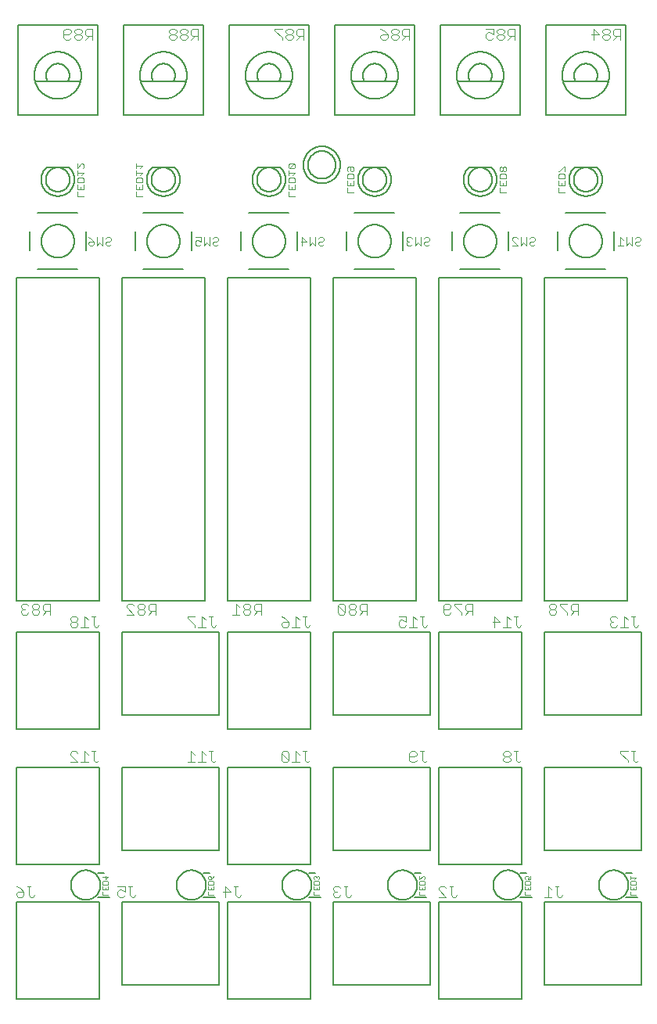
<source format=gbr>
G04 EAGLE Gerber RS-274X export*
G75*
%MOMM*%
%FSLAX34Y34*%
%LPD*%
%AMOC8*
5,1,8,0,0,1.08239X$1,22.5*%
G01*
%ADD10C,0.127000*%
%ADD11C,0.101600*%
%ADD12C,0.203200*%
%ADD13C,0.050800*%
%ADD14C,0.076200*%
%ADD15C,0.152400*%


D10*
X691769Y254508D02*
X586867Y254508D01*
X586867Y164592D01*
X691769Y164592D01*
X691769Y254508D01*
D11*
X687068Y260058D02*
X689017Y262007D01*
X687068Y260058D02*
X685119Y260058D01*
X683170Y262007D01*
X683170Y271752D01*
X685119Y271752D02*
X681221Y271752D01*
X677323Y271752D02*
X669527Y271752D01*
X669527Y269803D01*
X677323Y262007D01*
X677323Y260058D01*
D10*
X234569Y108458D02*
X129667Y108458D01*
X129667Y18542D01*
X234569Y18542D01*
X234569Y108458D01*
D11*
X144505Y115957D02*
X142556Y114008D01*
X140607Y114008D01*
X138658Y115957D01*
X138658Y125702D01*
X140607Y125702D02*
X136709Y125702D01*
X132811Y125702D02*
X125015Y125702D01*
X132811Y125702D02*
X132811Y119855D01*
X128913Y121804D01*
X126964Y121804D01*
X125015Y119855D01*
X125015Y115957D01*
X126964Y114008D01*
X130862Y114008D01*
X132811Y115957D01*
D10*
X586867Y108458D02*
X691769Y108458D01*
X586867Y108458D02*
X586867Y18542D01*
X691769Y18542D01*
X691769Y108458D01*
D11*
X606467Y115957D02*
X604518Y114008D01*
X602569Y114008D01*
X600620Y115957D01*
X600620Y125702D01*
X602569Y125702D02*
X598671Y125702D01*
X594773Y121804D02*
X590875Y125702D01*
X590875Y114008D01*
X594773Y114008D02*
X586977Y114008D01*
D10*
X562483Y108458D02*
X562483Y3556D01*
X562483Y108458D02*
X472567Y108458D01*
X472567Y3556D01*
X562483Y3556D01*
D11*
X490218Y114008D02*
X492167Y115957D01*
X490218Y114008D02*
X488269Y114008D01*
X486320Y115957D01*
X486320Y125702D01*
X488269Y125702D02*
X484371Y125702D01*
X480473Y114008D02*
X472677Y114008D01*
X480473Y114008D02*
X472677Y121804D01*
X472677Y123753D01*
X474626Y125702D01*
X478524Y125702D01*
X480473Y123753D01*
D10*
X234569Y400558D02*
X129667Y400558D01*
X129667Y310642D01*
X234569Y310642D01*
X234569Y400558D01*
D11*
X229868Y406108D02*
X231817Y408057D01*
X229868Y406108D02*
X227919Y406108D01*
X225970Y408057D01*
X225970Y417802D01*
X227919Y417802D02*
X224021Y417802D01*
X220123Y413904D02*
X216225Y417802D01*
X216225Y406108D01*
X220123Y406108D02*
X212327Y406108D01*
X208429Y417802D02*
X200633Y417802D01*
X200633Y415853D01*
X208429Y408057D01*
X208429Y406108D01*
D10*
X333883Y108458D02*
X333883Y3556D01*
X333883Y108458D02*
X243967Y108458D01*
X243967Y3556D01*
X333883Y3556D01*
D11*
X256856Y114008D02*
X258805Y115957D01*
X256856Y114008D02*
X254907Y114008D01*
X252958Y115957D01*
X252958Y125702D01*
X254907Y125702D02*
X251009Y125702D01*
X241264Y125702D02*
X241264Y114008D01*
X247111Y119855D02*
X241264Y125702D01*
X239315Y119855D02*
X247111Y119855D01*
D10*
X358267Y108458D02*
X463169Y108458D01*
X358267Y108458D02*
X358267Y18542D01*
X463169Y18542D01*
X463169Y108458D01*
D11*
X377867Y115957D02*
X375918Y114008D01*
X373969Y114008D01*
X372020Y115957D01*
X372020Y125702D01*
X373969Y125702D02*
X370071Y125702D01*
X366173Y123753D02*
X364224Y125702D01*
X360326Y125702D01*
X358377Y123753D01*
X358377Y121804D01*
X360326Y119855D01*
X362275Y119855D01*
X360326Y119855D02*
X358377Y117906D01*
X358377Y115957D01*
X360326Y114008D01*
X364224Y114008D01*
X366173Y115957D01*
D10*
X105283Y108458D02*
X105283Y3556D01*
X105283Y108458D02*
X15367Y108458D01*
X15367Y3556D01*
X105283Y3556D01*
D11*
X33018Y114008D02*
X34967Y115957D01*
X33018Y114008D02*
X31069Y114008D01*
X29120Y115957D01*
X29120Y125702D01*
X31069Y125702D02*
X27171Y125702D01*
X19375Y123753D02*
X15477Y125702D01*
X19375Y123753D02*
X23273Y119855D01*
X23273Y115957D01*
X21324Y114008D01*
X17426Y114008D01*
X15477Y115957D01*
X15477Y117906D01*
X17426Y119855D01*
X23273Y119855D01*
D10*
X562483Y149606D02*
X562483Y254508D01*
X472567Y254508D01*
X472567Y149606D01*
X562483Y149606D01*
D11*
X560068Y260058D02*
X562017Y262007D01*
X560068Y260058D02*
X558119Y260058D01*
X556170Y262007D01*
X556170Y271752D01*
X558119Y271752D02*
X554221Y271752D01*
X550323Y269803D02*
X548374Y271752D01*
X544476Y271752D01*
X542527Y269803D01*
X542527Y267854D01*
X544476Y265905D01*
X542527Y263956D01*
X542527Y262007D01*
X544476Y260058D01*
X548374Y260058D01*
X550323Y262007D01*
X550323Y263956D01*
X548374Y265905D01*
X550323Y267854D01*
X550323Y269803D01*
X548374Y265905D02*
X544476Y265905D01*
D10*
X463169Y254508D02*
X358267Y254508D01*
X358267Y164592D01*
X463169Y164592D01*
X463169Y254508D01*
D11*
X458468Y260058D02*
X460417Y262007D01*
X458468Y260058D02*
X456519Y260058D01*
X454570Y262007D01*
X454570Y271752D01*
X456519Y271752D02*
X452621Y271752D01*
X448723Y262007D02*
X446774Y260058D01*
X442876Y260058D01*
X440927Y262007D01*
X440927Y269803D01*
X442876Y271752D01*
X446774Y271752D01*
X448723Y269803D01*
X448723Y267854D01*
X446774Y265905D01*
X440927Y265905D01*
D10*
X333883Y254508D02*
X333883Y149606D01*
X333883Y254508D02*
X243967Y254508D01*
X243967Y149606D01*
X333883Y149606D01*
D11*
X331468Y260058D02*
X333417Y262007D01*
X331468Y260058D02*
X329519Y260058D01*
X327570Y262007D01*
X327570Y271752D01*
X329519Y271752D02*
X325621Y271752D01*
X321723Y267854D02*
X317825Y271752D01*
X317825Y260058D01*
X321723Y260058D02*
X313927Y260058D01*
X310029Y262007D02*
X310029Y269803D01*
X308080Y271752D01*
X304182Y271752D01*
X302233Y269803D01*
X302233Y262007D01*
X304182Y260058D01*
X308080Y260058D01*
X310029Y262007D01*
X302233Y269803D01*
D10*
X234569Y254508D02*
X129667Y254508D01*
X129667Y164592D01*
X234569Y164592D01*
X234569Y254508D01*
D11*
X229868Y260058D02*
X231817Y262007D01*
X229868Y260058D02*
X227919Y260058D01*
X225970Y262007D01*
X225970Y271752D01*
X227919Y271752D02*
X224021Y271752D01*
X220123Y267854D02*
X216225Y271752D01*
X216225Y260058D01*
X220123Y260058D02*
X212327Y260058D01*
X208429Y267854D02*
X204531Y271752D01*
X204531Y260058D01*
X208429Y260058D02*
X200633Y260058D01*
D10*
X586867Y400558D02*
X691769Y400558D01*
X586867Y400558D02*
X586867Y310642D01*
X691769Y310642D01*
X691769Y400558D01*
D11*
X687068Y406108D02*
X689017Y408057D01*
X687068Y406108D02*
X685119Y406108D01*
X683170Y408057D01*
X683170Y417802D01*
X685119Y417802D02*
X681221Y417802D01*
X677323Y413904D02*
X673425Y417802D01*
X673425Y406108D01*
X677323Y406108D02*
X669527Y406108D01*
X665629Y415853D02*
X663680Y417802D01*
X659782Y417802D01*
X657833Y415853D01*
X657833Y413904D01*
X659782Y411955D01*
X661731Y411955D01*
X659782Y411955D02*
X657833Y410006D01*
X657833Y408057D01*
X659782Y406108D01*
X663680Y406108D01*
X665629Y408057D01*
D10*
X105283Y254508D02*
X105283Y149606D01*
X105283Y254508D02*
X15367Y254508D01*
X15367Y149606D01*
X105283Y149606D01*
D11*
X102868Y260058D02*
X104817Y262007D01*
X102868Y260058D02*
X100919Y260058D01*
X98970Y262007D01*
X98970Y271752D01*
X100919Y271752D02*
X97021Y271752D01*
X93123Y267854D02*
X89225Y271752D01*
X89225Y260058D01*
X93123Y260058D02*
X85327Y260058D01*
X81429Y260058D02*
X73633Y260058D01*
X81429Y260058D02*
X73633Y267854D01*
X73633Y269803D01*
X75582Y271752D01*
X79480Y271752D01*
X81429Y269803D01*
D10*
X562483Y295656D02*
X562483Y400558D01*
X472567Y400558D01*
X472567Y295656D01*
X562483Y295656D01*
D11*
X560068Y406108D02*
X562017Y408057D01*
X560068Y406108D02*
X558119Y406108D01*
X556170Y408057D01*
X556170Y417802D01*
X558119Y417802D02*
X554221Y417802D01*
X550323Y413904D02*
X546425Y417802D01*
X546425Y406108D01*
X550323Y406108D02*
X542527Y406108D01*
X532782Y406108D02*
X532782Y417802D01*
X538629Y411955D01*
X530833Y411955D01*
D10*
X463169Y400558D02*
X358267Y400558D01*
X358267Y310642D01*
X463169Y310642D01*
X463169Y400558D01*
D11*
X458468Y406108D02*
X460417Y408057D01*
X458468Y406108D02*
X456519Y406108D01*
X454570Y408057D01*
X454570Y417802D01*
X456519Y417802D02*
X452621Y417802D01*
X448723Y413904D02*
X444825Y417802D01*
X444825Y406108D01*
X448723Y406108D02*
X440927Y406108D01*
X437029Y417802D02*
X429233Y417802D01*
X437029Y417802D02*
X437029Y411955D01*
X433131Y413904D01*
X431182Y413904D01*
X429233Y411955D01*
X429233Y408057D01*
X431182Y406108D01*
X435080Y406108D01*
X437029Y408057D01*
D10*
X333883Y400558D02*
X333883Y295656D01*
X333883Y400558D02*
X243967Y400558D01*
X243967Y295656D01*
X333883Y295656D01*
D11*
X331468Y406108D02*
X333417Y408057D01*
X331468Y406108D02*
X329519Y406108D01*
X327570Y408057D01*
X327570Y417802D01*
X329519Y417802D02*
X325621Y417802D01*
X321723Y413904D02*
X317825Y417802D01*
X317825Y406108D01*
X321723Y406108D02*
X313927Y406108D01*
X306131Y415853D02*
X302233Y417802D01*
X306131Y415853D02*
X310029Y411955D01*
X310029Y408057D01*
X308080Y406108D01*
X304182Y406108D01*
X302233Y408057D01*
X302233Y410006D01*
X304182Y411955D01*
X310029Y411955D01*
D10*
X105283Y400558D02*
X105283Y295656D01*
X105283Y400558D02*
X15367Y400558D01*
X15367Y295656D01*
X105283Y295656D01*
D11*
X102868Y406108D02*
X104817Y408057D01*
X102868Y406108D02*
X100919Y406108D01*
X98970Y408057D01*
X98970Y417802D01*
X100919Y417802D02*
X97021Y417802D01*
X93123Y413904D02*
X89225Y417802D01*
X89225Y406108D01*
X93123Y406108D02*
X85327Y406108D01*
X81429Y415853D02*
X79480Y417802D01*
X75582Y417802D01*
X73633Y415853D01*
X73633Y413904D01*
X75582Y411955D01*
X73633Y410006D01*
X73633Y408057D01*
X75582Y406108D01*
X79480Y406108D01*
X81429Y408057D01*
X81429Y410006D01*
X79480Y411955D01*
X81429Y413904D01*
X81429Y415853D01*
X79480Y411955D02*
X75582Y411955D01*
D10*
X588875Y1057900D02*
X674775Y1057900D01*
X588875Y1057900D02*
X588875Y960000D01*
X674775Y960000D01*
X674775Y1057900D01*
D12*
X642825Y997050D02*
X642975Y997320D01*
X643117Y997594D01*
X643253Y997872D01*
X643382Y998152D01*
X643505Y998436D01*
X643620Y998722D01*
X643728Y999012D01*
X643829Y999304D01*
X643923Y999598D01*
X644010Y999894D01*
X644090Y1000193D01*
X644162Y1000493D01*
X644227Y1000795D01*
X644284Y1001099D01*
X644334Y1001403D01*
X644377Y1001709D01*
X644412Y1002016D01*
X644439Y1002324D01*
X644459Y1002632D01*
X644472Y1002941D01*
X644477Y1003250D01*
X644474Y1003559D01*
X644464Y1003867D01*
X644447Y1004176D01*
X644422Y1004484D01*
X644389Y1004791D01*
X644349Y1005097D01*
X644301Y1005402D01*
X644246Y1005706D01*
X644184Y1006009D01*
X644114Y1006310D01*
X644037Y1006609D01*
X643952Y1006906D01*
X643861Y1007201D01*
X643762Y1007493D01*
X643656Y1007784D01*
X643543Y1008071D01*
X643423Y1008356D01*
X643296Y1008637D01*
X643162Y1008916D01*
X643022Y1009191D01*
X642875Y1009462D01*
X642721Y1009730D01*
X642561Y1009994D01*
X642394Y1010255D01*
X642221Y1010511D01*
X642042Y1010762D01*
X641857Y1011009D01*
X641666Y1011252D01*
X641469Y1011490D01*
X641266Y1011723D01*
X641057Y1011951D01*
X640843Y1012174D01*
X640624Y1012391D01*
X640400Y1012603D01*
X640170Y1012810D01*
X639935Y1013011D01*
X639696Y1013206D01*
X639452Y1013395D01*
X639203Y1013578D01*
X638950Y1013755D01*
X638692Y1013926D01*
X638431Y1014091D01*
X638166Y1014249D01*
X637896Y1014400D01*
X637624Y1014545D01*
X637347Y1014683D01*
X637068Y1014815D01*
X636785Y1014939D01*
X636499Y1015057D01*
X636211Y1015167D01*
X635920Y1015271D01*
X635627Y1015367D01*
X635331Y1015457D01*
X635033Y1015539D01*
X634733Y1015613D01*
X634432Y1015681D01*
X634129Y1015740D01*
X633824Y1015793D01*
X633519Y1015838D01*
X633212Y1015876D01*
X632905Y1015906D01*
X632597Y1015928D01*
X632288Y1015944D01*
X631979Y1015951D01*
X631671Y1015951D01*
X631362Y1015944D01*
X631053Y1015928D01*
X630745Y1015906D01*
X630438Y1015876D01*
X630131Y1015838D01*
X629826Y1015793D01*
X629521Y1015740D01*
X629218Y1015681D01*
X628917Y1015613D01*
X628617Y1015539D01*
X628319Y1015457D01*
X628023Y1015367D01*
X627730Y1015271D01*
X627439Y1015167D01*
X627151Y1015057D01*
X626865Y1014939D01*
X626582Y1014815D01*
X626303Y1014683D01*
X626026Y1014545D01*
X625754Y1014400D01*
X625484Y1014249D01*
X625219Y1014091D01*
X624958Y1013926D01*
X624700Y1013755D01*
X624447Y1013578D01*
X624198Y1013395D01*
X623954Y1013206D01*
X623715Y1013011D01*
X623480Y1012810D01*
X623250Y1012603D01*
X623026Y1012391D01*
X622807Y1012174D01*
X622593Y1011951D01*
X622384Y1011723D01*
X622181Y1011490D01*
X621984Y1011252D01*
X621793Y1011009D01*
X621608Y1010762D01*
X621429Y1010511D01*
X621256Y1010255D01*
X621089Y1009994D01*
X620929Y1009730D01*
X620775Y1009462D01*
X620628Y1009191D01*
X620488Y1008916D01*
X620354Y1008637D01*
X620227Y1008356D01*
X620107Y1008071D01*
X619994Y1007784D01*
X619888Y1007493D01*
X619789Y1007201D01*
X619698Y1006906D01*
X619613Y1006609D01*
X619536Y1006310D01*
X619466Y1006009D01*
X619404Y1005706D01*
X619349Y1005402D01*
X619301Y1005097D01*
X619261Y1004791D01*
X619228Y1004484D01*
X619203Y1004176D01*
X619186Y1003867D01*
X619176Y1003559D01*
X619173Y1003250D01*
X619178Y1002941D01*
X619191Y1002632D01*
X619211Y1002324D01*
X619238Y1002016D01*
X619273Y1001709D01*
X619316Y1001403D01*
X619366Y1001099D01*
X619423Y1000795D01*
X619488Y1000493D01*
X619560Y1000193D01*
X619640Y999894D01*
X619727Y999598D01*
X619821Y999304D01*
X619922Y999012D01*
X620030Y998722D01*
X620145Y998436D01*
X620268Y998152D01*
X620397Y997872D01*
X620533Y997594D01*
X620675Y997320D01*
X620825Y997050D01*
X642825Y997050D01*
X656075Y997050D02*
X607325Y997050D01*
X606425Y1003300D02*
X606433Y1003923D01*
X606456Y1004546D01*
X606494Y1005169D01*
X606547Y1005790D01*
X606616Y1006409D01*
X606700Y1007027D01*
X606799Y1007642D01*
X606913Y1008255D01*
X607042Y1008865D01*
X607186Y1009472D01*
X607345Y1010075D01*
X607519Y1010673D01*
X607707Y1011268D01*
X607910Y1011857D01*
X608127Y1012441D01*
X608358Y1013020D01*
X608604Y1013593D01*
X608864Y1014160D01*
X609137Y1014720D01*
X609424Y1015273D01*
X609725Y1015820D01*
X610039Y1016358D01*
X610366Y1016889D01*
X610706Y1017411D01*
X611058Y1017926D01*
X611424Y1018431D01*
X611801Y1018927D01*
X612191Y1019414D01*
X612592Y1019891D01*
X613005Y1020358D01*
X613429Y1020814D01*
X613864Y1021261D01*
X614311Y1021696D01*
X614767Y1022120D01*
X615234Y1022533D01*
X615711Y1022934D01*
X616198Y1023324D01*
X616694Y1023701D01*
X617199Y1024067D01*
X617714Y1024419D01*
X618236Y1024759D01*
X618767Y1025086D01*
X619305Y1025400D01*
X619852Y1025701D01*
X620405Y1025988D01*
X620965Y1026261D01*
X621532Y1026521D01*
X622105Y1026767D01*
X622684Y1026998D01*
X623268Y1027215D01*
X623857Y1027418D01*
X624452Y1027606D01*
X625050Y1027780D01*
X625653Y1027939D01*
X626260Y1028083D01*
X626870Y1028212D01*
X627483Y1028326D01*
X628098Y1028425D01*
X628716Y1028509D01*
X629335Y1028578D01*
X629956Y1028631D01*
X630579Y1028669D01*
X631202Y1028692D01*
X631825Y1028700D01*
X632448Y1028692D01*
X633071Y1028669D01*
X633694Y1028631D01*
X634315Y1028578D01*
X634934Y1028509D01*
X635552Y1028425D01*
X636167Y1028326D01*
X636780Y1028212D01*
X637390Y1028083D01*
X637997Y1027939D01*
X638600Y1027780D01*
X639198Y1027606D01*
X639793Y1027418D01*
X640382Y1027215D01*
X640966Y1026998D01*
X641545Y1026767D01*
X642118Y1026521D01*
X642685Y1026261D01*
X643245Y1025988D01*
X643798Y1025701D01*
X644345Y1025400D01*
X644883Y1025086D01*
X645414Y1024759D01*
X645936Y1024419D01*
X646451Y1024067D01*
X646956Y1023701D01*
X647452Y1023324D01*
X647939Y1022934D01*
X648416Y1022533D01*
X648883Y1022120D01*
X649339Y1021696D01*
X649786Y1021261D01*
X650221Y1020814D01*
X650645Y1020358D01*
X651058Y1019891D01*
X651459Y1019414D01*
X651849Y1018927D01*
X652226Y1018431D01*
X652592Y1017926D01*
X652944Y1017411D01*
X653284Y1016889D01*
X653611Y1016358D01*
X653925Y1015820D01*
X654226Y1015273D01*
X654513Y1014720D01*
X654786Y1014160D01*
X655046Y1013593D01*
X655292Y1013020D01*
X655523Y1012441D01*
X655740Y1011857D01*
X655943Y1011268D01*
X656131Y1010673D01*
X656305Y1010075D01*
X656464Y1009472D01*
X656608Y1008865D01*
X656737Y1008255D01*
X656851Y1007642D01*
X656950Y1007027D01*
X657034Y1006409D01*
X657103Y1005790D01*
X657156Y1005169D01*
X657194Y1004546D01*
X657217Y1003923D01*
X657225Y1003300D01*
X657217Y1002677D01*
X657194Y1002054D01*
X657156Y1001431D01*
X657103Y1000810D01*
X657034Y1000191D01*
X656950Y999573D01*
X656851Y998958D01*
X656737Y998345D01*
X656608Y997735D01*
X656464Y997128D01*
X656305Y996525D01*
X656131Y995927D01*
X655943Y995332D01*
X655740Y994743D01*
X655523Y994159D01*
X655292Y993580D01*
X655046Y993007D01*
X654786Y992440D01*
X654513Y991880D01*
X654226Y991327D01*
X653925Y990780D01*
X653611Y990242D01*
X653284Y989711D01*
X652944Y989189D01*
X652592Y988674D01*
X652226Y988169D01*
X651849Y987673D01*
X651459Y987186D01*
X651058Y986709D01*
X650645Y986242D01*
X650221Y985786D01*
X649786Y985339D01*
X649339Y984904D01*
X648883Y984480D01*
X648416Y984067D01*
X647939Y983666D01*
X647452Y983276D01*
X646956Y982899D01*
X646451Y982533D01*
X645936Y982181D01*
X645414Y981841D01*
X644883Y981514D01*
X644345Y981200D01*
X643798Y980899D01*
X643245Y980612D01*
X642685Y980339D01*
X642118Y980079D01*
X641545Y979833D01*
X640966Y979602D01*
X640382Y979385D01*
X639793Y979182D01*
X639198Y978994D01*
X638600Y978820D01*
X637997Y978661D01*
X637390Y978517D01*
X636780Y978388D01*
X636167Y978274D01*
X635552Y978175D01*
X634934Y978091D01*
X634315Y978022D01*
X633694Y977969D01*
X633071Y977931D01*
X632448Y977908D01*
X631825Y977900D01*
X631202Y977908D01*
X630579Y977931D01*
X629956Y977969D01*
X629335Y978022D01*
X628716Y978091D01*
X628098Y978175D01*
X627483Y978274D01*
X626870Y978388D01*
X626260Y978517D01*
X625653Y978661D01*
X625050Y978820D01*
X624452Y978994D01*
X623857Y979182D01*
X623268Y979385D01*
X622684Y979602D01*
X622105Y979833D01*
X621532Y980079D01*
X620965Y980339D01*
X620405Y980612D01*
X619852Y980899D01*
X619305Y981200D01*
X618767Y981514D01*
X618236Y981841D01*
X617714Y982181D01*
X617199Y982533D01*
X616694Y982899D01*
X616198Y983276D01*
X615711Y983666D01*
X615234Y984067D01*
X614767Y984480D01*
X614311Y984904D01*
X613864Y985339D01*
X613429Y985786D01*
X613005Y986242D01*
X612592Y986709D01*
X612191Y987186D01*
X611801Y987673D01*
X611424Y988169D01*
X611058Y988674D01*
X610706Y989189D01*
X610366Y989711D01*
X610039Y990242D01*
X609725Y990780D01*
X609424Y991327D01*
X609137Y991880D01*
X608864Y992440D01*
X608604Y993007D01*
X608358Y993580D01*
X608127Y994159D01*
X607910Y994743D01*
X607707Y995332D01*
X607519Y995927D01*
X607345Y996525D01*
X607186Y997128D01*
X607042Y997735D01*
X606913Y998345D01*
X606799Y998958D01*
X606700Y999573D01*
X606616Y1000191D01*
X606547Y1000810D01*
X606494Y1001431D01*
X606456Y1002054D01*
X606433Y1002677D01*
X606425Y1003300D01*
D11*
X669417Y1041908D02*
X669417Y1053602D01*
X663570Y1053602D01*
X661621Y1051653D01*
X661621Y1047755D01*
X663570Y1045806D01*
X669417Y1045806D01*
X665519Y1045806D02*
X661621Y1041908D01*
X657723Y1051653D02*
X655774Y1053602D01*
X651876Y1053602D01*
X649927Y1051653D01*
X649927Y1049704D01*
X651876Y1047755D01*
X649927Y1045806D01*
X649927Y1043857D01*
X651876Y1041908D01*
X655774Y1041908D01*
X657723Y1043857D01*
X657723Y1045806D01*
X655774Y1047755D01*
X657723Y1049704D01*
X657723Y1051653D01*
X655774Y1047755D02*
X651876Y1047755D01*
X640182Y1041908D02*
X640182Y1053602D01*
X646029Y1047755D01*
X638233Y1047755D01*
D10*
X560475Y1057900D02*
X474575Y1057900D01*
X474575Y960000D01*
X560475Y960000D01*
X560475Y1057900D01*
D12*
X528525Y997050D02*
X528675Y997320D01*
X528817Y997594D01*
X528953Y997872D01*
X529082Y998152D01*
X529205Y998436D01*
X529320Y998722D01*
X529428Y999012D01*
X529529Y999304D01*
X529623Y999598D01*
X529710Y999894D01*
X529790Y1000193D01*
X529862Y1000493D01*
X529927Y1000795D01*
X529984Y1001099D01*
X530034Y1001403D01*
X530077Y1001709D01*
X530112Y1002016D01*
X530139Y1002324D01*
X530159Y1002632D01*
X530172Y1002941D01*
X530177Y1003250D01*
X530174Y1003559D01*
X530164Y1003867D01*
X530147Y1004176D01*
X530122Y1004484D01*
X530089Y1004791D01*
X530049Y1005097D01*
X530001Y1005402D01*
X529946Y1005706D01*
X529884Y1006009D01*
X529814Y1006310D01*
X529737Y1006609D01*
X529652Y1006906D01*
X529561Y1007201D01*
X529462Y1007493D01*
X529356Y1007784D01*
X529243Y1008071D01*
X529123Y1008356D01*
X528996Y1008637D01*
X528862Y1008916D01*
X528722Y1009191D01*
X528575Y1009462D01*
X528421Y1009730D01*
X528261Y1009994D01*
X528094Y1010255D01*
X527921Y1010511D01*
X527742Y1010762D01*
X527557Y1011009D01*
X527366Y1011252D01*
X527169Y1011490D01*
X526966Y1011723D01*
X526757Y1011951D01*
X526543Y1012174D01*
X526324Y1012391D01*
X526100Y1012603D01*
X525870Y1012810D01*
X525635Y1013011D01*
X525396Y1013206D01*
X525152Y1013395D01*
X524903Y1013578D01*
X524650Y1013755D01*
X524392Y1013926D01*
X524131Y1014091D01*
X523866Y1014249D01*
X523596Y1014400D01*
X523324Y1014545D01*
X523047Y1014683D01*
X522768Y1014815D01*
X522485Y1014939D01*
X522199Y1015057D01*
X521911Y1015167D01*
X521620Y1015271D01*
X521327Y1015367D01*
X521031Y1015457D01*
X520733Y1015539D01*
X520433Y1015613D01*
X520132Y1015681D01*
X519829Y1015740D01*
X519524Y1015793D01*
X519219Y1015838D01*
X518912Y1015876D01*
X518605Y1015906D01*
X518297Y1015928D01*
X517988Y1015944D01*
X517679Y1015951D01*
X517371Y1015951D01*
X517062Y1015944D01*
X516753Y1015928D01*
X516445Y1015906D01*
X516138Y1015876D01*
X515831Y1015838D01*
X515526Y1015793D01*
X515221Y1015740D01*
X514918Y1015681D01*
X514617Y1015613D01*
X514317Y1015539D01*
X514019Y1015457D01*
X513723Y1015367D01*
X513430Y1015271D01*
X513139Y1015167D01*
X512851Y1015057D01*
X512565Y1014939D01*
X512282Y1014815D01*
X512003Y1014683D01*
X511726Y1014545D01*
X511454Y1014400D01*
X511184Y1014249D01*
X510919Y1014091D01*
X510658Y1013926D01*
X510400Y1013755D01*
X510147Y1013578D01*
X509898Y1013395D01*
X509654Y1013206D01*
X509415Y1013011D01*
X509180Y1012810D01*
X508950Y1012603D01*
X508726Y1012391D01*
X508507Y1012174D01*
X508293Y1011951D01*
X508084Y1011723D01*
X507881Y1011490D01*
X507684Y1011252D01*
X507493Y1011009D01*
X507308Y1010762D01*
X507129Y1010511D01*
X506956Y1010255D01*
X506789Y1009994D01*
X506629Y1009730D01*
X506475Y1009462D01*
X506328Y1009191D01*
X506188Y1008916D01*
X506054Y1008637D01*
X505927Y1008356D01*
X505807Y1008071D01*
X505694Y1007784D01*
X505588Y1007493D01*
X505489Y1007201D01*
X505398Y1006906D01*
X505313Y1006609D01*
X505236Y1006310D01*
X505166Y1006009D01*
X505104Y1005706D01*
X505049Y1005402D01*
X505001Y1005097D01*
X504961Y1004791D01*
X504928Y1004484D01*
X504903Y1004176D01*
X504886Y1003867D01*
X504876Y1003559D01*
X504873Y1003250D01*
X504878Y1002941D01*
X504891Y1002632D01*
X504911Y1002324D01*
X504938Y1002016D01*
X504973Y1001709D01*
X505016Y1001403D01*
X505066Y1001099D01*
X505123Y1000795D01*
X505188Y1000493D01*
X505260Y1000193D01*
X505340Y999894D01*
X505427Y999598D01*
X505521Y999304D01*
X505622Y999012D01*
X505730Y998722D01*
X505845Y998436D01*
X505968Y998152D01*
X506097Y997872D01*
X506233Y997594D01*
X506375Y997320D01*
X506525Y997050D01*
X528525Y997050D01*
X541775Y997050D02*
X493025Y997050D01*
X492125Y1003300D02*
X492133Y1003923D01*
X492156Y1004546D01*
X492194Y1005169D01*
X492247Y1005790D01*
X492316Y1006409D01*
X492400Y1007027D01*
X492499Y1007642D01*
X492613Y1008255D01*
X492742Y1008865D01*
X492886Y1009472D01*
X493045Y1010075D01*
X493219Y1010673D01*
X493407Y1011268D01*
X493610Y1011857D01*
X493827Y1012441D01*
X494058Y1013020D01*
X494304Y1013593D01*
X494564Y1014160D01*
X494837Y1014720D01*
X495124Y1015273D01*
X495425Y1015820D01*
X495739Y1016358D01*
X496066Y1016889D01*
X496406Y1017411D01*
X496758Y1017926D01*
X497124Y1018431D01*
X497501Y1018927D01*
X497891Y1019414D01*
X498292Y1019891D01*
X498705Y1020358D01*
X499129Y1020814D01*
X499564Y1021261D01*
X500011Y1021696D01*
X500467Y1022120D01*
X500934Y1022533D01*
X501411Y1022934D01*
X501898Y1023324D01*
X502394Y1023701D01*
X502899Y1024067D01*
X503414Y1024419D01*
X503936Y1024759D01*
X504467Y1025086D01*
X505005Y1025400D01*
X505552Y1025701D01*
X506105Y1025988D01*
X506665Y1026261D01*
X507232Y1026521D01*
X507805Y1026767D01*
X508384Y1026998D01*
X508968Y1027215D01*
X509557Y1027418D01*
X510152Y1027606D01*
X510750Y1027780D01*
X511353Y1027939D01*
X511960Y1028083D01*
X512570Y1028212D01*
X513183Y1028326D01*
X513798Y1028425D01*
X514416Y1028509D01*
X515035Y1028578D01*
X515656Y1028631D01*
X516279Y1028669D01*
X516902Y1028692D01*
X517525Y1028700D01*
X518148Y1028692D01*
X518771Y1028669D01*
X519394Y1028631D01*
X520015Y1028578D01*
X520634Y1028509D01*
X521252Y1028425D01*
X521867Y1028326D01*
X522480Y1028212D01*
X523090Y1028083D01*
X523697Y1027939D01*
X524300Y1027780D01*
X524898Y1027606D01*
X525493Y1027418D01*
X526082Y1027215D01*
X526666Y1026998D01*
X527245Y1026767D01*
X527818Y1026521D01*
X528385Y1026261D01*
X528945Y1025988D01*
X529498Y1025701D01*
X530045Y1025400D01*
X530583Y1025086D01*
X531114Y1024759D01*
X531636Y1024419D01*
X532151Y1024067D01*
X532656Y1023701D01*
X533152Y1023324D01*
X533639Y1022934D01*
X534116Y1022533D01*
X534583Y1022120D01*
X535039Y1021696D01*
X535486Y1021261D01*
X535921Y1020814D01*
X536345Y1020358D01*
X536758Y1019891D01*
X537159Y1019414D01*
X537549Y1018927D01*
X537926Y1018431D01*
X538292Y1017926D01*
X538644Y1017411D01*
X538984Y1016889D01*
X539311Y1016358D01*
X539625Y1015820D01*
X539926Y1015273D01*
X540213Y1014720D01*
X540486Y1014160D01*
X540746Y1013593D01*
X540992Y1013020D01*
X541223Y1012441D01*
X541440Y1011857D01*
X541643Y1011268D01*
X541831Y1010673D01*
X542005Y1010075D01*
X542164Y1009472D01*
X542308Y1008865D01*
X542437Y1008255D01*
X542551Y1007642D01*
X542650Y1007027D01*
X542734Y1006409D01*
X542803Y1005790D01*
X542856Y1005169D01*
X542894Y1004546D01*
X542917Y1003923D01*
X542925Y1003300D01*
X542917Y1002677D01*
X542894Y1002054D01*
X542856Y1001431D01*
X542803Y1000810D01*
X542734Y1000191D01*
X542650Y999573D01*
X542551Y998958D01*
X542437Y998345D01*
X542308Y997735D01*
X542164Y997128D01*
X542005Y996525D01*
X541831Y995927D01*
X541643Y995332D01*
X541440Y994743D01*
X541223Y994159D01*
X540992Y993580D01*
X540746Y993007D01*
X540486Y992440D01*
X540213Y991880D01*
X539926Y991327D01*
X539625Y990780D01*
X539311Y990242D01*
X538984Y989711D01*
X538644Y989189D01*
X538292Y988674D01*
X537926Y988169D01*
X537549Y987673D01*
X537159Y987186D01*
X536758Y986709D01*
X536345Y986242D01*
X535921Y985786D01*
X535486Y985339D01*
X535039Y984904D01*
X534583Y984480D01*
X534116Y984067D01*
X533639Y983666D01*
X533152Y983276D01*
X532656Y982899D01*
X532151Y982533D01*
X531636Y982181D01*
X531114Y981841D01*
X530583Y981514D01*
X530045Y981200D01*
X529498Y980899D01*
X528945Y980612D01*
X528385Y980339D01*
X527818Y980079D01*
X527245Y979833D01*
X526666Y979602D01*
X526082Y979385D01*
X525493Y979182D01*
X524898Y978994D01*
X524300Y978820D01*
X523697Y978661D01*
X523090Y978517D01*
X522480Y978388D01*
X521867Y978274D01*
X521252Y978175D01*
X520634Y978091D01*
X520015Y978022D01*
X519394Y977969D01*
X518771Y977931D01*
X518148Y977908D01*
X517525Y977900D01*
X516902Y977908D01*
X516279Y977931D01*
X515656Y977969D01*
X515035Y978022D01*
X514416Y978091D01*
X513798Y978175D01*
X513183Y978274D01*
X512570Y978388D01*
X511960Y978517D01*
X511353Y978661D01*
X510750Y978820D01*
X510152Y978994D01*
X509557Y979182D01*
X508968Y979385D01*
X508384Y979602D01*
X507805Y979833D01*
X507232Y980079D01*
X506665Y980339D01*
X506105Y980612D01*
X505552Y980899D01*
X505005Y981200D01*
X504467Y981514D01*
X503936Y981841D01*
X503414Y982181D01*
X502899Y982533D01*
X502394Y982899D01*
X501898Y983276D01*
X501411Y983666D01*
X500934Y984067D01*
X500467Y984480D01*
X500011Y984904D01*
X499564Y985339D01*
X499129Y985786D01*
X498705Y986242D01*
X498292Y986709D01*
X497891Y987186D01*
X497501Y987673D01*
X497124Y988169D01*
X496758Y988674D01*
X496406Y989189D01*
X496066Y989711D01*
X495739Y990242D01*
X495425Y990780D01*
X495124Y991327D01*
X494837Y991880D01*
X494564Y992440D01*
X494304Y993007D01*
X494058Y993580D01*
X493827Y994159D01*
X493610Y994743D01*
X493407Y995332D01*
X493219Y995927D01*
X493045Y996525D01*
X492886Y997128D01*
X492742Y997735D01*
X492613Y998345D01*
X492499Y998958D01*
X492400Y999573D01*
X492316Y1000191D01*
X492247Y1000810D01*
X492194Y1001431D01*
X492156Y1002054D01*
X492133Y1002677D01*
X492125Y1003300D01*
D11*
X555117Y1041908D02*
X555117Y1053602D01*
X549270Y1053602D01*
X547321Y1051653D01*
X547321Y1047755D01*
X549270Y1045806D01*
X555117Y1045806D01*
X551219Y1045806D02*
X547321Y1041908D01*
X543423Y1051653D02*
X541474Y1053602D01*
X537576Y1053602D01*
X535627Y1051653D01*
X535627Y1049704D01*
X537576Y1047755D01*
X535627Y1045806D01*
X535627Y1043857D01*
X537576Y1041908D01*
X541474Y1041908D01*
X543423Y1043857D01*
X543423Y1045806D01*
X541474Y1047755D01*
X543423Y1049704D01*
X543423Y1051653D01*
X541474Y1047755D02*
X537576Y1047755D01*
X531729Y1053602D02*
X523933Y1053602D01*
X531729Y1053602D02*
X531729Y1047755D01*
X527831Y1049704D01*
X525882Y1049704D01*
X523933Y1047755D01*
X523933Y1043857D01*
X525882Y1041908D01*
X529780Y1041908D01*
X531729Y1043857D01*
D10*
X446175Y1057900D02*
X360275Y1057900D01*
X360275Y960000D01*
X446175Y960000D01*
X446175Y1057900D01*
D12*
X414225Y997050D02*
X414375Y997320D01*
X414517Y997594D01*
X414653Y997872D01*
X414782Y998152D01*
X414905Y998436D01*
X415020Y998722D01*
X415128Y999012D01*
X415229Y999304D01*
X415323Y999598D01*
X415410Y999894D01*
X415490Y1000193D01*
X415562Y1000493D01*
X415627Y1000795D01*
X415684Y1001099D01*
X415734Y1001403D01*
X415777Y1001709D01*
X415812Y1002016D01*
X415839Y1002324D01*
X415859Y1002632D01*
X415872Y1002941D01*
X415877Y1003250D01*
X415874Y1003559D01*
X415864Y1003867D01*
X415847Y1004176D01*
X415822Y1004484D01*
X415789Y1004791D01*
X415749Y1005097D01*
X415701Y1005402D01*
X415646Y1005706D01*
X415584Y1006009D01*
X415514Y1006310D01*
X415437Y1006609D01*
X415352Y1006906D01*
X415261Y1007201D01*
X415162Y1007493D01*
X415056Y1007784D01*
X414943Y1008071D01*
X414823Y1008356D01*
X414696Y1008637D01*
X414562Y1008916D01*
X414422Y1009191D01*
X414275Y1009462D01*
X414121Y1009730D01*
X413961Y1009994D01*
X413794Y1010255D01*
X413621Y1010511D01*
X413442Y1010762D01*
X413257Y1011009D01*
X413066Y1011252D01*
X412869Y1011490D01*
X412666Y1011723D01*
X412457Y1011951D01*
X412243Y1012174D01*
X412024Y1012391D01*
X411800Y1012603D01*
X411570Y1012810D01*
X411335Y1013011D01*
X411096Y1013206D01*
X410852Y1013395D01*
X410603Y1013578D01*
X410350Y1013755D01*
X410092Y1013926D01*
X409831Y1014091D01*
X409566Y1014249D01*
X409296Y1014400D01*
X409024Y1014545D01*
X408747Y1014683D01*
X408468Y1014815D01*
X408185Y1014939D01*
X407899Y1015057D01*
X407611Y1015167D01*
X407320Y1015271D01*
X407027Y1015367D01*
X406731Y1015457D01*
X406433Y1015539D01*
X406133Y1015613D01*
X405832Y1015681D01*
X405529Y1015740D01*
X405224Y1015793D01*
X404919Y1015838D01*
X404612Y1015876D01*
X404305Y1015906D01*
X403997Y1015928D01*
X403688Y1015944D01*
X403379Y1015951D01*
X403071Y1015951D01*
X402762Y1015944D01*
X402453Y1015928D01*
X402145Y1015906D01*
X401838Y1015876D01*
X401531Y1015838D01*
X401226Y1015793D01*
X400921Y1015740D01*
X400618Y1015681D01*
X400317Y1015613D01*
X400017Y1015539D01*
X399719Y1015457D01*
X399423Y1015367D01*
X399130Y1015271D01*
X398839Y1015167D01*
X398551Y1015057D01*
X398265Y1014939D01*
X397982Y1014815D01*
X397703Y1014683D01*
X397426Y1014545D01*
X397154Y1014400D01*
X396884Y1014249D01*
X396619Y1014091D01*
X396358Y1013926D01*
X396100Y1013755D01*
X395847Y1013578D01*
X395598Y1013395D01*
X395354Y1013206D01*
X395115Y1013011D01*
X394880Y1012810D01*
X394650Y1012603D01*
X394426Y1012391D01*
X394207Y1012174D01*
X393993Y1011951D01*
X393784Y1011723D01*
X393581Y1011490D01*
X393384Y1011252D01*
X393193Y1011009D01*
X393008Y1010762D01*
X392829Y1010511D01*
X392656Y1010255D01*
X392489Y1009994D01*
X392329Y1009730D01*
X392175Y1009462D01*
X392028Y1009191D01*
X391888Y1008916D01*
X391754Y1008637D01*
X391627Y1008356D01*
X391507Y1008071D01*
X391394Y1007784D01*
X391288Y1007493D01*
X391189Y1007201D01*
X391098Y1006906D01*
X391013Y1006609D01*
X390936Y1006310D01*
X390866Y1006009D01*
X390804Y1005706D01*
X390749Y1005402D01*
X390701Y1005097D01*
X390661Y1004791D01*
X390628Y1004484D01*
X390603Y1004176D01*
X390586Y1003867D01*
X390576Y1003559D01*
X390573Y1003250D01*
X390578Y1002941D01*
X390591Y1002632D01*
X390611Y1002324D01*
X390638Y1002016D01*
X390673Y1001709D01*
X390716Y1001403D01*
X390766Y1001099D01*
X390823Y1000795D01*
X390888Y1000493D01*
X390960Y1000193D01*
X391040Y999894D01*
X391127Y999598D01*
X391221Y999304D01*
X391322Y999012D01*
X391430Y998722D01*
X391545Y998436D01*
X391668Y998152D01*
X391797Y997872D01*
X391933Y997594D01*
X392075Y997320D01*
X392225Y997050D01*
X414225Y997050D01*
X427475Y997050D02*
X378725Y997050D01*
X377825Y1003300D02*
X377833Y1003923D01*
X377856Y1004546D01*
X377894Y1005169D01*
X377947Y1005790D01*
X378016Y1006409D01*
X378100Y1007027D01*
X378199Y1007642D01*
X378313Y1008255D01*
X378442Y1008865D01*
X378586Y1009472D01*
X378745Y1010075D01*
X378919Y1010673D01*
X379107Y1011268D01*
X379310Y1011857D01*
X379527Y1012441D01*
X379758Y1013020D01*
X380004Y1013593D01*
X380264Y1014160D01*
X380537Y1014720D01*
X380824Y1015273D01*
X381125Y1015820D01*
X381439Y1016358D01*
X381766Y1016889D01*
X382106Y1017411D01*
X382458Y1017926D01*
X382824Y1018431D01*
X383201Y1018927D01*
X383591Y1019414D01*
X383992Y1019891D01*
X384405Y1020358D01*
X384829Y1020814D01*
X385264Y1021261D01*
X385711Y1021696D01*
X386167Y1022120D01*
X386634Y1022533D01*
X387111Y1022934D01*
X387598Y1023324D01*
X388094Y1023701D01*
X388599Y1024067D01*
X389114Y1024419D01*
X389636Y1024759D01*
X390167Y1025086D01*
X390705Y1025400D01*
X391252Y1025701D01*
X391805Y1025988D01*
X392365Y1026261D01*
X392932Y1026521D01*
X393505Y1026767D01*
X394084Y1026998D01*
X394668Y1027215D01*
X395257Y1027418D01*
X395852Y1027606D01*
X396450Y1027780D01*
X397053Y1027939D01*
X397660Y1028083D01*
X398270Y1028212D01*
X398883Y1028326D01*
X399498Y1028425D01*
X400116Y1028509D01*
X400735Y1028578D01*
X401356Y1028631D01*
X401979Y1028669D01*
X402602Y1028692D01*
X403225Y1028700D01*
X403848Y1028692D01*
X404471Y1028669D01*
X405094Y1028631D01*
X405715Y1028578D01*
X406334Y1028509D01*
X406952Y1028425D01*
X407567Y1028326D01*
X408180Y1028212D01*
X408790Y1028083D01*
X409397Y1027939D01*
X410000Y1027780D01*
X410598Y1027606D01*
X411193Y1027418D01*
X411782Y1027215D01*
X412366Y1026998D01*
X412945Y1026767D01*
X413518Y1026521D01*
X414085Y1026261D01*
X414645Y1025988D01*
X415198Y1025701D01*
X415745Y1025400D01*
X416283Y1025086D01*
X416814Y1024759D01*
X417336Y1024419D01*
X417851Y1024067D01*
X418356Y1023701D01*
X418852Y1023324D01*
X419339Y1022934D01*
X419816Y1022533D01*
X420283Y1022120D01*
X420739Y1021696D01*
X421186Y1021261D01*
X421621Y1020814D01*
X422045Y1020358D01*
X422458Y1019891D01*
X422859Y1019414D01*
X423249Y1018927D01*
X423626Y1018431D01*
X423992Y1017926D01*
X424344Y1017411D01*
X424684Y1016889D01*
X425011Y1016358D01*
X425325Y1015820D01*
X425626Y1015273D01*
X425913Y1014720D01*
X426186Y1014160D01*
X426446Y1013593D01*
X426692Y1013020D01*
X426923Y1012441D01*
X427140Y1011857D01*
X427343Y1011268D01*
X427531Y1010673D01*
X427705Y1010075D01*
X427864Y1009472D01*
X428008Y1008865D01*
X428137Y1008255D01*
X428251Y1007642D01*
X428350Y1007027D01*
X428434Y1006409D01*
X428503Y1005790D01*
X428556Y1005169D01*
X428594Y1004546D01*
X428617Y1003923D01*
X428625Y1003300D01*
X428617Y1002677D01*
X428594Y1002054D01*
X428556Y1001431D01*
X428503Y1000810D01*
X428434Y1000191D01*
X428350Y999573D01*
X428251Y998958D01*
X428137Y998345D01*
X428008Y997735D01*
X427864Y997128D01*
X427705Y996525D01*
X427531Y995927D01*
X427343Y995332D01*
X427140Y994743D01*
X426923Y994159D01*
X426692Y993580D01*
X426446Y993007D01*
X426186Y992440D01*
X425913Y991880D01*
X425626Y991327D01*
X425325Y990780D01*
X425011Y990242D01*
X424684Y989711D01*
X424344Y989189D01*
X423992Y988674D01*
X423626Y988169D01*
X423249Y987673D01*
X422859Y987186D01*
X422458Y986709D01*
X422045Y986242D01*
X421621Y985786D01*
X421186Y985339D01*
X420739Y984904D01*
X420283Y984480D01*
X419816Y984067D01*
X419339Y983666D01*
X418852Y983276D01*
X418356Y982899D01*
X417851Y982533D01*
X417336Y982181D01*
X416814Y981841D01*
X416283Y981514D01*
X415745Y981200D01*
X415198Y980899D01*
X414645Y980612D01*
X414085Y980339D01*
X413518Y980079D01*
X412945Y979833D01*
X412366Y979602D01*
X411782Y979385D01*
X411193Y979182D01*
X410598Y978994D01*
X410000Y978820D01*
X409397Y978661D01*
X408790Y978517D01*
X408180Y978388D01*
X407567Y978274D01*
X406952Y978175D01*
X406334Y978091D01*
X405715Y978022D01*
X405094Y977969D01*
X404471Y977931D01*
X403848Y977908D01*
X403225Y977900D01*
X402602Y977908D01*
X401979Y977931D01*
X401356Y977969D01*
X400735Y978022D01*
X400116Y978091D01*
X399498Y978175D01*
X398883Y978274D01*
X398270Y978388D01*
X397660Y978517D01*
X397053Y978661D01*
X396450Y978820D01*
X395852Y978994D01*
X395257Y979182D01*
X394668Y979385D01*
X394084Y979602D01*
X393505Y979833D01*
X392932Y980079D01*
X392365Y980339D01*
X391805Y980612D01*
X391252Y980899D01*
X390705Y981200D01*
X390167Y981514D01*
X389636Y981841D01*
X389114Y982181D01*
X388599Y982533D01*
X388094Y982899D01*
X387598Y983276D01*
X387111Y983666D01*
X386634Y984067D01*
X386167Y984480D01*
X385711Y984904D01*
X385264Y985339D01*
X384829Y985786D01*
X384405Y986242D01*
X383992Y986709D01*
X383591Y987186D01*
X383201Y987673D01*
X382824Y988169D01*
X382458Y988674D01*
X382106Y989189D01*
X381766Y989711D01*
X381439Y990242D01*
X381125Y990780D01*
X380824Y991327D01*
X380537Y991880D01*
X380264Y992440D01*
X380004Y993007D01*
X379758Y993580D01*
X379527Y994159D01*
X379310Y994743D01*
X379107Y995332D01*
X378919Y995927D01*
X378745Y996525D01*
X378586Y997128D01*
X378442Y997735D01*
X378313Y998345D01*
X378199Y998958D01*
X378100Y999573D01*
X378016Y1000191D01*
X377947Y1000810D01*
X377894Y1001431D01*
X377856Y1002054D01*
X377833Y1002677D01*
X377825Y1003300D01*
D11*
X440817Y1041908D02*
X440817Y1053602D01*
X434970Y1053602D01*
X433021Y1051653D01*
X433021Y1047755D01*
X434970Y1045806D01*
X440817Y1045806D01*
X436919Y1045806D02*
X433021Y1041908D01*
X429123Y1051653D02*
X427174Y1053602D01*
X423276Y1053602D01*
X421327Y1051653D01*
X421327Y1049704D01*
X423276Y1047755D01*
X421327Y1045806D01*
X421327Y1043857D01*
X423276Y1041908D01*
X427174Y1041908D01*
X429123Y1043857D01*
X429123Y1045806D01*
X427174Y1047755D01*
X429123Y1049704D01*
X429123Y1051653D01*
X427174Y1047755D02*
X423276Y1047755D01*
X413531Y1051653D02*
X409633Y1053602D01*
X413531Y1051653D02*
X417429Y1047755D01*
X417429Y1043857D01*
X415480Y1041908D01*
X411582Y1041908D01*
X409633Y1043857D01*
X409633Y1045806D01*
X411582Y1047755D01*
X417429Y1047755D01*
D10*
X331875Y1057900D02*
X245975Y1057900D01*
X245975Y960000D01*
X331875Y960000D01*
X331875Y1057900D01*
D12*
X299925Y997050D02*
X300075Y997320D01*
X300217Y997594D01*
X300353Y997872D01*
X300482Y998152D01*
X300605Y998436D01*
X300720Y998722D01*
X300828Y999012D01*
X300929Y999304D01*
X301023Y999598D01*
X301110Y999894D01*
X301190Y1000193D01*
X301262Y1000493D01*
X301327Y1000795D01*
X301384Y1001099D01*
X301434Y1001403D01*
X301477Y1001709D01*
X301512Y1002016D01*
X301539Y1002324D01*
X301559Y1002632D01*
X301572Y1002941D01*
X301577Y1003250D01*
X301574Y1003559D01*
X301564Y1003867D01*
X301547Y1004176D01*
X301522Y1004484D01*
X301489Y1004791D01*
X301449Y1005097D01*
X301401Y1005402D01*
X301346Y1005706D01*
X301284Y1006009D01*
X301214Y1006310D01*
X301137Y1006609D01*
X301052Y1006906D01*
X300961Y1007201D01*
X300862Y1007493D01*
X300756Y1007784D01*
X300643Y1008071D01*
X300523Y1008356D01*
X300396Y1008637D01*
X300262Y1008916D01*
X300122Y1009191D01*
X299975Y1009462D01*
X299821Y1009730D01*
X299661Y1009994D01*
X299494Y1010255D01*
X299321Y1010511D01*
X299142Y1010762D01*
X298957Y1011009D01*
X298766Y1011252D01*
X298569Y1011490D01*
X298366Y1011723D01*
X298157Y1011951D01*
X297943Y1012174D01*
X297724Y1012391D01*
X297500Y1012603D01*
X297270Y1012810D01*
X297035Y1013011D01*
X296796Y1013206D01*
X296552Y1013395D01*
X296303Y1013578D01*
X296050Y1013755D01*
X295792Y1013926D01*
X295531Y1014091D01*
X295266Y1014249D01*
X294996Y1014400D01*
X294724Y1014545D01*
X294447Y1014683D01*
X294168Y1014815D01*
X293885Y1014939D01*
X293599Y1015057D01*
X293311Y1015167D01*
X293020Y1015271D01*
X292727Y1015367D01*
X292431Y1015457D01*
X292133Y1015539D01*
X291833Y1015613D01*
X291532Y1015681D01*
X291229Y1015740D01*
X290924Y1015793D01*
X290619Y1015838D01*
X290312Y1015876D01*
X290005Y1015906D01*
X289697Y1015928D01*
X289388Y1015944D01*
X289079Y1015951D01*
X288771Y1015951D01*
X288462Y1015944D01*
X288153Y1015928D01*
X287845Y1015906D01*
X287538Y1015876D01*
X287231Y1015838D01*
X286926Y1015793D01*
X286621Y1015740D01*
X286318Y1015681D01*
X286017Y1015613D01*
X285717Y1015539D01*
X285419Y1015457D01*
X285123Y1015367D01*
X284830Y1015271D01*
X284539Y1015167D01*
X284251Y1015057D01*
X283965Y1014939D01*
X283682Y1014815D01*
X283403Y1014683D01*
X283126Y1014545D01*
X282854Y1014400D01*
X282584Y1014249D01*
X282319Y1014091D01*
X282058Y1013926D01*
X281800Y1013755D01*
X281547Y1013578D01*
X281298Y1013395D01*
X281054Y1013206D01*
X280815Y1013011D01*
X280580Y1012810D01*
X280350Y1012603D01*
X280126Y1012391D01*
X279907Y1012174D01*
X279693Y1011951D01*
X279484Y1011723D01*
X279281Y1011490D01*
X279084Y1011252D01*
X278893Y1011009D01*
X278708Y1010762D01*
X278529Y1010511D01*
X278356Y1010255D01*
X278189Y1009994D01*
X278029Y1009730D01*
X277875Y1009462D01*
X277728Y1009191D01*
X277588Y1008916D01*
X277454Y1008637D01*
X277327Y1008356D01*
X277207Y1008071D01*
X277094Y1007784D01*
X276988Y1007493D01*
X276889Y1007201D01*
X276798Y1006906D01*
X276713Y1006609D01*
X276636Y1006310D01*
X276566Y1006009D01*
X276504Y1005706D01*
X276449Y1005402D01*
X276401Y1005097D01*
X276361Y1004791D01*
X276328Y1004484D01*
X276303Y1004176D01*
X276286Y1003867D01*
X276276Y1003559D01*
X276273Y1003250D01*
X276278Y1002941D01*
X276291Y1002632D01*
X276311Y1002324D01*
X276338Y1002016D01*
X276373Y1001709D01*
X276416Y1001403D01*
X276466Y1001099D01*
X276523Y1000795D01*
X276588Y1000493D01*
X276660Y1000193D01*
X276740Y999894D01*
X276827Y999598D01*
X276921Y999304D01*
X277022Y999012D01*
X277130Y998722D01*
X277245Y998436D01*
X277368Y998152D01*
X277497Y997872D01*
X277633Y997594D01*
X277775Y997320D01*
X277925Y997050D01*
X299925Y997050D01*
X313175Y997050D02*
X264425Y997050D01*
X263525Y1003300D02*
X263533Y1003923D01*
X263556Y1004546D01*
X263594Y1005169D01*
X263647Y1005790D01*
X263716Y1006409D01*
X263800Y1007027D01*
X263899Y1007642D01*
X264013Y1008255D01*
X264142Y1008865D01*
X264286Y1009472D01*
X264445Y1010075D01*
X264619Y1010673D01*
X264807Y1011268D01*
X265010Y1011857D01*
X265227Y1012441D01*
X265458Y1013020D01*
X265704Y1013593D01*
X265964Y1014160D01*
X266237Y1014720D01*
X266524Y1015273D01*
X266825Y1015820D01*
X267139Y1016358D01*
X267466Y1016889D01*
X267806Y1017411D01*
X268158Y1017926D01*
X268524Y1018431D01*
X268901Y1018927D01*
X269291Y1019414D01*
X269692Y1019891D01*
X270105Y1020358D01*
X270529Y1020814D01*
X270964Y1021261D01*
X271411Y1021696D01*
X271867Y1022120D01*
X272334Y1022533D01*
X272811Y1022934D01*
X273298Y1023324D01*
X273794Y1023701D01*
X274299Y1024067D01*
X274814Y1024419D01*
X275336Y1024759D01*
X275867Y1025086D01*
X276405Y1025400D01*
X276952Y1025701D01*
X277505Y1025988D01*
X278065Y1026261D01*
X278632Y1026521D01*
X279205Y1026767D01*
X279784Y1026998D01*
X280368Y1027215D01*
X280957Y1027418D01*
X281552Y1027606D01*
X282150Y1027780D01*
X282753Y1027939D01*
X283360Y1028083D01*
X283970Y1028212D01*
X284583Y1028326D01*
X285198Y1028425D01*
X285816Y1028509D01*
X286435Y1028578D01*
X287056Y1028631D01*
X287679Y1028669D01*
X288302Y1028692D01*
X288925Y1028700D01*
X289548Y1028692D01*
X290171Y1028669D01*
X290794Y1028631D01*
X291415Y1028578D01*
X292034Y1028509D01*
X292652Y1028425D01*
X293267Y1028326D01*
X293880Y1028212D01*
X294490Y1028083D01*
X295097Y1027939D01*
X295700Y1027780D01*
X296298Y1027606D01*
X296893Y1027418D01*
X297482Y1027215D01*
X298066Y1026998D01*
X298645Y1026767D01*
X299218Y1026521D01*
X299785Y1026261D01*
X300345Y1025988D01*
X300898Y1025701D01*
X301445Y1025400D01*
X301983Y1025086D01*
X302514Y1024759D01*
X303036Y1024419D01*
X303551Y1024067D01*
X304056Y1023701D01*
X304552Y1023324D01*
X305039Y1022934D01*
X305516Y1022533D01*
X305983Y1022120D01*
X306439Y1021696D01*
X306886Y1021261D01*
X307321Y1020814D01*
X307745Y1020358D01*
X308158Y1019891D01*
X308559Y1019414D01*
X308949Y1018927D01*
X309326Y1018431D01*
X309692Y1017926D01*
X310044Y1017411D01*
X310384Y1016889D01*
X310711Y1016358D01*
X311025Y1015820D01*
X311326Y1015273D01*
X311613Y1014720D01*
X311886Y1014160D01*
X312146Y1013593D01*
X312392Y1013020D01*
X312623Y1012441D01*
X312840Y1011857D01*
X313043Y1011268D01*
X313231Y1010673D01*
X313405Y1010075D01*
X313564Y1009472D01*
X313708Y1008865D01*
X313837Y1008255D01*
X313951Y1007642D01*
X314050Y1007027D01*
X314134Y1006409D01*
X314203Y1005790D01*
X314256Y1005169D01*
X314294Y1004546D01*
X314317Y1003923D01*
X314325Y1003300D01*
X314317Y1002677D01*
X314294Y1002054D01*
X314256Y1001431D01*
X314203Y1000810D01*
X314134Y1000191D01*
X314050Y999573D01*
X313951Y998958D01*
X313837Y998345D01*
X313708Y997735D01*
X313564Y997128D01*
X313405Y996525D01*
X313231Y995927D01*
X313043Y995332D01*
X312840Y994743D01*
X312623Y994159D01*
X312392Y993580D01*
X312146Y993007D01*
X311886Y992440D01*
X311613Y991880D01*
X311326Y991327D01*
X311025Y990780D01*
X310711Y990242D01*
X310384Y989711D01*
X310044Y989189D01*
X309692Y988674D01*
X309326Y988169D01*
X308949Y987673D01*
X308559Y987186D01*
X308158Y986709D01*
X307745Y986242D01*
X307321Y985786D01*
X306886Y985339D01*
X306439Y984904D01*
X305983Y984480D01*
X305516Y984067D01*
X305039Y983666D01*
X304552Y983276D01*
X304056Y982899D01*
X303551Y982533D01*
X303036Y982181D01*
X302514Y981841D01*
X301983Y981514D01*
X301445Y981200D01*
X300898Y980899D01*
X300345Y980612D01*
X299785Y980339D01*
X299218Y980079D01*
X298645Y979833D01*
X298066Y979602D01*
X297482Y979385D01*
X296893Y979182D01*
X296298Y978994D01*
X295700Y978820D01*
X295097Y978661D01*
X294490Y978517D01*
X293880Y978388D01*
X293267Y978274D01*
X292652Y978175D01*
X292034Y978091D01*
X291415Y978022D01*
X290794Y977969D01*
X290171Y977931D01*
X289548Y977908D01*
X288925Y977900D01*
X288302Y977908D01*
X287679Y977931D01*
X287056Y977969D01*
X286435Y978022D01*
X285816Y978091D01*
X285198Y978175D01*
X284583Y978274D01*
X283970Y978388D01*
X283360Y978517D01*
X282753Y978661D01*
X282150Y978820D01*
X281552Y978994D01*
X280957Y979182D01*
X280368Y979385D01*
X279784Y979602D01*
X279205Y979833D01*
X278632Y980079D01*
X278065Y980339D01*
X277505Y980612D01*
X276952Y980899D01*
X276405Y981200D01*
X275867Y981514D01*
X275336Y981841D01*
X274814Y982181D01*
X274299Y982533D01*
X273794Y982899D01*
X273298Y983276D01*
X272811Y983666D01*
X272334Y984067D01*
X271867Y984480D01*
X271411Y984904D01*
X270964Y985339D01*
X270529Y985786D01*
X270105Y986242D01*
X269692Y986709D01*
X269291Y987186D01*
X268901Y987673D01*
X268524Y988169D01*
X268158Y988674D01*
X267806Y989189D01*
X267466Y989711D01*
X267139Y990242D01*
X266825Y990780D01*
X266524Y991327D01*
X266237Y991880D01*
X265964Y992440D01*
X265704Y993007D01*
X265458Y993580D01*
X265227Y994159D01*
X265010Y994743D01*
X264807Y995332D01*
X264619Y995927D01*
X264445Y996525D01*
X264286Y997128D01*
X264142Y997735D01*
X264013Y998345D01*
X263899Y998958D01*
X263800Y999573D01*
X263716Y1000191D01*
X263647Y1000810D01*
X263594Y1001431D01*
X263556Y1002054D01*
X263533Y1002677D01*
X263525Y1003300D01*
D11*
X326517Y1041908D02*
X326517Y1053602D01*
X320670Y1053602D01*
X318721Y1051653D01*
X318721Y1047755D01*
X320670Y1045806D01*
X326517Y1045806D01*
X322619Y1045806D02*
X318721Y1041908D01*
X314823Y1051653D02*
X312874Y1053602D01*
X308976Y1053602D01*
X307027Y1051653D01*
X307027Y1049704D01*
X308976Y1047755D01*
X307027Y1045806D01*
X307027Y1043857D01*
X308976Y1041908D01*
X312874Y1041908D01*
X314823Y1043857D01*
X314823Y1045806D01*
X312874Y1047755D01*
X314823Y1049704D01*
X314823Y1051653D01*
X312874Y1047755D02*
X308976Y1047755D01*
X303129Y1053602D02*
X295333Y1053602D01*
X295333Y1051653D01*
X303129Y1043857D01*
X303129Y1041908D01*
D10*
X217575Y1057900D02*
X131675Y1057900D01*
X131675Y960000D01*
X217575Y960000D01*
X217575Y1057900D01*
D12*
X185625Y997050D02*
X185775Y997320D01*
X185917Y997594D01*
X186053Y997872D01*
X186182Y998152D01*
X186305Y998436D01*
X186420Y998722D01*
X186528Y999012D01*
X186629Y999304D01*
X186723Y999598D01*
X186810Y999894D01*
X186890Y1000193D01*
X186962Y1000493D01*
X187027Y1000795D01*
X187084Y1001099D01*
X187134Y1001403D01*
X187177Y1001709D01*
X187212Y1002016D01*
X187239Y1002324D01*
X187259Y1002632D01*
X187272Y1002941D01*
X187277Y1003250D01*
X187274Y1003559D01*
X187264Y1003867D01*
X187247Y1004176D01*
X187222Y1004484D01*
X187189Y1004791D01*
X187149Y1005097D01*
X187101Y1005402D01*
X187046Y1005706D01*
X186984Y1006009D01*
X186914Y1006310D01*
X186837Y1006609D01*
X186752Y1006906D01*
X186661Y1007201D01*
X186562Y1007493D01*
X186456Y1007784D01*
X186343Y1008071D01*
X186223Y1008356D01*
X186096Y1008637D01*
X185962Y1008916D01*
X185822Y1009191D01*
X185675Y1009462D01*
X185521Y1009730D01*
X185361Y1009994D01*
X185194Y1010255D01*
X185021Y1010511D01*
X184842Y1010762D01*
X184657Y1011009D01*
X184466Y1011252D01*
X184269Y1011490D01*
X184066Y1011723D01*
X183857Y1011951D01*
X183643Y1012174D01*
X183424Y1012391D01*
X183200Y1012603D01*
X182970Y1012810D01*
X182735Y1013011D01*
X182496Y1013206D01*
X182252Y1013395D01*
X182003Y1013578D01*
X181750Y1013755D01*
X181492Y1013926D01*
X181231Y1014091D01*
X180966Y1014249D01*
X180696Y1014400D01*
X180424Y1014545D01*
X180147Y1014683D01*
X179868Y1014815D01*
X179585Y1014939D01*
X179299Y1015057D01*
X179011Y1015167D01*
X178720Y1015271D01*
X178427Y1015367D01*
X178131Y1015457D01*
X177833Y1015539D01*
X177533Y1015613D01*
X177232Y1015681D01*
X176929Y1015740D01*
X176624Y1015793D01*
X176319Y1015838D01*
X176012Y1015876D01*
X175705Y1015906D01*
X175397Y1015928D01*
X175088Y1015944D01*
X174779Y1015951D01*
X174471Y1015951D01*
X174162Y1015944D01*
X173853Y1015928D01*
X173545Y1015906D01*
X173238Y1015876D01*
X172931Y1015838D01*
X172626Y1015793D01*
X172321Y1015740D01*
X172018Y1015681D01*
X171717Y1015613D01*
X171417Y1015539D01*
X171119Y1015457D01*
X170823Y1015367D01*
X170530Y1015271D01*
X170239Y1015167D01*
X169951Y1015057D01*
X169665Y1014939D01*
X169382Y1014815D01*
X169103Y1014683D01*
X168826Y1014545D01*
X168554Y1014400D01*
X168284Y1014249D01*
X168019Y1014091D01*
X167758Y1013926D01*
X167500Y1013755D01*
X167247Y1013578D01*
X166998Y1013395D01*
X166754Y1013206D01*
X166515Y1013011D01*
X166280Y1012810D01*
X166050Y1012603D01*
X165826Y1012391D01*
X165607Y1012174D01*
X165393Y1011951D01*
X165184Y1011723D01*
X164981Y1011490D01*
X164784Y1011252D01*
X164593Y1011009D01*
X164408Y1010762D01*
X164229Y1010511D01*
X164056Y1010255D01*
X163889Y1009994D01*
X163729Y1009730D01*
X163575Y1009462D01*
X163428Y1009191D01*
X163288Y1008916D01*
X163154Y1008637D01*
X163027Y1008356D01*
X162907Y1008071D01*
X162794Y1007784D01*
X162688Y1007493D01*
X162589Y1007201D01*
X162498Y1006906D01*
X162413Y1006609D01*
X162336Y1006310D01*
X162266Y1006009D01*
X162204Y1005706D01*
X162149Y1005402D01*
X162101Y1005097D01*
X162061Y1004791D01*
X162028Y1004484D01*
X162003Y1004176D01*
X161986Y1003867D01*
X161976Y1003559D01*
X161973Y1003250D01*
X161978Y1002941D01*
X161991Y1002632D01*
X162011Y1002324D01*
X162038Y1002016D01*
X162073Y1001709D01*
X162116Y1001403D01*
X162166Y1001099D01*
X162223Y1000795D01*
X162288Y1000493D01*
X162360Y1000193D01*
X162440Y999894D01*
X162527Y999598D01*
X162621Y999304D01*
X162722Y999012D01*
X162830Y998722D01*
X162945Y998436D01*
X163068Y998152D01*
X163197Y997872D01*
X163333Y997594D01*
X163475Y997320D01*
X163625Y997050D01*
X185625Y997050D01*
X198875Y997050D02*
X150125Y997050D01*
X149225Y1003300D02*
X149233Y1003923D01*
X149256Y1004546D01*
X149294Y1005169D01*
X149347Y1005790D01*
X149416Y1006409D01*
X149500Y1007027D01*
X149599Y1007642D01*
X149713Y1008255D01*
X149842Y1008865D01*
X149986Y1009472D01*
X150145Y1010075D01*
X150319Y1010673D01*
X150507Y1011268D01*
X150710Y1011857D01*
X150927Y1012441D01*
X151158Y1013020D01*
X151404Y1013593D01*
X151664Y1014160D01*
X151937Y1014720D01*
X152224Y1015273D01*
X152525Y1015820D01*
X152839Y1016358D01*
X153166Y1016889D01*
X153506Y1017411D01*
X153858Y1017926D01*
X154224Y1018431D01*
X154601Y1018927D01*
X154991Y1019414D01*
X155392Y1019891D01*
X155805Y1020358D01*
X156229Y1020814D01*
X156664Y1021261D01*
X157111Y1021696D01*
X157567Y1022120D01*
X158034Y1022533D01*
X158511Y1022934D01*
X158998Y1023324D01*
X159494Y1023701D01*
X159999Y1024067D01*
X160514Y1024419D01*
X161036Y1024759D01*
X161567Y1025086D01*
X162105Y1025400D01*
X162652Y1025701D01*
X163205Y1025988D01*
X163765Y1026261D01*
X164332Y1026521D01*
X164905Y1026767D01*
X165484Y1026998D01*
X166068Y1027215D01*
X166657Y1027418D01*
X167252Y1027606D01*
X167850Y1027780D01*
X168453Y1027939D01*
X169060Y1028083D01*
X169670Y1028212D01*
X170283Y1028326D01*
X170898Y1028425D01*
X171516Y1028509D01*
X172135Y1028578D01*
X172756Y1028631D01*
X173379Y1028669D01*
X174002Y1028692D01*
X174625Y1028700D01*
X175248Y1028692D01*
X175871Y1028669D01*
X176494Y1028631D01*
X177115Y1028578D01*
X177734Y1028509D01*
X178352Y1028425D01*
X178967Y1028326D01*
X179580Y1028212D01*
X180190Y1028083D01*
X180797Y1027939D01*
X181400Y1027780D01*
X181998Y1027606D01*
X182593Y1027418D01*
X183182Y1027215D01*
X183766Y1026998D01*
X184345Y1026767D01*
X184918Y1026521D01*
X185485Y1026261D01*
X186045Y1025988D01*
X186598Y1025701D01*
X187145Y1025400D01*
X187683Y1025086D01*
X188214Y1024759D01*
X188736Y1024419D01*
X189251Y1024067D01*
X189756Y1023701D01*
X190252Y1023324D01*
X190739Y1022934D01*
X191216Y1022533D01*
X191683Y1022120D01*
X192139Y1021696D01*
X192586Y1021261D01*
X193021Y1020814D01*
X193445Y1020358D01*
X193858Y1019891D01*
X194259Y1019414D01*
X194649Y1018927D01*
X195026Y1018431D01*
X195392Y1017926D01*
X195744Y1017411D01*
X196084Y1016889D01*
X196411Y1016358D01*
X196725Y1015820D01*
X197026Y1015273D01*
X197313Y1014720D01*
X197586Y1014160D01*
X197846Y1013593D01*
X198092Y1013020D01*
X198323Y1012441D01*
X198540Y1011857D01*
X198743Y1011268D01*
X198931Y1010673D01*
X199105Y1010075D01*
X199264Y1009472D01*
X199408Y1008865D01*
X199537Y1008255D01*
X199651Y1007642D01*
X199750Y1007027D01*
X199834Y1006409D01*
X199903Y1005790D01*
X199956Y1005169D01*
X199994Y1004546D01*
X200017Y1003923D01*
X200025Y1003300D01*
X200017Y1002677D01*
X199994Y1002054D01*
X199956Y1001431D01*
X199903Y1000810D01*
X199834Y1000191D01*
X199750Y999573D01*
X199651Y998958D01*
X199537Y998345D01*
X199408Y997735D01*
X199264Y997128D01*
X199105Y996525D01*
X198931Y995927D01*
X198743Y995332D01*
X198540Y994743D01*
X198323Y994159D01*
X198092Y993580D01*
X197846Y993007D01*
X197586Y992440D01*
X197313Y991880D01*
X197026Y991327D01*
X196725Y990780D01*
X196411Y990242D01*
X196084Y989711D01*
X195744Y989189D01*
X195392Y988674D01*
X195026Y988169D01*
X194649Y987673D01*
X194259Y987186D01*
X193858Y986709D01*
X193445Y986242D01*
X193021Y985786D01*
X192586Y985339D01*
X192139Y984904D01*
X191683Y984480D01*
X191216Y984067D01*
X190739Y983666D01*
X190252Y983276D01*
X189756Y982899D01*
X189251Y982533D01*
X188736Y982181D01*
X188214Y981841D01*
X187683Y981514D01*
X187145Y981200D01*
X186598Y980899D01*
X186045Y980612D01*
X185485Y980339D01*
X184918Y980079D01*
X184345Y979833D01*
X183766Y979602D01*
X183182Y979385D01*
X182593Y979182D01*
X181998Y978994D01*
X181400Y978820D01*
X180797Y978661D01*
X180190Y978517D01*
X179580Y978388D01*
X178967Y978274D01*
X178352Y978175D01*
X177734Y978091D01*
X177115Y978022D01*
X176494Y977969D01*
X175871Y977931D01*
X175248Y977908D01*
X174625Y977900D01*
X174002Y977908D01*
X173379Y977931D01*
X172756Y977969D01*
X172135Y978022D01*
X171516Y978091D01*
X170898Y978175D01*
X170283Y978274D01*
X169670Y978388D01*
X169060Y978517D01*
X168453Y978661D01*
X167850Y978820D01*
X167252Y978994D01*
X166657Y979182D01*
X166068Y979385D01*
X165484Y979602D01*
X164905Y979833D01*
X164332Y980079D01*
X163765Y980339D01*
X163205Y980612D01*
X162652Y980899D01*
X162105Y981200D01*
X161567Y981514D01*
X161036Y981841D01*
X160514Y982181D01*
X159999Y982533D01*
X159494Y982899D01*
X158998Y983276D01*
X158511Y983666D01*
X158034Y984067D01*
X157567Y984480D01*
X157111Y984904D01*
X156664Y985339D01*
X156229Y985786D01*
X155805Y986242D01*
X155392Y986709D01*
X154991Y987186D01*
X154601Y987673D01*
X154224Y988169D01*
X153858Y988674D01*
X153506Y989189D01*
X153166Y989711D01*
X152839Y990242D01*
X152525Y990780D01*
X152224Y991327D01*
X151937Y991880D01*
X151664Y992440D01*
X151404Y993007D01*
X151158Y993580D01*
X150927Y994159D01*
X150710Y994743D01*
X150507Y995332D01*
X150319Y995927D01*
X150145Y996525D01*
X149986Y997128D01*
X149842Y997735D01*
X149713Y998345D01*
X149599Y998958D01*
X149500Y999573D01*
X149416Y1000191D01*
X149347Y1000810D01*
X149294Y1001431D01*
X149256Y1002054D01*
X149233Y1002677D01*
X149225Y1003300D01*
D11*
X212217Y1041908D02*
X212217Y1053602D01*
X206370Y1053602D01*
X204421Y1051653D01*
X204421Y1047755D01*
X206370Y1045806D01*
X212217Y1045806D01*
X208319Y1045806D02*
X204421Y1041908D01*
X200523Y1051653D02*
X198574Y1053602D01*
X194676Y1053602D01*
X192727Y1051653D01*
X192727Y1049704D01*
X194676Y1047755D01*
X192727Y1045806D01*
X192727Y1043857D01*
X194676Y1041908D01*
X198574Y1041908D01*
X200523Y1043857D01*
X200523Y1045806D01*
X198574Y1047755D01*
X200523Y1049704D01*
X200523Y1051653D01*
X198574Y1047755D02*
X194676Y1047755D01*
X188829Y1051653D02*
X186880Y1053602D01*
X182982Y1053602D01*
X181033Y1051653D01*
X181033Y1049704D01*
X182982Y1047755D01*
X181033Y1045806D01*
X181033Y1043857D01*
X182982Y1041908D01*
X186880Y1041908D01*
X188829Y1043857D01*
X188829Y1045806D01*
X186880Y1047755D01*
X188829Y1049704D01*
X188829Y1051653D01*
X186880Y1047755D02*
X182982Y1047755D01*
D10*
X103275Y1057900D02*
X17375Y1057900D01*
X17375Y960000D01*
X103275Y960000D01*
X103275Y1057900D01*
D12*
X71325Y997050D02*
X71475Y997320D01*
X71617Y997594D01*
X71753Y997872D01*
X71882Y998152D01*
X72005Y998436D01*
X72120Y998722D01*
X72228Y999012D01*
X72329Y999304D01*
X72423Y999598D01*
X72510Y999894D01*
X72590Y1000193D01*
X72662Y1000493D01*
X72727Y1000795D01*
X72784Y1001099D01*
X72834Y1001403D01*
X72877Y1001709D01*
X72912Y1002016D01*
X72939Y1002324D01*
X72959Y1002632D01*
X72972Y1002941D01*
X72977Y1003250D01*
X72974Y1003559D01*
X72964Y1003867D01*
X72947Y1004176D01*
X72922Y1004484D01*
X72889Y1004791D01*
X72849Y1005097D01*
X72801Y1005402D01*
X72746Y1005706D01*
X72684Y1006009D01*
X72614Y1006310D01*
X72537Y1006609D01*
X72452Y1006906D01*
X72361Y1007201D01*
X72262Y1007493D01*
X72156Y1007784D01*
X72043Y1008071D01*
X71923Y1008356D01*
X71796Y1008637D01*
X71662Y1008916D01*
X71522Y1009191D01*
X71375Y1009462D01*
X71221Y1009730D01*
X71061Y1009994D01*
X70894Y1010255D01*
X70721Y1010511D01*
X70542Y1010762D01*
X70357Y1011009D01*
X70166Y1011252D01*
X69969Y1011490D01*
X69766Y1011723D01*
X69557Y1011951D01*
X69343Y1012174D01*
X69124Y1012391D01*
X68900Y1012603D01*
X68670Y1012810D01*
X68435Y1013011D01*
X68196Y1013206D01*
X67952Y1013395D01*
X67703Y1013578D01*
X67450Y1013755D01*
X67192Y1013926D01*
X66931Y1014091D01*
X66666Y1014249D01*
X66396Y1014400D01*
X66124Y1014545D01*
X65847Y1014683D01*
X65568Y1014815D01*
X65285Y1014939D01*
X64999Y1015057D01*
X64711Y1015167D01*
X64420Y1015271D01*
X64127Y1015367D01*
X63831Y1015457D01*
X63533Y1015539D01*
X63233Y1015613D01*
X62932Y1015681D01*
X62629Y1015740D01*
X62324Y1015793D01*
X62019Y1015838D01*
X61712Y1015876D01*
X61405Y1015906D01*
X61097Y1015928D01*
X60788Y1015944D01*
X60479Y1015951D01*
X60171Y1015951D01*
X59862Y1015944D01*
X59553Y1015928D01*
X59245Y1015906D01*
X58938Y1015876D01*
X58631Y1015838D01*
X58326Y1015793D01*
X58021Y1015740D01*
X57718Y1015681D01*
X57417Y1015613D01*
X57117Y1015539D01*
X56819Y1015457D01*
X56523Y1015367D01*
X56230Y1015271D01*
X55939Y1015167D01*
X55651Y1015057D01*
X55365Y1014939D01*
X55082Y1014815D01*
X54803Y1014683D01*
X54526Y1014545D01*
X54254Y1014400D01*
X53984Y1014249D01*
X53719Y1014091D01*
X53458Y1013926D01*
X53200Y1013755D01*
X52947Y1013578D01*
X52698Y1013395D01*
X52454Y1013206D01*
X52215Y1013011D01*
X51980Y1012810D01*
X51750Y1012603D01*
X51526Y1012391D01*
X51307Y1012174D01*
X51093Y1011951D01*
X50884Y1011723D01*
X50681Y1011490D01*
X50484Y1011252D01*
X50293Y1011009D01*
X50108Y1010762D01*
X49929Y1010511D01*
X49756Y1010255D01*
X49589Y1009994D01*
X49429Y1009730D01*
X49275Y1009462D01*
X49128Y1009191D01*
X48988Y1008916D01*
X48854Y1008637D01*
X48727Y1008356D01*
X48607Y1008071D01*
X48494Y1007784D01*
X48388Y1007493D01*
X48289Y1007201D01*
X48198Y1006906D01*
X48113Y1006609D01*
X48036Y1006310D01*
X47966Y1006009D01*
X47904Y1005706D01*
X47849Y1005402D01*
X47801Y1005097D01*
X47761Y1004791D01*
X47728Y1004484D01*
X47703Y1004176D01*
X47686Y1003867D01*
X47676Y1003559D01*
X47673Y1003250D01*
X47678Y1002941D01*
X47691Y1002632D01*
X47711Y1002324D01*
X47738Y1002016D01*
X47773Y1001709D01*
X47816Y1001403D01*
X47866Y1001099D01*
X47923Y1000795D01*
X47988Y1000493D01*
X48060Y1000193D01*
X48140Y999894D01*
X48227Y999598D01*
X48321Y999304D01*
X48422Y999012D01*
X48530Y998722D01*
X48645Y998436D01*
X48768Y998152D01*
X48897Y997872D01*
X49033Y997594D01*
X49175Y997320D01*
X49325Y997050D01*
X71325Y997050D01*
X84575Y997050D02*
X35825Y997050D01*
X34925Y1003300D02*
X34933Y1003923D01*
X34956Y1004546D01*
X34994Y1005169D01*
X35047Y1005790D01*
X35116Y1006409D01*
X35200Y1007027D01*
X35299Y1007642D01*
X35413Y1008255D01*
X35542Y1008865D01*
X35686Y1009472D01*
X35845Y1010075D01*
X36019Y1010673D01*
X36207Y1011268D01*
X36410Y1011857D01*
X36627Y1012441D01*
X36858Y1013020D01*
X37104Y1013593D01*
X37364Y1014160D01*
X37637Y1014720D01*
X37924Y1015273D01*
X38225Y1015820D01*
X38539Y1016358D01*
X38866Y1016889D01*
X39206Y1017411D01*
X39558Y1017926D01*
X39924Y1018431D01*
X40301Y1018927D01*
X40691Y1019414D01*
X41092Y1019891D01*
X41505Y1020358D01*
X41929Y1020814D01*
X42364Y1021261D01*
X42811Y1021696D01*
X43267Y1022120D01*
X43734Y1022533D01*
X44211Y1022934D01*
X44698Y1023324D01*
X45194Y1023701D01*
X45699Y1024067D01*
X46214Y1024419D01*
X46736Y1024759D01*
X47267Y1025086D01*
X47805Y1025400D01*
X48352Y1025701D01*
X48905Y1025988D01*
X49465Y1026261D01*
X50032Y1026521D01*
X50605Y1026767D01*
X51184Y1026998D01*
X51768Y1027215D01*
X52357Y1027418D01*
X52952Y1027606D01*
X53550Y1027780D01*
X54153Y1027939D01*
X54760Y1028083D01*
X55370Y1028212D01*
X55983Y1028326D01*
X56598Y1028425D01*
X57216Y1028509D01*
X57835Y1028578D01*
X58456Y1028631D01*
X59079Y1028669D01*
X59702Y1028692D01*
X60325Y1028700D01*
X60948Y1028692D01*
X61571Y1028669D01*
X62194Y1028631D01*
X62815Y1028578D01*
X63434Y1028509D01*
X64052Y1028425D01*
X64667Y1028326D01*
X65280Y1028212D01*
X65890Y1028083D01*
X66497Y1027939D01*
X67100Y1027780D01*
X67698Y1027606D01*
X68293Y1027418D01*
X68882Y1027215D01*
X69466Y1026998D01*
X70045Y1026767D01*
X70618Y1026521D01*
X71185Y1026261D01*
X71745Y1025988D01*
X72298Y1025701D01*
X72845Y1025400D01*
X73383Y1025086D01*
X73914Y1024759D01*
X74436Y1024419D01*
X74951Y1024067D01*
X75456Y1023701D01*
X75952Y1023324D01*
X76439Y1022934D01*
X76916Y1022533D01*
X77383Y1022120D01*
X77839Y1021696D01*
X78286Y1021261D01*
X78721Y1020814D01*
X79145Y1020358D01*
X79558Y1019891D01*
X79959Y1019414D01*
X80349Y1018927D01*
X80726Y1018431D01*
X81092Y1017926D01*
X81444Y1017411D01*
X81784Y1016889D01*
X82111Y1016358D01*
X82425Y1015820D01*
X82726Y1015273D01*
X83013Y1014720D01*
X83286Y1014160D01*
X83546Y1013593D01*
X83792Y1013020D01*
X84023Y1012441D01*
X84240Y1011857D01*
X84443Y1011268D01*
X84631Y1010673D01*
X84805Y1010075D01*
X84964Y1009472D01*
X85108Y1008865D01*
X85237Y1008255D01*
X85351Y1007642D01*
X85450Y1007027D01*
X85534Y1006409D01*
X85603Y1005790D01*
X85656Y1005169D01*
X85694Y1004546D01*
X85717Y1003923D01*
X85725Y1003300D01*
X85717Y1002677D01*
X85694Y1002054D01*
X85656Y1001431D01*
X85603Y1000810D01*
X85534Y1000191D01*
X85450Y999573D01*
X85351Y998958D01*
X85237Y998345D01*
X85108Y997735D01*
X84964Y997128D01*
X84805Y996525D01*
X84631Y995927D01*
X84443Y995332D01*
X84240Y994743D01*
X84023Y994159D01*
X83792Y993580D01*
X83546Y993007D01*
X83286Y992440D01*
X83013Y991880D01*
X82726Y991327D01*
X82425Y990780D01*
X82111Y990242D01*
X81784Y989711D01*
X81444Y989189D01*
X81092Y988674D01*
X80726Y988169D01*
X80349Y987673D01*
X79959Y987186D01*
X79558Y986709D01*
X79145Y986242D01*
X78721Y985786D01*
X78286Y985339D01*
X77839Y984904D01*
X77383Y984480D01*
X76916Y984067D01*
X76439Y983666D01*
X75952Y983276D01*
X75456Y982899D01*
X74951Y982533D01*
X74436Y982181D01*
X73914Y981841D01*
X73383Y981514D01*
X72845Y981200D01*
X72298Y980899D01*
X71745Y980612D01*
X71185Y980339D01*
X70618Y980079D01*
X70045Y979833D01*
X69466Y979602D01*
X68882Y979385D01*
X68293Y979182D01*
X67698Y978994D01*
X67100Y978820D01*
X66497Y978661D01*
X65890Y978517D01*
X65280Y978388D01*
X64667Y978274D01*
X64052Y978175D01*
X63434Y978091D01*
X62815Y978022D01*
X62194Y977969D01*
X61571Y977931D01*
X60948Y977908D01*
X60325Y977900D01*
X59702Y977908D01*
X59079Y977931D01*
X58456Y977969D01*
X57835Y978022D01*
X57216Y978091D01*
X56598Y978175D01*
X55983Y978274D01*
X55370Y978388D01*
X54760Y978517D01*
X54153Y978661D01*
X53550Y978820D01*
X52952Y978994D01*
X52357Y979182D01*
X51768Y979385D01*
X51184Y979602D01*
X50605Y979833D01*
X50032Y980079D01*
X49465Y980339D01*
X48905Y980612D01*
X48352Y980899D01*
X47805Y981200D01*
X47267Y981514D01*
X46736Y981841D01*
X46214Y982181D01*
X45699Y982533D01*
X45194Y982899D01*
X44698Y983276D01*
X44211Y983666D01*
X43734Y984067D01*
X43267Y984480D01*
X42811Y984904D01*
X42364Y985339D01*
X41929Y985786D01*
X41505Y986242D01*
X41092Y986709D01*
X40691Y987186D01*
X40301Y987673D01*
X39924Y988169D01*
X39558Y988674D01*
X39206Y989189D01*
X38866Y989711D01*
X38539Y990242D01*
X38225Y990780D01*
X37924Y991327D01*
X37637Y991880D01*
X37364Y992440D01*
X37104Y993007D01*
X36858Y993580D01*
X36627Y994159D01*
X36410Y994743D01*
X36207Y995332D01*
X36019Y995927D01*
X35845Y996525D01*
X35686Y997128D01*
X35542Y997735D01*
X35413Y998345D01*
X35299Y998958D01*
X35200Y999573D01*
X35116Y1000191D01*
X35047Y1000810D01*
X34994Y1001431D01*
X34956Y1002054D01*
X34933Y1002677D01*
X34925Y1003300D01*
D11*
X97917Y1041908D02*
X97917Y1053602D01*
X92070Y1053602D01*
X90121Y1051653D01*
X90121Y1047755D01*
X92070Y1045806D01*
X97917Y1045806D01*
X94019Y1045806D02*
X90121Y1041908D01*
X86223Y1051653D02*
X84274Y1053602D01*
X80376Y1053602D01*
X78427Y1051653D01*
X78427Y1049704D01*
X80376Y1047755D01*
X78427Y1045806D01*
X78427Y1043857D01*
X80376Y1041908D01*
X84274Y1041908D01*
X86223Y1043857D01*
X86223Y1045806D01*
X84274Y1047755D01*
X86223Y1049704D01*
X86223Y1051653D01*
X84274Y1047755D02*
X80376Y1047755D01*
X74529Y1043857D02*
X72580Y1041908D01*
X68682Y1041908D01*
X66733Y1043857D01*
X66733Y1051653D01*
X68682Y1053602D01*
X72580Y1053602D01*
X74529Y1051653D01*
X74529Y1049704D01*
X72580Y1047755D01*
X66733Y1047755D01*
D10*
X674989Y114000D02*
X687989Y114000D01*
X681489Y140000D02*
X674989Y140000D01*
X645989Y127000D02*
X645994Y127393D01*
X646008Y127785D01*
X646032Y128177D01*
X646066Y128568D01*
X646109Y128959D01*
X646162Y129348D01*
X646225Y129735D01*
X646296Y130121D01*
X646378Y130506D01*
X646468Y130888D01*
X646569Y131267D01*
X646678Y131645D01*
X646797Y132019D01*
X646924Y132390D01*
X647061Y132758D01*
X647207Y133123D01*
X647362Y133484D01*
X647525Y133841D01*
X647697Y134194D01*
X647878Y134542D01*
X648068Y134886D01*
X648265Y135226D01*
X648471Y135560D01*
X648685Y135889D01*
X648908Y136213D01*
X649138Y136531D01*
X649375Y136844D01*
X649621Y137150D01*
X649874Y137451D01*
X650134Y137745D01*
X650401Y138033D01*
X650675Y138314D01*
X650956Y138588D01*
X651244Y138855D01*
X651538Y139115D01*
X651839Y139368D01*
X652145Y139614D01*
X652458Y139851D01*
X652776Y140081D01*
X653100Y140304D01*
X653429Y140518D01*
X653763Y140724D01*
X654103Y140921D01*
X654447Y141111D01*
X654795Y141292D01*
X655148Y141464D01*
X655505Y141627D01*
X655866Y141782D01*
X656231Y141928D01*
X656599Y142065D01*
X656970Y142192D01*
X657344Y142311D01*
X657722Y142420D01*
X658101Y142521D01*
X658483Y142611D01*
X658868Y142693D01*
X659254Y142764D01*
X659641Y142827D01*
X660030Y142880D01*
X660421Y142923D01*
X660812Y142957D01*
X661204Y142981D01*
X661596Y142995D01*
X661989Y143000D01*
X662382Y142995D01*
X662774Y142981D01*
X663166Y142957D01*
X663557Y142923D01*
X663948Y142880D01*
X664337Y142827D01*
X664724Y142764D01*
X665110Y142693D01*
X665495Y142611D01*
X665877Y142521D01*
X666256Y142420D01*
X666634Y142311D01*
X667008Y142192D01*
X667379Y142065D01*
X667747Y141928D01*
X668112Y141782D01*
X668473Y141627D01*
X668830Y141464D01*
X669183Y141292D01*
X669531Y141111D01*
X669875Y140921D01*
X670215Y140724D01*
X670549Y140518D01*
X670878Y140304D01*
X671202Y140081D01*
X671520Y139851D01*
X671833Y139614D01*
X672139Y139368D01*
X672440Y139115D01*
X672734Y138855D01*
X673022Y138588D01*
X673303Y138314D01*
X673577Y138033D01*
X673844Y137745D01*
X674104Y137451D01*
X674357Y137150D01*
X674603Y136844D01*
X674840Y136531D01*
X675070Y136213D01*
X675293Y135889D01*
X675507Y135560D01*
X675713Y135226D01*
X675910Y134886D01*
X676100Y134542D01*
X676281Y134194D01*
X676453Y133841D01*
X676616Y133484D01*
X676771Y133123D01*
X676917Y132758D01*
X677054Y132390D01*
X677181Y132019D01*
X677300Y131645D01*
X677409Y131267D01*
X677510Y130888D01*
X677600Y130506D01*
X677682Y130121D01*
X677753Y129735D01*
X677816Y129348D01*
X677869Y128959D01*
X677912Y128568D01*
X677946Y128177D01*
X677970Y127785D01*
X677984Y127393D01*
X677989Y127000D01*
X677984Y126607D01*
X677970Y126215D01*
X677946Y125823D01*
X677912Y125432D01*
X677869Y125041D01*
X677816Y124652D01*
X677753Y124265D01*
X677682Y123879D01*
X677600Y123494D01*
X677510Y123112D01*
X677409Y122733D01*
X677300Y122355D01*
X677181Y121981D01*
X677054Y121610D01*
X676917Y121242D01*
X676771Y120877D01*
X676616Y120516D01*
X676453Y120159D01*
X676281Y119806D01*
X676100Y119458D01*
X675910Y119114D01*
X675713Y118774D01*
X675507Y118440D01*
X675293Y118111D01*
X675070Y117787D01*
X674840Y117469D01*
X674603Y117156D01*
X674357Y116850D01*
X674104Y116549D01*
X673844Y116255D01*
X673577Y115967D01*
X673303Y115686D01*
X673022Y115412D01*
X672734Y115145D01*
X672440Y114885D01*
X672139Y114632D01*
X671833Y114386D01*
X671520Y114149D01*
X671202Y113919D01*
X670878Y113696D01*
X670549Y113482D01*
X670215Y113276D01*
X669875Y113079D01*
X669531Y112889D01*
X669183Y112708D01*
X668830Y112536D01*
X668473Y112373D01*
X668112Y112218D01*
X667747Y112072D01*
X667379Y111935D01*
X667008Y111808D01*
X666634Y111689D01*
X666256Y111580D01*
X665877Y111479D01*
X665495Y111389D01*
X665110Y111307D01*
X664724Y111236D01*
X664337Y111173D01*
X663948Y111120D01*
X663557Y111077D01*
X663166Y111043D01*
X662774Y111019D01*
X662382Y111005D01*
X661989Y111000D01*
X661596Y111005D01*
X661204Y111019D01*
X660812Y111043D01*
X660421Y111077D01*
X660030Y111120D01*
X659641Y111173D01*
X659254Y111236D01*
X658868Y111307D01*
X658483Y111389D01*
X658101Y111479D01*
X657722Y111580D01*
X657344Y111689D01*
X656970Y111808D01*
X656599Y111935D01*
X656231Y112072D01*
X655866Y112218D01*
X655505Y112373D01*
X655148Y112536D01*
X654795Y112708D01*
X654447Y112889D01*
X654103Y113079D01*
X653763Y113276D01*
X653429Y113482D01*
X653100Y113696D01*
X652776Y113919D01*
X652458Y114149D01*
X652145Y114386D01*
X651839Y114632D01*
X651538Y114885D01*
X651244Y115145D01*
X650956Y115412D01*
X650675Y115686D01*
X650401Y115967D01*
X650134Y116255D01*
X649874Y116549D01*
X649621Y116850D01*
X649375Y117156D01*
X649138Y117469D01*
X648908Y117787D01*
X648685Y118111D01*
X648471Y118440D01*
X648265Y118774D01*
X648068Y119114D01*
X647878Y119458D01*
X647697Y119806D01*
X647525Y120159D01*
X647362Y120516D01*
X647207Y120877D01*
X647061Y121242D01*
X646924Y121610D01*
X646797Y121981D01*
X646678Y122355D01*
X646569Y122733D01*
X646468Y123112D01*
X646378Y123494D01*
X646296Y123879D01*
X646225Y124265D01*
X646162Y124652D01*
X646109Y125041D01*
X646066Y125432D01*
X646032Y125823D01*
X646008Y126215D01*
X645994Y126607D01*
X645989Y127000D01*
D13*
X680340Y116291D02*
X685933Y116291D01*
X680340Y116291D02*
X680340Y120020D01*
X685933Y121904D02*
X685933Y125633D01*
X685933Y121904D02*
X680340Y121904D01*
X680340Y125633D01*
X683136Y123768D02*
X683136Y121904D01*
X680340Y127517D02*
X685933Y127517D01*
X680340Y127517D02*
X680340Y130314D01*
X681272Y131246D01*
X685001Y131246D01*
X685933Y130314D01*
X685933Y127517D01*
X684069Y133130D02*
X685933Y134995D01*
X680340Y134995D01*
X680340Y136859D02*
X680340Y133130D01*
D10*
X573688Y114001D02*
X560688Y114001D01*
X560688Y140001D02*
X567188Y140001D01*
X531688Y127001D02*
X531693Y127394D01*
X531707Y127786D01*
X531731Y128178D01*
X531765Y128569D01*
X531808Y128960D01*
X531861Y129349D01*
X531924Y129736D01*
X531995Y130122D01*
X532077Y130507D01*
X532167Y130889D01*
X532268Y131268D01*
X532377Y131646D01*
X532496Y132020D01*
X532623Y132391D01*
X532760Y132759D01*
X532906Y133124D01*
X533061Y133485D01*
X533224Y133842D01*
X533396Y134195D01*
X533577Y134543D01*
X533767Y134887D01*
X533964Y135227D01*
X534170Y135561D01*
X534384Y135890D01*
X534607Y136214D01*
X534837Y136532D01*
X535074Y136845D01*
X535320Y137151D01*
X535573Y137452D01*
X535833Y137746D01*
X536100Y138034D01*
X536374Y138315D01*
X536655Y138589D01*
X536943Y138856D01*
X537237Y139116D01*
X537538Y139369D01*
X537844Y139615D01*
X538157Y139852D01*
X538475Y140082D01*
X538799Y140305D01*
X539128Y140519D01*
X539462Y140725D01*
X539802Y140922D01*
X540146Y141112D01*
X540494Y141293D01*
X540847Y141465D01*
X541204Y141628D01*
X541565Y141783D01*
X541930Y141929D01*
X542298Y142066D01*
X542669Y142193D01*
X543043Y142312D01*
X543421Y142421D01*
X543800Y142522D01*
X544182Y142612D01*
X544567Y142694D01*
X544953Y142765D01*
X545340Y142828D01*
X545729Y142881D01*
X546120Y142924D01*
X546511Y142958D01*
X546903Y142982D01*
X547295Y142996D01*
X547688Y143001D01*
X548081Y142996D01*
X548473Y142982D01*
X548865Y142958D01*
X549256Y142924D01*
X549647Y142881D01*
X550036Y142828D01*
X550423Y142765D01*
X550809Y142694D01*
X551194Y142612D01*
X551576Y142522D01*
X551955Y142421D01*
X552333Y142312D01*
X552707Y142193D01*
X553078Y142066D01*
X553446Y141929D01*
X553811Y141783D01*
X554172Y141628D01*
X554529Y141465D01*
X554882Y141293D01*
X555230Y141112D01*
X555574Y140922D01*
X555914Y140725D01*
X556248Y140519D01*
X556577Y140305D01*
X556901Y140082D01*
X557219Y139852D01*
X557532Y139615D01*
X557838Y139369D01*
X558139Y139116D01*
X558433Y138856D01*
X558721Y138589D01*
X559002Y138315D01*
X559276Y138034D01*
X559543Y137746D01*
X559803Y137452D01*
X560056Y137151D01*
X560302Y136845D01*
X560539Y136532D01*
X560769Y136214D01*
X560992Y135890D01*
X561206Y135561D01*
X561412Y135227D01*
X561609Y134887D01*
X561799Y134543D01*
X561980Y134195D01*
X562152Y133842D01*
X562315Y133485D01*
X562470Y133124D01*
X562616Y132759D01*
X562753Y132391D01*
X562880Y132020D01*
X562999Y131646D01*
X563108Y131268D01*
X563209Y130889D01*
X563299Y130507D01*
X563381Y130122D01*
X563452Y129736D01*
X563515Y129349D01*
X563568Y128960D01*
X563611Y128569D01*
X563645Y128178D01*
X563669Y127786D01*
X563683Y127394D01*
X563688Y127001D01*
X563683Y126608D01*
X563669Y126216D01*
X563645Y125824D01*
X563611Y125433D01*
X563568Y125042D01*
X563515Y124653D01*
X563452Y124266D01*
X563381Y123880D01*
X563299Y123495D01*
X563209Y123113D01*
X563108Y122734D01*
X562999Y122356D01*
X562880Y121982D01*
X562753Y121611D01*
X562616Y121243D01*
X562470Y120878D01*
X562315Y120517D01*
X562152Y120160D01*
X561980Y119807D01*
X561799Y119459D01*
X561609Y119115D01*
X561412Y118775D01*
X561206Y118441D01*
X560992Y118112D01*
X560769Y117788D01*
X560539Y117470D01*
X560302Y117157D01*
X560056Y116851D01*
X559803Y116550D01*
X559543Y116256D01*
X559276Y115968D01*
X559002Y115687D01*
X558721Y115413D01*
X558433Y115146D01*
X558139Y114886D01*
X557838Y114633D01*
X557532Y114387D01*
X557219Y114150D01*
X556901Y113920D01*
X556577Y113697D01*
X556248Y113483D01*
X555914Y113277D01*
X555574Y113080D01*
X555230Y112890D01*
X554882Y112709D01*
X554529Y112537D01*
X554172Y112374D01*
X553811Y112219D01*
X553446Y112073D01*
X553078Y111936D01*
X552707Y111809D01*
X552333Y111690D01*
X551955Y111581D01*
X551576Y111480D01*
X551194Y111390D01*
X550809Y111308D01*
X550423Y111237D01*
X550036Y111174D01*
X549647Y111121D01*
X549256Y111078D01*
X548865Y111044D01*
X548473Y111020D01*
X548081Y111006D01*
X547688Y111001D01*
X547295Y111006D01*
X546903Y111020D01*
X546511Y111044D01*
X546120Y111078D01*
X545729Y111121D01*
X545340Y111174D01*
X544953Y111237D01*
X544567Y111308D01*
X544182Y111390D01*
X543800Y111480D01*
X543421Y111581D01*
X543043Y111690D01*
X542669Y111809D01*
X542298Y111936D01*
X541930Y112073D01*
X541565Y112219D01*
X541204Y112374D01*
X540847Y112537D01*
X540494Y112709D01*
X540146Y112890D01*
X539802Y113080D01*
X539462Y113277D01*
X539128Y113483D01*
X538799Y113697D01*
X538475Y113920D01*
X538157Y114150D01*
X537844Y114387D01*
X537538Y114633D01*
X537237Y114886D01*
X536943Y115146D01*
X536655Y115413D01*
X536374Y115687D01*
X536100Y115968D01*
X535833Y116256D01*
X535573Y116550D01*
X535320Y116851D01*
X535074Y117157D01*
X534837Y117470D01*
X534607Y117788D01*
X534384Y118112D01*
X534170Y118441D01*
X533964Y118775D01*
X533767Y119115D01*
X533577Y119459D01*
X533396Y119807D01*
X533224Y120160D01*
X533061Y120517D01*
X532906Y120878D01*
X532760Y121243D01*
X532623Y121611D01*
X532496Y121982D01*
X532377Y122356D01*
X532268Y122734D01*
X532167Y123113D01*
X532077Y123495D01*
X531995Y123880D01*
X531924Y124266D01*
X531861Y124653D01*
X531808Y125042D01*
X531765Y125433D01*
X531731Y125824D01*
X531707Y126216D01*
X531693Y126608D01*
X531688Y127001D01*
D13*
X566041Y116293D02*
X571634Y116293D01*
X566041Y116293D02*
X566041Y120022D01*
X571634Y121906D02*
X571634Y125635D01*
X571634Y121906D02*
X566041Y121906D01*
X566041Y125635D01*
X568837Y123770D02*
X568837Y121906D01*
X566041Y127519D02*
X571634Y127519D01*
X566041Y127519D02*
X566041Y130316D01*
X566973Y131248D01*
X570702Y131248D01*
X571634Y130316D01*
X571634Y127519D01*
X571634Y133132D02*
X571634Y136861D01*
X571634Y133132D02*
X568837Y133132D01*
X569770Y134997D01*
X569770Y135929D01*
X568837Y136861D01*
X566973Y136861D01*
X566041Y135929D01*
X566041Y134064D01*
X566973Y133132D01*
D10*
X459388Y114000D02*
X446388Y114000D01*
X446388Y140000D02*
X452888Y140000D01*
X417388Y127000D02*
X417393Y127393D01*
X417407Y127785D01*
X417431Y128177D01*
X417465Y128568D01*
X417508Y128959D01*
X417561Y129348D01*
X417624Y129735D01*
X417695Y130121D01*
X417777Y130506D01*
X417867Y130888D01*
X417968Y131267D01*
X418077Y131645D01*
X418196Y132019D01*
X418323Y132390D01*
X418460Y132758D01*
X418606Y133123D01*
X418761Y133484D01*
X418924Y133841D01*
X419096Y134194D01*
X419277Y134542D01*
X419467Y134886D01*
X419664Y135226D01*
X419870Y135560D01*
X420084Y135889D01*
X420307Y136213D01*
X420537Y136531D01*
X420774Y136844D01*
X421020Y137150D01*
X421273Y137451D01*
X421533Y137745D01*
X421800Y138033D01*
X422074Y138314D01*
X422355Y138588D01*
X422643Y138855D01*
X422937Y139115D01*
X423238Y139368D01*
X423544Y139614D01*
X423857Y139851D01*
X424175Y140081D01*
X424499Y140304D01*
X424828Y140518D01*
X425162Y140724D01*
X425502Y140921D01*
X425846Y141111D01*
X426194Y141292D01*
X426547Y141464D01*
X426904Y141627D01*
X427265Y141782D01*
X427630Y141928D01*
X427998Y142065D01*
X428369Y142192D01*
X428743Y142311D01*
X429121Y142420D01*
X429500Y142521D01*
X429882Y142611D01*
X430267Y142693D01*
X430653Y142764D01*
X431040Y142827D01*
X431429Y142880D01*
X431820Y142923D01*
X432211Y142957D01*
X432603Y142981D01*
X432995Y142995D01*
X433388Y143000D01*
X433781Y142995D01*
X434173Y142981D01*
X434565Y142957D01*
X434956Y142923D01*
X435347Y142880D01*
X435736Y142827D01*
X436123Y142764D01*
X436509Y142693D01*
X436894Y142611D01*
X437276Y142521D01*
X437655Y142420D01*
X438033Y142311D01*
X438407Y142192D01*
X438778Y142065D01*
X439146Y141928D01*
X439511Y141782D01*
X439872Y141627D01*
X440229Y141464D01*
X440582Y141292D01*
X440930Y141111D01*
X441274Y140921D01*
X441614Y140724D01*
X441948Y140518D01*
X442277Y140304D01*
X442601Y140081D01*
X442919Y139851D01*
X443232Y139614D01*
X443538Y139368D01*
X443839Y139115D01*
X444133Y138855D01*
X444421Y138588D01*
X444702Y138314D01*
X444976Y138033D01*
X445243Y137745D01*
X445503Y137451D01*
X445756Y137150D01*
X446002Y136844D01*
X446239Y136531D01*
X446469Y136213D01*
X446692Y135889D01*
X446906Y135560D01*
X447112Y135226D01*
X447309Y134886D01*
X447499Y134542D01*
X447680Y134194D01*
X447852Y133841D01*
X448015Y133484D01*
X448170Y133123D01*
X448316Y132758D01*
X448453Y132390D01*
X448580Y132019D01*
X448699Y131645D01*
X448808Y131267D01*
X448909Y130888D01*
X448999Y130506D01*
X449081Y130121D01*
X449152Y129735D01*
X449215Y129348D01*
X449268Y128959D01*
X449311Y128568D01*
X449345Y128177D01*
X449369Y127785D01*
X449383Y127393D01*
X449388Y127000D01*
X449383Y126607D01*
X449369Y126215D01*
X449345Y125823D01*
X449311Y125432D01*
X449268Y125041D01*
X449215Y124652D01*
X449152Y124265D01*
X449081Y123879D01*
X448999Y123494D01*
X448909Y123112D01*
X448808Y122733D01*
X448699Y122355D01*
X448580Y121981D01*
X448453Y121610D01*
X448316Y121242D01*
X448170Y120877D01*
X448015Y120516D01*
X447852Y120159D01*
X447680Y119806D01*
X447499Y119458D01*
X447309Y119114D01*
X447112Y118774D01*
X446906Y118440D01*
X446692Y118111D01*
X446469Y117787D01*
X446239Y117469D01*
X446002Y117156D01*
X445756Y116850D01*
X445503Y116549D01*
X445243Y116255D01*
X444976Y115967D01*
X444702Y115686D01*
X444421Y115412D01*
X444133Y115145D01*
X443839Y114885D01*
X443538Y114632D01*
X443232Y114386D01*
X442919Y114149D01*
X442601Y113919D01*
X442277Y113696D01*
X441948Y113482D01*
X441614Y113276D01*
X441274Y113079D01*
X440930Y112889D01*
X440582Y112708D01*
X440229Y112536D01*
X439872Y112373D01*
X439511Y112218D01*
X439146Y112072D01*
X438778Y111935D01*
X438407Y111808D01*
X438033Y111689D01*
X437655Y111580D01*
X437276Y111479D01*
X436894Y111389D01*
X436509Y111307D01*
X436123Y111236D01*
X435736Y111173D01*
X435347Y111120D01*
X434956Y111077D01*
X434565Y111043D01*
X434173Y111019D01*
X433781Y111005D01*
X433388Y111000D01*
X432995Y111005D01*
X432603Y111019D01*
X432211Y111043D01*
X431820Y111077D01*
X431429Y111120D01*
X431040Y111173D01*
X430653Y111236D01*
X430267Y111307D01*
X429882Y111389D01*
X429500Y111479D01*
X429121Y111580D01*
X428743Y111689D01*
X428369Y111808D01*
X427998Y111935D01*
X427630Y112072D01*
X427265Y112218D01*
X426904Y112373D01*
X426547Y112536D01*
X426194Y112708D01*
X425846Y112889D01*
X425502Y113079D01*
X425162Y113276D01*
X424828Y113482D01*
X424499Y113696D01*
X424175Y113919D01*
X423857Y114149D01*
X423544Y114386D01*
X423238Y114632D01*
X422937Y114885D01*
X422643Y115145D01*
X422355Y115412D01*
X422074Y115686D01*
X421800Y115967D01*
X421533Y116255D01*
X421273Y116549D01*
X421020Y116850D01*
X420774Y117156D01*
X420537Y117469D01*
X420307Y117787D01*
X420084Y118111D01*
X419870Y118440D01*
X419664Y118774D01*
X419467Y119114D01*
X419277Y119458D01*
X419096Y119806D01*
X418924Y120159D01*
X418761Y120516D01*
X418606Y120877D01*
X418460Y121242D01*
X418323Y121610D01*
X418196Y121981D01*
X418077Y122355D01*
X417968Y122733D01*
X417867Y123112D01*
X417777Y123494D01*
X417695Y123879D01*
X417624Y124265D01*
X417561Y124652D01*
X417508Y125041D01*
X417465Y125432D01*
X417431Y125823D01*
X417407Y126215D01*
X417393Y126607D01*
X417388Y127000D01*
D13*
X451740Y116292D02*
X457333Y116292D01*
X451740Y116292D02*
X451740Y120021D01*
X457333Y121905D02*
X457333Y125634D01*
X457333Y121905D02*
X451740Y121905D01*
X451740Y125634D01*
X454536Y123769D02*
X454536Y121905D01*
X451740Y127518D02*
X457333Y127518D01*
X451740Y127518D02*
X451740Y130315D01*
X452672Y131247D01*
X456401Y131247D01*
X457333Y130315D01*
X457333Y127518D01*
X451740Y133131D02*
X451740Y136860D01*
X451740Y133131D02*
X455469Y136860D01*
X456401Y136860D01*
X457333Y135928D01*
X457333Y134063D01*
X456401Y133131D01*
D10*
X345088Y114000D02*
X332088Y114000D01*
X332088Y140000D02*
X338588Y140000D01*
X303088Y127000D02*
X303093Y127393D01*
X303107Y127785D01*
X303131Y128177D01*
X303165Y128568D01*
X303208Y128959D01*
X303261Y129348D01*
X303324Y129735D01*
X303395Y130121D01*
X303477Y130506D01*
X303567Y130888D01*
X303668Y131267D01*
X303777Y131645D01*
X303896Y132019D01*
X304023Y132390D01*
X304160Y132758D01*
X304306Y133123D01*
X304461Y133484D01*
X304624Y133841D01*
X304796Y134194D01*
X304977Y134542D01*
X305167Y134886D01*
X305364Y135226D01*
X305570Y135560D01*
X305784Y135889D01*
X306007Y136213D01*
X306237Y136531D01*
X306474Y136844D01*
X306720Y137150D01*
X306973Y137451D01*
X307233Y137745D01*
X307500Y138033D01*
X307774Y138314D01*
X308055Y138588D01*
X308343Y138855D01*
X308637Y139115D01*
X308938Y139368D01*
X309244Y139614D01*
X309557Y139851D01*
X309875Y140081D01*
X310199Y140304D01*
X310528Y140518D01*
X310862Y140724D01*
X311202Y140921D01*
X311546Y141111D01*
X311894Y141292D01*
X312247Y141464D01*
X312604Y141627D01*
X312965Y141782D01*
X313330Y141928D01*
X313698Y142065D01*
X314069Y142192D01*
X314443Y142311D01*
X314821Y142420D01*
X315200Y142521D01*
X315582Y142611D01*
X315967Y142693D01*
X316353Y142764D01*
X316740Y142827D01*
X317129Y142880D01*
X317520Y142923D01*
X317911Y142957D01*
X318303Y142981D01*
X318695Y142995D01*
X319088Y143000D01*
X319481Y142995D01*
X319873Y142981D01*
X320265Y142957D01*
X320656Y142923D01*
X321047Y142880D01*
X321436Y142827D01*
X321823Y142764D01*
X322209Y142693D01*
X322594Y142611D01*
X322976Y142521D01*
X323355Y142420D01*
X323733Y142311D01*
X324107Y142192D01*
X324478Y142065D01*
X324846Y141928D01*
X325211Y141782D01*
X325572Y141627D01*
X325929Y141464D01*
X326282Y141292D01*
X326630Y141111D01*
X326974Y140921D01*
X327314Y140724D01*
X327648Y140518D01*
X327977Y140304D01*
X328301Y140081D01*
X328619Y139851D01*
X328932Y139614D01*
X329238Y139368D01*
X329539Y139115D01*
X329833Y138855D01*
X330121Y138588D01*
X330402Y138314D01*
X330676Y138033D01*
X330943Y137745D01*
X331203Y137451D01*
X331456Y137150D01*
X331702Y136844D01*
X331939Y136531D01*
X332169Y136213D01*
X332392Y135889D01*
X332606Y135560D01*
X332812Y135226D01*
X333009Y134886D01*
X333199Y134542D01*
X333380Y134194D01*
X333552Y133841D01*
X333715Y133484D01*
X333870Y133123D01*
X334016Y132758D01*
X334153Y132390D01*
X334280Y132019D01*
X334399Y131645D01*
X334508Y131267D01*
X334609Y130888D01*
X334699Y130506D01*
X334781Y130121D01*
X334852Y129735D01*
X334915Y129348D01*
X334968Y128959D01*
X335011Y128568D01*
X335045Y128177D01*
X335069Y127785D01*
X335083Y127393D01*
X335088Y127000D01*
X335083Y126607D01*
X335069Y126215D01*
X335045Y125823D01*
X335011Y125432D01*
X334968Y125041D01*
X334915Y124652D01*
X334852Y124265D01*
X334781Y123879D01*
X334699Y123494D01*
X334609Y123112D01*
X334508Y122733D01*
X334399Y122355D01*
X334280Y121981D01*
X334153Y121610D01*
X334016Y121242D01*
X333870Y120877D01*
X333715Y120516D01*
X333552Y120159D01*
X333380Y119806D01*
X333199Y119458D01*
X333009Y119114D01*
X332812Y118774D01*
X332606Y118440D01*
X332392Y118111D01*
X332169Y117787D01*
X331939Y117469D01*
X331702Y117156D01*
X331456Y116850D01*
X331203Y116549D01*
X330943Y116255D01*
X330676Y115967D01*
X330402Y115686D01*
X330121Y115412D01*
X329833Y115145D01*
X329539Y114885D01*
X329238Y114632D01*
X328932Y114386D01*
X328619Y114149D01*
X328301Y113919D01*
X327977Y113696D01*
X327648Y113482D01*
X327314Y113276D01*
X326974Y113079D01*
X326630Y112889D01*
X326282Y112708D01*
X325929Y112536D01*
X325572Y112373D01*
X325211Y112218D01*
X324846Y112072D01*
X324478Y111935D01*
X324107Y111808D01*
X323733Y111689D01*
X323355Y111580D01*
X322976Y111479D01*
X322594Y111389D01*
X322209Y111307D01*
X321823Y111236D01*
X321436Y111173D01*
X321047Y111120D01*
X320656Y111077D01*
X320265Y111043D01*
X319873Y111019D01*
X319481Y111005D01*
X319088Y111000D01*
X318695Y111005D01*
X318303Y111019D01*
X317911Y111043D01*
X317520Y111077D01*
X317129Y111120D01*
X316740Y111173D01*
X316353Y111236D01*
X315967Y111307D01*
X315582Y111389D01*
X315200Y111479D01*
X314821Y111580D01*
X314443Y111689D01*
X314069Y111808D01*
X313698Y111935D01*
X313330Y112072D01*
X312965Y112218D01*
X312604Y112373D01*
X312247Y112536D01*
X311894Y112708D01*
X311546Y112889D01*
X311202Y113079D01*
X310862Y113276D01*
X310528Y113482D01*
X310199Y113696D01*
X309875Y113919D01*
X309557Y114149D01*
X309244Y114386D01*
X308938Y114632D01*
X308637Y114885D01*
X308343Y115145D01*
X308055Y115412D01*
X307774Y115686D01*
X307500Y115967D01*
X307233Y116255D01*
X306973Y116549D01*
X306720Y116850D01*
X306474Y117156D01*
X306237Y117469D01*
X306007Y117787D01*
X305784Y118111D01*
X305570Y118440D01*
X305364Y118774D01*
X305167Y119114D01*
X304977Y119458D01*
X304796Y119806D01*
X304624Y120159D01*
X304461Y120516D01*
X304306Y120877D01*
X304160Y121242D01*
X304023Y121610D01*
X303896Y121981D01*
X303777Y122355D01*
X303668Y122733D01*
X303567Y123112D01*
X303477Y123494D01*
X303395Y123879D01*
X303324Y124265D01*
X303261Y124652D01*
X303208Y125041D01*
X303165Y125432D01*
X303131Y125823D01*
X303107Y126215D01*
X303093Y126607D01*
X303088Y127000D01*
D13*
X337439Y116292D02*
X343032Y116292D01*
X337439Y116292D02*
X337439Y120021D01*
X343032Y121905D02*
X343032Y125634D01*
X343032Y121905D02*
X337439Y121905D01*
X337439Y125634D01*
X340235Y123769D02*
X340235Y121905D01*
X337439Y127518D02*
X343032Y127518D01*
X337439Y127518D02*
X337439Y130315D01*
X338371Y131247D01*
X342100Y131247D01*
X343032Y130315D01*
X343032Y127518D01*
X342100Y133131D02*
X343032Y134063D01*
X343032Y135928D01*
X342100Y136860D01*
X341168Y136860D01*
X340235Y135928D01*
X340235Y134996D01*
X340235Y135928D02*
X339303Y136860D01*
X338371Y136860D01*
X337439Y135928D01*
X337439Y134063D01*
X338371Y133131D01*
D10*
X230788Y114001D02*
X217788Y114001D01*
X217788Y140001D02*
X224288Y140001D01*
X188788Y127001D02*
X188793Y127394D01*
X188807Y127786D01*
X188831Y128178D01*
X188865Y128569D01*
X188908Y128960D01*
X188961Y129349D01*
X189024Y129736D01*
X189095Y130122D01*
X189177Y130507D01*
X189267Y130889D01*
X189368Y131268D01*
X189477Y131646D01*
X189596Y132020D01*
X189723Y132391D01*
X189860Y132759D01*
X190006Y133124D01*
X190161Y133485D01*
X190324Y133842D01*
X190496Y134195D01*
X190677Y134543D01*
X190867Y134887D01*
X191064Y135227D01*
X191270Y135561D01*
X191484Y135890D01*
X191707Y136214D01*
X191937Y136532D01*
X192174Y136845D01*
X192420Y137151D01*
X192673Y137452D01*
X192933Y137746D01*
X193200Y138034D01*
X193474Y138315D01*
X193755Y138589D01*
X194043Y138856D01*
X194337Y139116D01*
X194638Y139369D01*
X194944Y139615D01*
X195257Y139852D01*
X195575Y140082D01*
X195899Y140305D01*
X196228Y140519D01*
X196562Y140725D01*
X196902Y140922D01*
X197246Y141112D01*
X197594Y141293D01*
X197947Y141465D01*
X198304Y141628D01*
X198665Y141783D01*
X199030Y141929D01*
X199398Y142066D01*
X199769Y142193D01*
X200143Y142312D01*
X200521Y142421D01*
X200900Y142522D01*
X201282Y142612D01*
X201667Y142694D01*
X202053Y142765D01*
X202440Y142828D01*
X202829Y142881D01*
X203220Y142924D01*
X203611Y142958D01*
X204003Y142982D01*
X204395Y142996D01*
X204788Y143001D01*
X205181Y142996D01*
X205573Y142982D01*
X205965Y142958D01*
X206356Y142924D01*
X206747Y142881D01*
X207136Y142828D01*
X207523Y142765D01*
X207909Y142694D01*
X208294Y142612D01*
X208676Y142522D01*
X209055Y142421D01*
X209433Y142312D01*
X209807Y142193D01*
X210178Y142066D01*
X210546Y141929D01*
X210911Y141783D01*
X211272Y141628D01*
X211629Y141465D01*
X211982Y141293D01*
X212330Y141112D01*
X212674Y140922D01*
X213014Y140725D01*
X213348Y140519D01*
X213677Y140305D01*
X214001Y140082D01*
X214319Y139852D01*
X214632Y139615D01*
X214938Y139369D01*
X215239Y139116D01*
X215533Y138856D01*
X215821Y138589D01*
X216102Y138315D01*
X216376Y138034D01*
X216643Y137746D01*
X216903Y137452D01*
X217156Y137151D01*
X217402Y136845D01*
X217639Y136532D01*
X217869Y136214D01*
X218092Y135890D01*
X218306Y135561D01*
X218512Y135227D01*
X218709Y134887D01*
X218899Y134543D01*
X219080Y134195D01*
X219252Y133842D01*
X219415Y133485D01*
X219570Y133124D01*
X219716Y132759D01*
X219853Y132391D01*
X219980Y132020D01*
X220099Y131646D01*
X220208Y131268D01*
X220309Y130889D01*
X220399Y130507D01*
X220481Y130122D01*
X220552Y129736D01*
X220615Y129349D01*
X220668Y128960D01*
X220711Y128569D01*
X220745Y128178D01*
X220769Y127786D01*
X220783Y127394D01*
X220788Y127001D01*
X220783Y126608D01*
X220769Y126216D01*
X220745Y125824D01*
X220711Y125433D01*
X220668Y125042D01*
X220615Y124653D01*
X220552Y124266D01*
X220481Y123880D01*
X220399Y123495D01*
X220309Y123113D01*
X220208Y122734D01*
X220099Y122356D01*
X219980Y121982D01*
X219853Y121611D01*
X219716Y121243D01*
X219570Y120878D01*
X219415Y120517D01*
X219252Y120160D01*
X219080Y119807D01*
X218899Y119459D01*
X218709Y119115D01*
X218512Y118775D01*
X218306Y118441D01*
X218092Y118112D01*
X217869Y117788D01*
X217639Y117470D01*
X217402Y117157D01*
X217156Y116851D01*
X216903Y116550D01*
X216643Y116256D01*
X216376Y115968D01*
X216102Y115687D01*
X215821Y115413D01*
X215533Y115146D01*
X215239Y114886D01*
X214938Y114633D01*
X214632Y114387D01*
X214319Y114150D01*
X214001Y113920D01*
X213677Y113697D01*
X213348Y113483D01*
X213014Y113277D01*
X212674Y113080D01*
X212330Y112890D01*
X211982Y112709D01*
X211629Y112537D01*
X211272Y112374D01*
X210911Y112219D01*
X210546Y112073D01*
X210178Y111936D01*
X209807Y111809D01*
X209433Y111690D01*
X209055Y111581D01*
X208676Y111480D01*
X208294Y111390D01*
X207909Y111308D01*
X207523Y111237D01*
X207136Y111174D01*
X206747Y111121D01*
X206356Y111078D01*
X205965Y111044D01*
X205573Y111020D01*
X205181Y111006D01*
X204788Y111001D01*
X204395Y111006D01*
X204003Y111020D01*
X203611Y111044D01*
X203220Y111078D01*
X202829Y111121D01*
X202440Y111174D01*
X202053Y111237D01*
X201667Y111308D01*
X201282Y111390D01*
X200900Y111480D01*
X200521Y111581D01*
X200143Y111690D01*
X199769Y111809D01*
X199398Y111936D01*
X199030Y112073D01*
X198665Y112219D01*
X198304Y112374D01*
X197947Y112537D01*
X197594Y112709D01*
X197246Y112890D01*
X196902Y113080D01*
X196562Y113277D01*
X196228Y113483D01*
X195899Y113697D01*
X195575Y113920D01*
X195257Y114150D01*
X194944Y114387D01*
X194638Y114633D01*
X194337Y114886D01*
X194043Y115146D01*
X193755Y115413D01*
X193474Y115687D01*
X193200Y115968D01*
X192933Y116256D01*
X192673Y116550D01*
X192420Y116851D01*
X192174Y117157D01*
X191937Y117470D01*
X191707Y117788D01*
X191484Y118112D01*
X191270Y118441D01*
X191064Y118775D01*
X190867Y119115D01*
X190677Y119459D01*
X190496Y119807D01*
X190324Y120160D01*
X190161Y120517D01*
X190006Y120878D01*
X189860Y121243D01*
X189723Y121611D01*
X189596Y121982D01*
X189477Y122356D01*
X189368Y122734D01*
X189267Y123113D01*
X189177Y123495D01*
X189095Y123880D01*
X189024Y124266D01*
X188961Y124653D01*
X188908Y125042D01*
X188865Y125433D01*
X188831Y125824D01*
X188807Y126216D01*
X188793Y126608D01*
X188788Y127001D01*
D13*
X223141Y116292D02*
X228734Y116292D01*
X223141Y116292D02*
X223141Y120021D01*
X228734Y121905D02*
X228734Y125634D01*
X228734Y121905D02*
X223141Y121905D01*
X223141Y125634D01*
X225937Y123769D02*
X225937Y121905D01*
X223141Y127518D02*
X228734Y127518D01*
X223141Y127518D02*
X223141Y130315D01*
X224073Y131247D01*
X227802Y131247D01*
X228734Y130315D01*
X228734Y127518D01*
X227802Y134996D02*
X228734Y136860D01*
X227802Y134996D02*
X225937Y133131D01*
X224073Y133131D01*
X223141Y134063D01*
X223141Y135928D01*
X224073Y136860D01*
X225005Y136860D01*
X225937Y135928D01*
X225937Y133131D01*
D10*
X116488Y114000D02*
X103488Y114000D01*
X103488Y140000D02*
X109988Y140000D01*
X74488Y127000D02*
X74493Y127393D01*
X74507Y127785D01*
X74531Y128177D01*
X74565Y128568D01*
X74608Y128959D01*
X74661Y129348D01*
X74724Y129735D01*
X74795Y130121D01*
X74877Y130506D01*
X74967Y130888D01*
X75068Y131267D01*
X75177Y131645D01*
X75296Y132019D01*
X75423Y132390D01*
X75560Y132758D01*
X75706Y133123D01*
X75861Y133484D01*
X76024Y133841D01*
X76196Y134194D01*
X76377Y134542D01*
X76567Y134886D01*
X76764Y135226D01*
X76970Y135560D01*
X77184Y135889D01*
X77407Y136213D01*
X77637Y136531D01*
X77874Y136844D01*
X78120Y137150D01*
X78373Y137451D01*
X78633Y137745D01*
X78900Y138033D01*
X79174Y138314D01*
X79455Y138588D01*
X79743Y138855D01*
X80037Y139115D01*
X80338Y139368D01*
X80644Y139614D01*
X80957Y139851D01*
X81275Y140081D01*
X81599Y140304D01*
X81928Y140518D01*
X82262Y140724D01*
X82602Y140921D01*
X82946Y141111D01*
X83294Y141292D01*
X83647Y141464D01*
X84004Y141627D01*
X84365Y141782D01*
X84730Y141928D01*
X85098Y142065D01*
X85469Y142192D01*
X85843Y142311D01*
X86221Y142420D01*
X86600Y142521D01*
X86982Y142611D01*
X87367Y142693D01*
X87753Y142764D01*
X88140Y142827D01*
X88529Y142880D01*
X88920Y142923D01*
X89311Y142957D01*
X89703Y142981D01*
X90095Y142995D01*
X90488Y143000D01*
X90881Y142995D01*
X91273Y142981D01*
X91665Y142957D01*
X92056Y142923D01*
X92447Y142880D01*
X92836Y142827D01*
X93223Y142764D01*
X93609Y142693D01*
X93994Y142611D01*
X94376Y142521D01*
X94755Y142420D01*
X95133Y142311D01*
X95507Y142192D01*
X95878Y142065D01*
X96246Y141928D01*
X96611Y141782D01*
X96972Y141627D01*
X97329Y141464D01*
X97682Y141292D01*
X98030Y141111D01*
X98374Y140921D01*
X98714Y140724D01*
X99048Y140518D01*
X99377Y140304D01*
X99701Y140081D01*
X100019Y139851D01*
X100332Y139614D01*
X100638Y139368D01*
X100939Y139115D01*
X101233Y138855D01*
X101521Y138588D01*
X101802Y138314D01*
X102076Y138033D01*
X102343Y137745D01*
X102603Y137451D01*
X102856Y137150D01*
X103102Y136844D01*
X103339Y136531D01*
X103569Y136213D01*
X103792Y135889D01*
X104006Y135560D01*
X104212Y135226D01*
X104409Y134886D01*
X104599Y134542D01*
X104780Y134194D01*
X104952Y133841D01*
X105115Y133484D01*
X105270Y133123D01*
X105416Y132758D01*
X105553Y132390D01*
X105680Y132019D01*
X105799Y131645D01*
X105908Y131267D01*
X106009Y130888D01*
X106099Y130506D01*
X106181Y130121D01*
X106252Y129735D01*
X106315Y129348D01*
X106368Y128959D01*
X106411Y128568D01*
X106445Y128177D01*
X106469Y127785D01*
X106483Y127393D01*
X106488Y127000D01*
X106483Y126607D01*
X106469Y126215D01*
X106445Y125823D01*
X106411Y125432D01*
X106368Y125041D01*
X106315Y124652D01*
X106252Y124265D01*
X106181Y123879D01*
X106099Y123494D01*
X106009Y123112D01*
X105908Y122733D01*
X105799Y122355D01*
X105680Y121981D01*
X105553Y121610D01*
X105416Y121242D01*
X105270Y120877D01*
X105115Y120516D01*
X104952Y120159D01*
X104780Y119806D01*
X104599Y119458D01*
X104409Y119114D01*
X104212Y118774D01*
X104006Y118440D01*
X103792Y118111D01*
X103569Y117787D01*
X103339Y117469D01*
X103102Y117156D01*
X102856Y116850D01*
X102603Y116549D01*
X102343Y116255D01*
X102076Y115967D01*
X101802Y115686D01*
X101521Y115412D01*
X101233Y115145D01*
X100939Y114885D01*
X100638Y114632D01*
X100332Y114386D01*
X100019Y114149D01*
X99701Y113919D01*
X99377Y113696D01*
X99048Y113482D01*
X98714Y113276D01*
X98374Y113079D01*
X98030Y112889D01*
X97682Y112708D01*
X97329Y112536D01*
X96972Y112373D01*
X96611Y112218D01*
X96246Y112072D01*
X95878Y111935D01*
X95507Y111808D01*
X95133Y111689D01*
X94755Y111580D01*
X94376Y111479D01*
X93994Y111389D01*
X93609Y111307D01*
X93223Y111236D01*
X92836Y111173D01*
X92447Y111120D01*
X92056Y111077D01*
X91665Y111043D01*
X91273Y111019D01*
X90881Y111005D01*
X90488Y111000D01*
X90095Y111005D01*
X89703Y111019D01*
X89311Y111043D01*
X88920Y111077D01*
X88529Y111120D01*
X88140Y111173D01*
X87753Y111236D01*
X87367Y111307D01*
X86982Y111389D01*
X86600Y111479D01*
X86221Y111580D01*
X85843Y111689D01*
X85469Y111808D01*
X85098Y111935D01*
X84730Y112072D01*
X84365Y112218D01*
X84004Y112373D01*
X83647Y112536D01*
X83294Y112708D01*
X82946Y112889D01*
X82602Y113079D01*
X82262Y113276D01*
X81928Y113482D01*
X81599Y113696D01*
X81275Y113919D01*
X80957Y114149D01*
X80644Y114386D01*
X80338Y114632D01*
X80037Y114885D01*
X79743Y115145D01*
X79455Y115412D01*
X79174Y115686D01*
X78900Y115967D01*
X78633Y116255D01*
X78373Y116549D01*
X78120Y116850D01*
X77874Y117156D01*
X77637Y117469D01*
X77407Y117787D01*
X77184Y118111D01*
X76970Y118440D01*
X76764Y118774D01*
X76567Y119114D01*
X76377Y119458D01*
X76196Y119806D01*
X76024Y120159D01*
X75861Y120516D01*
X75706Y120877D01*
X75560Y121242D01*
X75423Y121610D01*
X75296Y121981D01*
X75177Y122355D01*
X75068Y122733D01*
X74967Y123112D01*
X74877Y123494D01*
X74795Y123879D01*
X74724Y124265D01*
X74661Y124652D01*
X74608Y125041D01*
X74565Y125432D01*
X74531Y125823D01*
X74507Y126215D01*
X74493Y126607D01*
X74488Y127000D01*
D13*
X108839Y116292D02*
X114432Y116292D01*
X108839Y116292D02*
X108839Y120021D01*
X114432Y121905D02*
X114432Y125634D01*
X114432Y121905D02*
X108839Y121905D01*
X108839Y125634D01*
X111635Y123769D02*
X111635Y121905D01*
X108839Y127518D02*
X114432Y127518D01*
X108839Y127518D02*
X108839Y130315D01*
X109771Y131247D01*
X113500Y131247D01*
X114432Y130315D01*
X114432Y127518D01*
X114432Y135928D02*
X108839Y135928D01*
X111635Y133131D02*
X114432Y135928D01*
X111635Y136860D02*
X111635Y133131D01*
D12*
X153035Y793432D02*
X196215Y793432D01*
X196215Y854392D02*
X153035Y854392D01*
X205105Y834072D02*
X205105Y813932D01*
X144145Y813632D02*
X144145Y834072D01*
X156845Y823912D02*
X156850Y824348D01*
X156866Y824784D01*
X156893Y825220D01*
X156931Y825655D01*
X156979Y826088D01*
X157037Y826521D01*
X157107Y826952D01*
X157187Y827381D01*
X157277Y827808D01*
X157378Y828232D01*
X157489Y828654D01*
X157611Y829073D01*
X157742Y829489D01*
X157884Y829902D01*
X158036Y830311D01*
X158198Y830716D01*
X158370Y831117D01*
X158552Y831514D01*
X158743Y831906D01*
X158944Y832293D01*
X159155Y832676D01*
X159375Y833053D01*
X159604Y833424D01*
X159841Y833790D01*
X160088Y834150D01*
X160344Y834504D01*
X160608Y834851D01*
X160881Y835192D01*
X161162Y835525D01*
X161451Y835852D01*
X161748Y836172D01*
X162053Y836484D01*
X162365Y836789D01*
X162685Y837086D01*
X163012Y837375D01*
X163345Y837656D01*
X163686Y837929D01*
X164033Y838193D01*
X164387Y838449D01*
X164747Y838696D01*
X165113Y838933D01*
X165484Y839162D01*
X165861Y839382D01*
X166244Y839593D01*
X166631Y839794D01*
X167023Y839985D01*
X167420Y840167D01*
X167821Y840339D01*
X168226Y840501D01*
X168635Y840653D01*
X169048Y840795D01*
X169464Y840926D01*
X169883Y841048D01*
X170305Y841159D01*
X170729Y841260D01*
X171156Y841350D01*
X171585Y841430D01*
X172016Y841500D01*
X172449Y841558D01*
X172882Y841606D01*
X173317Y841644D01*
X173753Y841671D01*
X174189Y841687D01*
X174625Y841692D01*
X175061Y841687D01*
X175497Y841671D01*
X175933Y841644D01*
X176368Y841606D01*
X176801Y841558D01*
X177234Y841500D01*
X177665Y841430D01*
X178094Y841350D01*
X178521Y841260D01*
X178945Y841159D01*
X179367Y841048D01*
X179786Y840926D01*
X180202Y840795D01*
X180615Y840653D01*
X181024Y840501D01*
X181429Y840339D01*
X181830Y840167D01*
X182227Y839985D01*
X182619Y839794D01*
X183006Y839593D01*
X183389Y839382D01*
X183766Y839162D01*
X184137Y838933D01*
X184503Y838696D01*
X184863Y838449D01*
X185217Y838193D01*
X185564Y837929D01*
X185905Y837656D01*
X186238Y837375D01*
X186565Y837086D01*
X186885Y836789D01*
X187197Y836484D01*
X187502Y836172D01*
X187799Y835852D01*
X188088Y835525D01*
X188369Y835192D01*
X188642Y834851D01*
X188906Y834504D01*
X189162Y834150D01*
X189409Y833790D01*
X189646Y833424D01*
X189875Y833053D01*
X190095Y832676D01*
X190306Y832293D01*
X190507Y831906D01*
X190698Y831514D01*
X190880Y831117D01*
X191052Y830716D01*
X191214Y830311D01*
X191366Y829902D01*
X191508Y829489D01*
X191639Y829073D01*
X191761Y828654D01*
X191872Y828232D01*
X191973Y827808D01*
X192063Y827381D01*
X192143Y826952D01*
X192213Y826521D01*
X192271Y826088D01*
X192319Y825655D01*
X192357Y825220D01*
X192384Y824784D01*
X192400Y824348D01*
X192405Y823912D01*
X192400Y823476D01*
X192384Y823040D01*
X192357Y822604D01*
X192319Y822169D01*
X192271Y821736D01*
X192213Y821303D01*
X192143Y820872D01*
X192063Y820443D01*
X191973Y820016D01*
X191872Y819592D01*
X191761Y819170D01*
X191639Y818751D01*
X191508Y818335D01*
X191366Y817922D01*
X191214Y817513D01*
X191052Y817108D01*
X190880Y816707D01*
X190698Y816310D01*
X190507Y815918D01*
X190306Y815531D01*
X190095Y815148D01*
X189875Y814771D01*
X189646Y814400D01*
X189409Y814034D01*
X189162Y813674D01*
X188906Y813320D01*
X188642Y812973D01*
X188369Y812632D01*
X188088Y812299D01*
X187799Y811972D01*
X187502Y811652D01*
X187197Y811340D01*
X186885Y811035D01*
X186565Y810738D01*
X186238Y810449D01*
X185905Y810168D01*
X185564Y809895D01*
X185217Y809631D01*
X184863Y809375D01*
X184503Y809128D01*
X184137Y808891D01*
X183766Y808662D01*
X183389Y808442D01*
X183006Y808231D01*
X182619Y808030D01*
X182227Y807839D01*
X181830Y807657D01*
X181429Y807485D01*
X181024Y807323D01*
X180615Y807171D01*
X180202Y807029D01*
X179786Y806898D01*
X179367Y806776D01*
X178945Y806665D01*
X178521Y806564D01*
X178094Y806474D01*
X177665Y806394D01*
X177234Y806324D01*
X176801Y806266D01*
X176368Y806218D01*
X175933Y806180D01*
X175497Y806153D01*
X175061Y806137D01*
X174625Y806132D01*
X174189Y806137D01*
X173753Y806153D01*
X173317Y806180D01*
X172882Y806218D01*
X172449Y806266D01*
X172016Y806324D01*
X171585Y806394D01*
X171156Y806474D01*
X170729Y806564D01*
X170305Y806665D01*
X169883Y806776D01*
X169464Y806898D01*
X169048Y807029D01*
X168635Y807171D01*
X168226Y807323D01*
X167821Y807485D01*
X167420Y807657D01*
X167023Y807839D01*
X166631Y808030D01*
X166244Y808231D01*
X165861Y808442D01*
X165484Y808662D01*
X165113Y808891D01*
X164747Y809128D01*
X164387Y809375D01*
X164033Y809631D01*
X163686Y809895D01*
X163345Y810168D01*
X163012Y810449D01*
X162685Y810738D01*
X162365Y811035D01*
X162053Y811340D01*
X161748Y811652D01*
X161451Y811972D01*
X161162Y812299D01*
X160881Y812632D01*
X160608Y812973D01*
X160344Y813320D01*
X160088Y813674D01*
X159841Y814034D01*
X159604Y814400D01*
X159375Y814771D01*
X159155Y815148D01*
X158944Y815531D01*
X158743Y815918D01*
X158552Y816310D01*
X158370Y816707D01*
X158198Y817108D01*
X158036Y817513D01*
X157884Y817922D01*
X157742Y818335D01*
X157611Y818751D01*
X157489Y819170D01*
X157378Y819592D01*
X157277Y820016D01*
X157187Y820443D01*
X157107Y820872D01*
X157037Y821303D01*
X156979Y821736D01*
X156931Y822169D01*
X156893Y822604D01*
X156866Y823040D01*
X156850Y823476D01*
X156845Y823912D01*
D11*
X227831Y826650D02*
X229357Y828175D01*
X232407Y828175D01*
X233933Y826650D01*
X233933Y825124D01*
X232407Y823599D01*
X229357Y823599D01*
X227831Y822074D01*
X227831Y820548D01*
X229357Y819023D01*
X232407Y819023D01*
X233933Y820548D01*
X224577Y819023D02*
X224577Y828175D01*
X221527Y822074D02*
X224577Y819023D01*
X221527Y822074D02*
X218476Y819023D01*
X218476Y828175D01*
X215222Y828175D02*
X209121Y828175D01*
X215222Y828175D02*
X215222Y823599D01*
X212172Y825124D01*
X210646Y825124D01*
X209121Y823599D01*
X209121Y820548D01*
X210646Y819023D01*
X213697Y819023D01*
X215222Y820548D01*
D12*
X81915Y793432D02*
X38735Y793432D01*
X38735Y854392D02*
X81915Y854392D01*
X90805Y834072D02*
X90805Y813932D01*
X29845Y813632D02*
X29845Y834072D01*
X42545Y823912D02*
X42550Y824348D01*
X42566Y824784D01*
X42593Y825220D01*
X42631Y825655D01*
X42679Y826088D01*
X42737Y826521D01*
X42807Y826952D01*
X42887Y827381D01*
X42977Y827808D01*
X43078Y828232D01*
X43189Y828654D01*
X43311Y829073D01*
X43442Y829489D01*
X43584Y829902D01*
X43736Y830311D01*
X43898Y830716D01*
X44070Y831117D01*
X44252Y831514D01*
X44443Y831906D01*
X44644Y832293D01*
X44855Y832676D01*
X45075Y833053D01*
X45304Y833424D01*
X45541Y833790D01*
X45788Y834150D01*
X46044Y834504D01*
X46308Y834851D01*
X46581Y835192D01*
X46862Y835525D01*
X47151Y835852D01*
X47448Y836172D01*
X47753Y836484D01*
X48065Y836789D01*
X48385Y837086D01*
X48712Y837375D01*
X49045Y837656D01*
X49386Y837929D01*
X49733Y838193D01*
X50087Y838449D01*
X50447Y838696D01*
X50813Y838933D01*
X51184Y839162D01*
X51561Y839382D01*
X51944Y839593D01*
X52331Y839794D01*
X52723Y839985D01*
X53120Y840167D01*
X53521Y840339D01*
X53926Y840501D01*
X54335Y840653D01*
X54748Y840795D01*
X55164Y840926D01*
X55583Y841048D01*
X56005Y841159D01*
X56429Y841260D01*
X56856Y841350D01*
X57285Y841430D01*
X57716Y841500D01*
X58149Y841558D01*
X58582Y841606D01*
X59017Y841644D01*
X59453Y841671D01*
X59889Y841687D01*
X60325Y841692D01*
X60761Y841687D01*
X61197Y841671D01*
X61633Y841644D01*
X62068Y841606D01*
X62501Y841558D01*
X62934Y841500D01*
X63365Y841430D01*
X63794Y841350D01*
X64221Y841260D01*
X64645Y841159D01*
X65067Y841048D01*
X65486Y840926D01*
X65902Y840795D01*
X66315Y840653D01*
X66724Y840501D01*
X67129Y840339D01*
X67530Y840167D01*
X67927Y839985D01*
X68319Y839794D01*
X68706Y839593D01*
X69089Y839382D01*
X69466Y839162D01*
X69837Y838933D01*
X70203Y838696D01*
X70563Y838449D01*
X70917Y838193D01*
X71264Y837929D01*
X71605Y837656D01*
X71938Y837375D01*
X72265Y837086D01*
X72585Y836789D01*
X72897Y836484D01*
X73202Y836172D01*
X73499Y835852D01*
X73788Y835525D01*
X74069Y835192D01*
X74342Y834851D01*
X74606Y834504D01*
X74862Y834150D01*
X75109Y833790D01*
X75346Y833424D01*
X75575Y833053D01*
X75795Y832676D01*
X76006Y832293D01*
X76207Y831906D01*
X76398Y831514D01*
X76580Y831117D01*
X76752Y830716D01*
X76914Y830311D01*
X77066Y829902D01*
X77208Y829489D01*
X77339Y829073D01*
X77461Y828654D01*
X77572Y828232D01*
X77673Y827808D01*
X77763Y827381D01*
X77843Y826952D01*
X77913Y826521D01*
X77971Y826088D01*
X78019Y825655D01*
X78057Y825220D01*
X78084Y824784D01*
X78100Y824348D01*
X78105Y823912D01*
X78100Y823476D01*
X78084Y823040D01*
X78057Y822604D01*
X78019Y822169D01*
X77971Y821736D01*
X77913Y821303D01*
X77843Y820872D01*
X77763Y820443D01*
X77673Y820016D01*
X77572Y819592D01*
X77461Y819170D01*
X77339Y818751D01*
X77208Y818335D01*
X77066Y817922D01*
X76914Y817513D01*
X76752Y817108D01*
X76580Y816707D01*
X76398Y816310D01*
X76207Y815918D01*
X76006Y815531D01*
X75795Y815148D01*
X75575Y814771D01*
X75346Y814400D01*
X75109Y814034D01*
X74862Y813674D01*
X74606Y813320D01*
X74342Y812973D01*
X74069Y812632D01*
X73788Y812299D01*
X73499Y811972D01*
X73202Y811652D01*
X72897Y811340D01*
X72585Y811035D01*
X72265Y810738D01*
X71938Y810449D01*
X71605Y810168D01*
X71264Y809895D01*
X70917Y809631D01*
X70563Y809375D01*
X70203Y809128D01*
X69837Y808891D01*
X69466Y808662D01*
X69089Y808442D01*
X68706Y808231D01*
X68319Y808030D01*
X67927Y807839D01*
X67530Y807657D01*
X67129Y807485D01*
X66724Y807323D01*
X66315Y807171D01*
X65902Y807029D01*
X65486Y806898D01*
X65067Y806776D01*
X64645Y806665D01*
X64221Y806564D01*
X63794Y806474D01*
X63365Y806394D01*
X62934Y806324D01*
X62501Y806266D01*
X62068Y806218D01*
X61633Y806180D01*
X61197Y806153D01*
X60761Y806137D01*
X60325Y806132D01*
X59889Y806137D01*
X59453Y806153D01*
X59017Y806180D01*
X58582Y806218D01*
X58149Y806266D01*
X57716Y806324D01*
X57285Y806394D01*
X56856Y806474D01*
X56429Y806564D01*
X56005Y806665D01*
X55583Y806776D01*
X55164Y806898D01*
X54748Y807029D01*
X54335Y807171D01*
X53926Y807323D01*
X53521Y807485D01*
X53120Y807657D01*
X52723Y807839D01*
X52331Y808030D01*
X51944Y808231D01*
X51561Y808442D01*
X51184Y808662D01*
X50813Y808891D01*
X50447Y809128D01*
X50087Y809375D01*
X49733Y809631D01*
X49386Y809895D01*
X49045Y810168D01*
X48712Y810449D01*
X48385Y810738D01*
X48065Y811035D01*
X47753Y811340D01*
X47448Y811652D01*
X47151Y811972D01*
X46862Y812299D01*
X46581Y812632D01*
X46308Y812973D01*
X46044Y813320D01*
X45788Y813674D01*
X45541Y814034D01*
X45304Y814400D01*
X45075Y814771D01*
X44855Y815148D01*
X44644Y815531D01*
X44443Y815918D01*
X44252Y816310D01*
X44070Y816707D01*
X43898Y817108D01*
X43736Y817513D01*
X43584Y817922D01*
X43442Y818335D01*
X43311Y818751D01*
X43189Y819170D01*
X43078Y819592D01*
X42977Y820016D01*
X42887Y820443D01*
X42807Y820872D01*
X42737Y821303D01*
X42679Y821736D01*
X42631Y822169D01*
X42593Y822604D01*
X42566Y823040D01*
X42550Y823476D01*
X42545Y823912D01*
D11*
X111944Y826650D02*
X113470Y828175D01*
X116520Y828175D01*
X118046Y826650D01*
X118046Y825124D01*
X116520Y823599D01*
X113470Y823599D01*
X111944Y822074D01*
X111944Y820548D01*
X113470Y819023D01*
X116520Y819023D01*
X118046Y820548D01*
X108690Y819023D02*
X108690Y828175D01*
X105640Y822074D02*
X108690Y819023D01*
X105640Y822074D02*
X102589Y819023D01*
X102589Y828175D01*
X96285Y826650D02*
X93234Y828175D01*
X96285Y826650D02*
X99335Y823599D01*
X99335Y820548D01*
X97810Y819023D01*
X94759Y819023D01*
X93234Y820548D01*
X93234Y822074D01*
X94759Y823599D01*
X99335Y823599D01*
D12*
X610235Y793432D02*
X653415Y793432D01*
X653415Y854392D02*
X610235Y854392D01*
X662305Y834072D02*
X662305Y813932D01*
X601345Y813632D02*
X601345Y834072D01*
X614045Y823912D02*
X614050Y824348D01*
X614066Y824784D01*
X614093Y825220D01*
X614131Y825655D01*
X614179Y826088D01*
X614237Y826521D01*
X614307Y826952D01*
X614387Y827381D01*
X614477Y827808D01*
X614578Y828232D01*
X614689Y828654D01*
X614811Y829073D01*
X614942Y829489D01*
X615084Y829902D01*
X615236Y830311D01*
X615398Y830716D01*
X615570Y831117D01*
X615752Y831514D01*
X615943Y831906D01*
X616144Y832293D01*
X616355Y832676D01*
X616575Y833053D01*
X616804Y833424D01*
X617041Y833790D01*
X617288Y834150D01*
X617544Y834504D01*
X617808Y834851D01*
X618081Y835192D01*
X618362Y835525D01*
X618651Y835852D01*
X618948Y836172D01*
X619253Y836484D01*
X619565Y836789D01*
X619885Y837086D01*
X620212Y837375D01*
X620545Y837656D01*
X620886Y837929D01*
X621233Y838193D01*
X621587Y838449D01*
X621947Y838696D01*
X622313Y838933D01*
X622684Y839162D01*
X623061Y839382D01*
X623444Y839593D01*
X623831Y839794D01*
X624223Y839985D01*
X624620Y840167D01*
X625021Y840339D01*
X625426Y840501D01*
X625835Y840653D01*
X626248Y840795D01*
X626664Y840926D01*
X627083Y841048D01*
X627505Y841159D01*
X627929Y841260D01*
X628356Y841350D01*
X628785Y841430D01*
X629216Y841500D01*
X629649Y841558D01*
X630082Y841606D01*
X630517Y841644D01*
X630953Y841671D01*
X631389Y841687D01*
X631825Y841692D01*
X632261Y841687D01*
X632697Y841671D01*
X633133Y841644D01*
X633568Y841606D01*
X634001Y841558D01*
X634434Y841500D01*
X634865Y841430D01*
X635294Y841350D01*
X635721Y841260D01*
X636145Y841159D01*
X636567Y841048D01*
X636986Y840926D01*
X637402Y840795D01*
X637815Y840653D01*
X638224Y840501D01*
X638629Y840339D01*
X639030Y840167D01*
X639427Y839985D01*
X639819Y839794D01*
X640206Y839593D01*
X640589Y839382D01*
X640966Y839162D01*
X641337Y838933D01*
X641703Y838696D01*
X642063Y838449D01*
X642417Y838193D01*
X642764Y837929D01*
X643105Y837656D01*
X643438Y837375D01*
X643765Y837086D01*
X644085Y836789D01*
X644397Y836484D01*
X644702Y836172D01*
X644999Y835852D01*
X645288Y835525D01*
X645569Y835192D01*
X645842Y834851D01*
X646106Y834504D01*
X646362Y834150D01*
X646609Y833790D01*
X646846Y833424D01*
X647075Y833053D01*
X647295Y832676D01*
X647506Y832293D01*
X647707Y831906D01*
X647898Y831514D01*
X648080Y831117D01*
X648252Y830716D01*
X648414Y830311D01*
X648566Y829902D01*
X648708Y829489D01*
X648839Y829073D01*
X648961Y828654D01*
X649072Y828232D01*
X649173Y827808D01*
X649263Y827381D01*
X649343Y826952D01*
X649413Y826521D01*
X649471Y826088D01*
X649519Y825655D01*
X649557Y825220D01*
X649584Y824784D01*
X649600Y824348D01*
X649605Y823912D01*
X649600Y823476D01*
X649584Y823040D01*
X649557Y822604D01*
X649519Y822169D01*
X649471Y821736D01*
X649413Y821303D01*
X649343Y820872D01*
X649263Y820443D01*
X649173Y820016D01*
X649072Y819592D01*
X648961Y819170D01*
X648839Y818751D01*
X648708Y818335D01*
X648566Y817922D01*
X648414Y817513D01*
X648252Y817108D01*
X648080Y816707D01*
X647898Y816310D01*
X647707Y815918D01*
X647506Y815531D01*
X647295Y815148D01*
X647075Y814771D01*
X646846Y814400D01*
X646609Y814034D01*
X646362Y813674D01*
X646106Y813320D01*
X645842Y812973D01*
X645569Y812632D01*
X645288Y812299D01*
X644999Y811972D01*
X644702Y811652D01*
X644397Y811340D01*
X644085Y811035D01*
X643765Y810738D01*
X643438Y810449D01*
X643105Y810168D01*
X642764Y809895D01*
X642417Y809631D01*
X642063Y809375D01*
X641703Y809128D01*
X641337Y808891D01*
X640966Y808662D01*
X640589Y808442D01*
X640206Y808231D01*
X639819Y808030D01*
X639427Y807839D01*
X639030Y807657D01*
X638629Y807485D01*
X638224Y807323D01*
X637815Y807171D01*
X637402Y807029D01*
X636986Y806898D01*
X636567Y806776D01*
X636145Y806665D01*
X635721Y806564D01*
X635294Y806474D01*
X634865Y806394D01*
X634434Y806324D01*
X634001Y806266D01*
X633568Y806218D01*
X633133Y806180D01*
X632697Y806153D01*
X632261Y806137D01*
X631825Y806132D01*
X631389Y806137D01*
X630953Y806153D01*
X630517Y806180D01*
X630082Y806218D01*
X629649Y806266D01*
X629216Y806324D01*
X628785Y806394D01*
X628356Y806474D01*
X627929Y806564D01*
X627505Y806665D01*
X627083Y806776D01*
X626664Y806898D01*
X626248Y807029D01*
X625835Y807171D01*
X625426Y807323D01*
X625021Y807485D01*
X624620Y807657D01*
X624223Y807839D01*
X623831Y808030D01*
X623444Y808231D01*
X623061Y808442D01*
X622684Y808662D01*
X622313Y808891D01*
X621947Y809128D01*
X621587Y809375D01*
X621233Y809631D01*
X620886Y809895D01*
X620545Y810168D01*
X620212Y810449D01*
X619885Y810738D01*
X619565Y811035D01*
X619253Y811340D01*
X618948Y811652D01*
X618651Y811972D01*
X618362Y812299D01*
X618081Y812632D01*
X617808Y812973D01*
X617544Y813320D01*
X617288Y813674D01*
X617041Y814034D01*
X616804Y814400D01*
X616575Y814771D01*
X616355Y815148D01*
X616144Y815531D01*
X615943Y815918D01*
X615752Y816310D01*
X615570Y816707D01*
X615398Y817108D01*
X615236Y817513D01*
X615084Y817922D01*
X614942Y818335D01*
X614811Y818751D01*
X614689Y819170D01*
X614578Y819592D01*
X614477Y820016D01*
X614387Y820443D01*
X614307Y820872D01*
X614237Y821303D01*
X614179Y821736D01*
X614131Y822169D01*
X614093Y822604D01*
X614066Y823040D01*
X614050Y823476D01*
X614045Y823912D01*
D11*
X685031Y826649D02*
X686557Y828174D01*
X689607Y828174D01*
X691133Y826649D01*
X691133Y825123D01*
X689607Y823598D01*
X686557Y823598D01*
X685031Y822073D01*
X685031Y820547D01*
X686557Y819022D01*
X689607Y819022D01*
X691133Y820547D01*
X681777Y819022D02*
X681777Y828174D01*
X678727Y822073D02*
X681777Y819022D01*
X678727Y822073D02*
X675676Y819022D01*
X675676Y828174D01*
X672422Y825123D02*
X669372Y828174D01*
X669372Y819022D01*
X672422Y819022D02*
X666321Y819022D01*
D12*
X539115Y793432D02*
X495935Y793432D01*
X495935Y854392D02*
X539115Y854392D01*
X548005Y834072D02*
X548005Y813932D01*
X487045Y813632D02*
X487045Y834072D01*
X499745Y823912D02*
X499750Y824348D01*
X499766Y824784D01*
X499793Y825220D01*
X499831Y825655D01*
X499879Y826088D01*
X499937Y826521D01*
X500007Y826952D01*
X500087Y827381D01*
X500177Y827808D01*
X500278Y828232D01*
X500389Y828654D01*
X500511Y829073D01*
X500642Y829489D01*
X500784Y829902D01*
X500936Y830311D01*
X501098Y830716D01*
X501270Y831117D01*
X501452Y831514D01*
X501643Y831906D01*
X501844Y832293D01*
X502055Y832676D01*
X502275Y833053D01*
X502504Y833424D01*
X502741Y833790D01*
X502988Y834150D01*
X503244Y834504D01*
X503508Y834851D01*
X503781Y835192D01*
X504062Y835525D01*
X504351Y835852D01*
X504648Y836172D01*
X504953Y836484D01*
X505265Y836789D01*
X505585Y837086D01*
X505912Y837375D01*
X506245Y837656D01*
X506586Y837929D01*
X506933Y838193D01*
X507287Y838449D01*
X507647Y838696D01*
X508013Y838933D01*
X508384Y839162D01*
X508761Y839382D01*
X509144Y839593D01*
X509531Y839794D01*
X509923Y839985D01*
X510320Y840167D01*
X510721Y840339D01*
X511126Y840501D01*
X511535Y840653D01*
X511948Y840795D01*
X512364Y840926D01*
X512783Y841048D01*
X513205Y841159D01*
X513629Y841260D01*
X514056Y841350D01*
X514485Y841430D01*
X514916Y841500D01*
X515349Y841558D01*
X515782Y841606D01*
X516217Y841644D01*
X516653Y841671D01*
X517089Y841687D01*
X517525Y841692D01*
X517961Y841687D01*
X518397Y841671D01*
X518833Y841644D01*
X519268Y841606D01*
X519701Y841558D01*
X520134Y841500D01*
X520565Y841430D01*
X520994Y841350D01*
X521421Y841260D01*
X521845Y841159D01*
X522267Y841048D01*
X522686Y840926D01*
X523102Y840795D01*
X523515Y840653D01*
X523924Y840501D01*
X524329Y840339D01*
X524730Y840167D01*
X525127Y839985D01*
X525519Y839794D01*
X525906Y839593D01*
X526289Y839382D01*
X526666Y839162D01*
X527037Y838933D01*
X527403Y838696D01*
X527763Y838449D01*
X528117Y838193D01*
X528464Y837929D01*
X528805Y837656D01*
X529138Y837375D01*
X529465Y837086D01*
X529785Y836789D01*
X530097Y836484D01*
X530402Y836172D01*
X530699Y835852D01*
X530988Y835525D01*
X531269Y835192D01*
X531542Y834851D01*
X531806Y834504D01*
X532062Y834150D01*
X532309Y833790D01*
X532546Y833424D01*
X532775Y833053D01*
X532995Y832676D01*
X533206Y832293D01*
X533407Y831906D01*
X533598Y831514D01*
X533780Y831117D01*
X533952Y830716D01*
X534114Y830311D01*
X534266Y829902D01*
X534408Y829489D01*
X534539Y829073D01*
X534661Y828654D01*
X534772Y828232D01*
X534873Y827808D01*
X534963Y827381D01*
X535043Y826952D01*
X535113Y826521D01*
X535171Y826088D01*
X535219Y825655D01*
X535257Y825220D01*
X535284Y824784D01*
X535300Y824348D01*
X535305Y823912D01*
X535300Y823476D01*
X535284Y823040D01*
X535257Y822604D01*
X535219Y822169D01*
X535171Y821736D01*
X535113Y821303D01*
X535043Y820872D01*
X534963Y820443D01*
X534873Y820016D01*
X534772Y819592D01*
X534661Y819170D01*
X534539Y818751D01*
X534408Y818335D01*
X534266Y817922D01*
X534114Y817513D01*
X533952Y817108D01*
X533780Y816707D01*
X533598Y816310D01*
X533407Y815918D01*
X533206Y815531D01*
X532995Y815148D01*
X532775Y814771D01*
X532546Y814400D01*
X532309Y814034D01*
X532062Y813674D01*
X531806Y813320D01*
X531542Y812973D01*
X531269Y812632D01*
X530988Y812299D01*
X530699Y811972D01*
X530402Y811652D01*
X530097Y811340D01*
X529785Y811035D01*
X529465Y810738D01*
X529138Y810449D01*
X528805Y810168D01*
X528464Y809895D01*
X528117Y809631D01*
X527763Y809375D01*
X527403Y809128D01*
X527037Y808891D01*
X526666Y808662D01*
X526289Y808442D01*
X525906Y808231D01*
X525519Y808030D01*
X525127Y807839D01*
X524730Y807657D01*
X524329Y807485D01*
X523924Y807323D01*
X523515Y807171D01*
X523102Y807029D01*
X522686Y806898D01*
X522267Y806776D01*
X521845Y806665D01*
X521421Y806564D01*
X520994Y806474D01*
X520565Y806394D01*
X520134Y806324D01*
X519701Y806266D01*
X519268Y806218D01*
X518833Y806180D01*
X518397Y806153D01*
X517961Y806137D01*
X517525Y806132D01*
X517089Y806137D01*
X516653Y806153D01*
X516217Y806180D01*
X515782Y806218D01*
X515349Y806266D01*
X514916Y806324D01*
X514485Y806394D01*
X514056Y806474D01*
X513629Y806564D01*
X513205Y806665D01*
X512783Y806776D01*
X512364Y806898D01*
X511948Y807029D01*
X511535Y807171D01*
X511126Y807323D01*
X510721Y807485D01*
X510320Y807657D01*
X509923Y807839D01*
X509531Y808030D01*
X509144Y808231D01*
X508761Y808442D01*
X508384Y808662D01*
X508013Y808891D01*
X507647Y809128D01*
X507287Y809375D01*
X506933Y809631D01*
X506586Y809895D01*
X506245Y810168D01*
X505912Y810449D01*
X505585Y810738D01*
X505265Y811035D01*
X504953Y811340D01*
X504648Y811652D01*
X504351Y811972D01*
X504062Y812299D01*
X503781Y812632D01*
X503508Y812973D01*
X503244Y813320D01*
X502988Y813674D01*
X502741Y814034D01*
X502504Y814400D01*
X502275Y814771D01*
X502055Y815148D01*
X501844Y815531D01*
X501643Y815918D01*
X501452Y816310D01*
X501270Y816707D01*
X501098Y817108D01*
X500936Y817513D01*
X500784Y817922D01*
X500642Y818335D01*
X500511Y818751D01*
X500389Y819170D01*
X500278Y819592D01*
X500177Y820016D01*
X500087Y820443D01*
X500007Y820872D01*
X499937Y821303D01*
X499879Y821736D01*
X499831Y822169D01*
X499793Y822604D01*
X499766Y823040D01*
X499750Y823476D01*
X499745Y823912D01*
D11*
X570731Y826650D02*
X572257Y828175D01*
X575307Y828175D01*
X576833Y826650D01*
X576833Y825124D01*
X575307Y823599D01*
X572257Y823599D01*
X570731Y822074D01*
X570731Y820548D01*
X572257Y819023D01*
X575307Y819023D01*
X576833Y820548D01*
X567477Y819023D02*
X567477Y828175D01*
X564427Y822074D02*
X567477Y819023D01*
X564427Y822074D02*
X561376Y819023D01*
X561376Y828175D01*
X558122Y819023D02*
X552021Y819023D01*
X558122Y819023D02*
X552021Y825124D01*
X552021Y826650D01*
X553546Y828175D01*
X556597Y828175D01*
X558122Y826650D01*
D12*
X424815Y793432D02*
X381635Y793432D01*
X381635Y854392D02*
X424815Y854392D01*
X433705Y834072D02*
X433705Y813932D01*
X372745Y813632D02*
X372745Y834072D01*
X385445Y823912D02*
X385450Y824348D01*
X385466Y824784D01*
X385493Y825220D01*
X385531Y825655D01*
X385579Y826088D01*
X385637Y826521D01*
X385707Y826952D01*
X385787Y827381D01*
X385877Y827808D01*
X385978Y828232D01*
X386089Y828654D01*
X386211Y829073D01*
X386342Y829489D01*
X386484Y829902D01*
X386636Y830311D01*
X386798Y830716D01*
X386970Y831117D01*
X387152Y831514D01*
X387343Y831906D01*
X387544Y832293D01*
X387755Y832676D01*
X387975Y833053D01*
X388204Y833424D01*
X388441Y833790D01*
X388688Y834150D01*
X388944Y834504D01*
X389208Y834851D01*
X389481Y835192D01*
X389762Y835525D01*
X390051Y835852D01*
X390348Y836172D01*
X390653Y836484D01*
X390965Y836789D01*
X391285Y837086D01*
X391612Y837375D01*
X391945Y837656D01*
X392286Y837929D01*
X392633Y838193D01*
X392987Y838449D01*
X393347Y838696D01*
X393713Y838933D01*
X394084Y839162D01*
X394461Y839382D01*
X394844Y839593D01*
X395231Y839794D01*
X395623Y839985D01*
X396020Y840167D01*
X396421Y840339D01*
X396826Y840501D01*
X397235Y840653D01*
X397648Y840795D01*
X398064Y840926D01*
X398483Y841048D01*
X398905Y841159D01*
X399329Y841260D01*
X399756Y841350D01*
X400185Y841430D01*
X400616Y841500D01*
X401049Y841558D01*
X401482Y841606D01*
X401917Y841644D01*
X402353Y841671D01*
X402789Y841687D01*
X403225Y841692D01*
X403661Y841687D01*
X404097Y841671D01*
X404533Y841644D01*
X404968Y841606D01*
X405401Y841558D01*
X405834Y841500D01*
X406265Y841430D01*
X406694Y841350D01*
X407121Y841260D01*
X407545Y841159D01*
X407967Y841048D01*
X408386Y840926D01*
X408802Y840795D01*
X409215Y840653D01*
X409624Y840501D01*
X410029Y840339D01*
X410430Y840167D01*
X410827Y839985D01*
X411219Y839794D01*
X411606Y839593D01*
X411989Y839382D01*
X412366Y839162D01*
X412737Y838933D01*
X413103Y838696D01*
X413463Y838449D01*
X413817Y838193D01*
X414164Y837929D01*
X414505Y837656D01*
X414838Y837375D01*
X415165Y837086D01*
X415485Y836789D01*
X415797Y836484D01*
X416102Y836172D01*
X416399Y835852D01*
X416688Y835525D01*
X416969Y835192D01*
X417242Y834851D01*
X417506Y834504D01*
X417762Y834150D01*
X418009Y833790D01*
X418246Y833424D01*
X418475Y833053D01*
X418695Y832676D01*
X418906Y832293D01*
X419107Y831906D01*
X419298Y831514D01*
X419480Y831117D01*
X419652Y830716D01*
X419814Y830311D01*
X419966Y829902D01*
X420108Y829489D01*
X420239Y829073D01*
X420361Y828654D01*
X420472Y828232D01*
X420573Y827808D01*
X420663Y827381D01*
X420743Y826952D01*
X420813Y826521D01*
X420871Y826088D01*
X420919Y825655D01*
X420957Y825220D01*
X420984Y824784D01*
X421000Y824348D01*
X421005Y823912D01*
X421000Y823476D01*
X420984Y823040D01*
X420957Y822604D01*
X420919Y822169D01*
X420871Y821736D01*
X420813Y821303D01*
X420743Y820872D01*
X420663Y820443D01*
X420573Y820016D01*
X420472Y819592D01*
X420361Y819170D01*
X420239Y818751D01*
X420108Y818335D01*
X419966Y817922D01*
X419814Y817513D01*
X419652Y817108D01*
X419480Y816707D01*
X419298Y816310D01*
X419107Y815918D01*
X418906Y815531D01*
X418695Y815148D01*
X418475Y814771D01*
X418246Y814400D01*
X418009Y814034D01*
X417762Y813674D01*
X417506Y813320D01*
X417242Y812973D01*
X416969Y812632D01*
X416688Y812299D01*
X416399Y811972D01*
X416102Y811652D01*
X415797Y811340D01*
X415485Y811035D01*
X415165Y810738D01*
X414838Y810449D01*
X414505Y810168D01*
X414164Y809895D01*
X413817Y809631D01*
X413463Y809375D01*
X413103Y809128D01*
X412737Y808891D01*
X412366Y808662D01*
X411989Y808442D01*
X411606Y808231D01*
X411219Y808030D01*
X410827Y807839D01*
X410430Y807657D01*
X410029Y807485D01*
X409624Y807323D01*
X409215Y807171D01*
X408802Y807029D01*
X408386Y806898D01*
X407967Y806776D01*
X407545Y806665D01*
X407121Y806564D01*
X406694Y806474D01*
X406265Y806394D01*
X405834Y806324D01*
X405401Y806266D01*
X404968Y806218D01*
X404533Y806180D01*
X404097Y806153D01*
X403661Y806137D01*
X403225Y806132D01*
X402789Y806137D01*
X402353Y806153D01*
X401917Y806180D01*
X401482Y806218D01*
X401049Y806266D01*
X400616Y806324D01*
X400185Y806394D01*
X399756Y806474D01*
X399329Y806564D01*
X398905Y806665D01*
X398483Y806776D01*
X398064Y806898D01*
X397648Y807029D01*
X397235Y807171D01*
X396826Y807323D01*
X396421Y807485D01*
X396020Y807657D01*
X395623Y807839D01*
X395231Y808030D01*
X394844Y808231D01*
X394461Y808442D01*
X394084Y808662D01*
X393713Y808891D01*
X393347Y809128D01*
X392987Y809375D01*
X392633Y809631D01*
X392286Y809895D01*
X391945Y810168D01*
X391612Y810449D01*
X391285Y810738D01*
X390965Y811035D01*
X390653Y811340D01*
X390348Y811652D01*
X390051Y811972D01*
X389762Y812299D01*
X389481Y812632D01*
X389208Y812973D01*
X388944Y813320D01*
X388688Y813674D01*
X388441Y814034D01*
X388204Y814400D01*
X387975Y814771D01*
X387755Y815148D01*
X387544Y815531D01*
X387343Y815918D01*
X387152Y816310D01*
X386970Y816707D01*
X386798Y817108D01*
X386636Y817513D01*
X386484Y817922D01*
X386342Y818335D01*
X386211Y818751D01*
X386089Y819170D01*
X385978Y819592D01*
X385877Y820016D01*
X385787Y820443D01*
X385707Y820872D01*
X385637Y821303D01*
X385579Y821736D01*
X385531Y822169D01*
X385493Y822604D01*
X385466Y823040D01*
X385450Y823476D01*
X385445Y823912D01*
D11*
X456431Y826649D02*
X457957Y828174D01*
X461007Y828174D01*
X462533Y826649D01*
X462533Y825123D01*
X461007Y823598D01*
X457957Y823598D01*
X456431Y822073D01*
X456431Y820547D01*
X457957Y819022D01*
X461007Y819022D01*
X462533Y820547D01*
X453177Y819022D02*
X453177Y828174D01*
X450127Y822073D02*
X453177Y819022D01*
X450127Y822073D02*
X447076Y819022D01*
X447076Y828174D01*
X443822Y826649D02*
X442297Y828174D01*
X439246Y828174D01*
X437721Y826649D01*
X437721Y825123D01*
X439246Y823598D01*
X440772Y823598D01*
X439246Y823598D02*
X437721Y822073D01*
X437721Y820547D01*
X439246Y819022D01*
X442297Y819022D01*
X443822Y820547D01*
D12*
X310515Y793432D02*
X267335Y793432D01*
X267335Y854392D02*
X310515Y854392D01*
X319405Y834072D02*
X319405Y813932D01*
X258445Y813632D02*
X258445Y834072D01*
X271145Y823912D02*
X271150Y824348D01*
X271166Y824784D01*
X271193Y825220D01*
X271231Y825655D01*
X271279Y826088D01*
X271337Y826521D01*
X271407Y826952D01*
X271487Y827381D01*
X271577Y827808D01*
X271678Y828232D01*
X271789Y828654D01*
X271911Y829073D01*
X272042Y829489D01*
X272184Y829902D01*
X272336Y830311D01*
X272498Y830716D01*
X272670Y831117D01*
X272852Y831514D01*
X273043Y831906D01*
X273244Y832293D01*
X273455Y832676D01*
X273675Y833053D01*
X273904Y833424D01*
X274141Y833790D01*
X274388Y834150D01*
X274644Y834504D01*
X274908Y834851D01*
X275181Y835192D01*
X275462Y835525D01*
X275751Y835852D01*
X276048Y836172D01*
X276353Y836484D01*
X276665Y836789D01*
X276985Y837086D01*
X277312Y837375D01*
X277645Y837656D01*
X277986Y837929D01*
X278333Y838193D01*
X278687Y838449D01*
X279047Y838696D01*
X279413Y838933D01*
X279784Y839162D01*
X280161Y839382D01*
X280544Y839593D01*
X280931Y839794D01*
X281323Y839985D01*
X281720Y840167D01*
X282121Y840339D01*
X282526Y840501D01*
X282935Y840653D01*
X283348Y840795D01*
X283764Y840926D01*
X284183Y841048D01*
X284605Y841159D01*
X285029Y841260D01*
X285456Y841350D01*
X285885Y841430D01*
X286316Y841500D01*
X286749Y841558D01*
X287182Y841606D01*
X287617Y841644D01*
X288053Y841671D01*
X288489Y841687D01*
X288925Y841692D01*
X289361Y841687D01*
X289797Y841671D01*
X290233Y841644D01*
X290668Y841606D01*
X291101Y841558D01*
X291534Y841500D01*
X291965Y841430D01*
X292394Y841350D01*
X292821Y841260D01*
X293245Y841159D01*
X293667Y841048D01*
X294086Y840926D01*
X294502Y840795D01*
X294915Y840653D01*
X295324Y840501D01*
X295729Y840339D01*
X296130Y840167D01*
X296527Y839985D01*
X296919Y839794D01*
X297306Y839593D01*
X297689Y839382D01*
X298066Y839162D01*
X298437Y838933D01*
X298803Y838696D01*
X299163Y838449D01*
X299517Y838193D01*
X299864Y837929D01*
X300205Y837656D01*
X300538Y837375D01*
X300865Y837086D01*
X301185Y836789D01*
X301497Y836484D01*
X301802Y836172D01*
X302099Y835852D01*
X302388Y835525D01*
X302669Y835192D01*
X302942Y834851D01*
X303206Y834504D01*
X303462Y834150D01*
X303709Y833790D01*
X303946Y833424D01*
X304175Y833053D01*
X304395Y832676D01*
X304606Y832293D01*
X304807Y831906D01*
X304998Y831514D01*
X305180Y831117D01*
X305352Y830716D01*
X305514Y830311D01*
X305666Y829902D01*
X305808Y829489D01*
X305939Y829073D01*
X306061Y828654D01*
X306172Y828232D01*
X306273Y827808D01*
X306363Y827381D01*
X306443Y826952D01*
X306513Y826521D01*
X306571Y826088D01*
X306619Y825655D01*
X306657Y825220D01*
X306684Y824784D01*
X306700Y824348D01*
X306705Y823912D01*
X306700Y823476D01*
X306684Y823040D01*
X306657Y822604D01*
X306619Y822169D01*
X306571Y821736D01*
X306513Y821303D01*
X306443Y820872D01*
X306363Y820443D01*
X306273Y820016D01*
X306172Y819592D01*
X306061Y819170D01*
X305939Y818751D01*
X305808Y818335D01*
X305666Y817922D01*
X305514Y817513D01*
X305352Y817108D01*
X305180Y816707D01*
X304998Y816310D01*
X304807Y815918D01*
X304606Y815531D01*
X304395Y815148D01*
X304175Y814771D01*
X303946Y814400D01*
X303709Y814034D01*
X303462Y813674D01*
X303206Y813320D01*
X302942Y812973D01*
X302669Y812632D01*
X302388Y812299D01*
X302099Y811972D01*
X301802Y811652D01*
X301497Y811340D01*
X301185Y811035D01*
X300865Y810738D01*
X300538Y810449D01*
X300205Y810168D01*
X299864Y809895D01*
X299517Y809631D01*
X299163Y809375D01*
X298803Y809128D01*
X298437Y808891D01*
X298066Y808662D01*
X297689Y808442D01*
X297306Y808231D01*
X296919Y808030D01*
X296527Y807839D01*
X296130Y807657D01*
X295729Y807485D01*
X295324Y807323D01*
X294915Y807171D01*
X294502Y807029D01*
X294086Y806898D01*
X293667Y806776D01*
X293245Y806665D01*
X292821Y806564D01*
X292394Y806474D01*
X291965Y806394D01*
X291534Y806324D01*
X291101Y806266D01*
X290668Y806218D01*
X290233Y806180D01*
X289797Y806153D01*
X289361Y806137D01*
X288925Y806132D01*
X288489Y806137D01*
X288053Y806153D01*
X287617Y806180D01*
X287182Y806218D01*
X286749Y806266D01*
X286316Y806324D01*
X285885Y806394D01*
X285456Y806474D01*
X285029Y806564D01*
X284605Y806665D01*
X284183Y806776D01*
X283764Y806898D01*
X283348Y807029D01*
X282935Y807171D01*
X282526Y807323D01*
X282121Y807485D01*
X281720Y807657D01*
X281323Y807839D01*
X280931Y808030D01*
X280544Y808231D01*
X280161Y808442D01*
X279784Y808662D01*
X279413Y808891D01*
X279047Y809128D01*
X278687Y809375D01*
X278333Y809631D01*
X277986Y809895D01*
X277645Y810168D01*
X277312Y810449D01*
X276985Y810738D01*
X276665Y811035D01*
X276353Y811340D01*
X276048Y811652D01*
X275751Y811972D01*
X275462Y812299D01*
X275181Y812632D01*
X274908Y812973D01*
X274644Y813320D01*
X274388Y813674D01*
X274141Y814034D01*
X273904Y814400D01*
X273675Y814771D01*
X273455Y815148D01*
X273244Y815531D01*
X273043Y815918D01*
X272852Y816310D01*
X272670Y816707D01*
X272498Y817108D01*
X272336Y817513D01*
X272184Y817922D01*
X272042Y818335D01*
X271911Y818751D01*
X271789Y819170D01*
X271678Y819592D01*
X271577Y820016D01*
X271487Y820443D01*
X271407Y820872D01*
X271337Y821303D01*
X271279Y821736D01*
X271231Y822169D01*
X271193Y822604D01*
X271166Y823040D01*
X271150Y823476D01*
X271145Y823912D01*
D11*
X342131Y826650D02*
X343657Y828175D01*
X346707Y828175D01*
X348233Y826650D01*
X348233Y825124D01*
X346707Y823599D01*
X343657Y823599D01*
X342131Y822074D01*
X342131Y820548D01*
X343657Y819023D01*
X346707Y819023D01*
X348233Y820548D01*
X338877Y819023D02*
X338877Y828175D01*
X335827Y822074D02*
X338877Y819023D01*
X335827Y822074D02*
X332776Y819023D01*
X332776Y828175D01*
X324946Y828175D02*
X324946Y819023D01*
X329522Y823599D02*
X324946Y828175D01*
X323421Y823599D02*
X329522Y823599D01*
D10*
X586825Y784600D02*
X676825Y784600D01*
X676825Y434600D01*
X586825Y434600D01*
X586825Y784600D01*
D11*
X623219Y431302D02*
X623219Y419608D01*
X623219Y431302D02*
X617372Y431302D01*
X615423Y429353D01*
X615423Y425455D01*
X617372Y423506D01*
X623219Y423506D01*
X619321Y423506D02*
X615423Y419608D01*
X611525Y431302D02*
X603729Y431302D01*
X603729Y429353D01*
X611525Y421557D01*
X611525Y419608D01*
X599831Y429353D02*
X597882Y431302D01*
X593984Y431302D01*
X592035Y429353D01*
X592035Y427404D01*
X593984Y425455D01*
X592035Y423506D01*
X592035Y421557D01*
X593984Y419608D01*
X597882Y419608D01*
X599831Y421557D01*
X599831Y423506D01*
X597882Y425455D01*
X599831Y427404D01*
X599831Y429353D01*
X597882Y425455D02*
X593984Y425455D01*
D10*
X562525Y434600D02*
X472525Y434600D01*
X472525Y784600D01*
X562525Y784600D01*
X562525Y434600D01*
D11*
X508919Y431302D02*
X508919Y419608D01*
X508919Y431302D02*
X503072Y431302D01*
X501123Y429353D01*
X501123Y425455D01*
X503072Y423506D01*
X508919Y423506D01*
X505021Y423506D02*
X501123Y419608D01*
X497225Y431302D02*
X489429Y431302D01*
X489429Y429353D01*
X497225Y421557D01*
X497225Y419608D01*
X485531Y421557D02*
X483582Y419608D01*
X479684Y419608D01*
X477735Y421557D01*
X477735Y429353D01*
X479684Y431302D01*
X483582Y431302D01*
X485531Y429353D01*
X485531Y427404D01*
X483582Y425455D01*
X477735Y425455D01*
D10*
X448225Y434600D02*
X358225Y434600D01*
X358225Y784600D01*
X448225Y784600D01*
X448225Y434600D01*
D11*
X394619Y431302D02*
X394619Y419608D01*
X394619Y431302D02*
X388772Y431302D01*
X386823Y429353D01*
X386823Y425455D01*
X388772Y423506D01*
X394619Y423506D01*
X390721Y423506D02*
X386823Y419608D01*
X382925Y429353D02*
X380976Y431302D01*
X377078Y431302D01*
X375129Y429353D01*
X375129Y427404D01*
X377078Y425455D01*
X375129Y423506D01*
X375129Y421557D01*
X377078Y419608D01*
X380976Y419608D01*
X382925Y421557D01*
X382925Y423506D01*
X380976Y425455D01*
X382925Y427404D01*
X382925Y429353D01*
X380976Y425455D02*
X377078Y425455D01*
X371231Y421557D02*
X371231Y429353D01*
X369282Y431302D01*
X365384Y431302D01*
X363435Y429353D01*
X363435Y421557D01*
X365384Y419608D01*
X369282Y419608D01*
X371231Y421557D01*
X363435Y429353D01*
D10*
X333925Y434600D02*
X243925Y434600D01*
X243925Y784600D01*
X333925Y784600D01*
X333925Y434600D01*
D11*
X280319Y431302D02*
X280319Y419608D01*
X280319Y431302D02*
X274472Y431302D01*
X272523Y429353D01*
X272523Y425455D01*
X274472Y423506D01*
X280319Y423506D01*
X276421Y423506D02*
X272523Y419608D01*
X268625Y429353D02*
X266676Y431302D01*
X262778Y431302D01*
X260829Y429353D01*
X260829Y427404D01*
X262778Y425455D01*
X260829Y423506D01*
X260829Y421557D01*
X262778Y419608D01*
X266676Y419608D01*
X268625Y421557D01*
X268625Y423506D01*
X266676Y425455D01*
X268625Y427404D01*
X268625Y429353D01*
X266676Y425455D02*
X262778Y425455D01*
X256931Y427404D02*
X253033Y431302D01*
X253033Y419608D01*
X256931Y419608D02*
X249135Y419608D01*
D10*
X219625Y434600D02*
X129625Y434600D01*
X129625Y784600D01*
X219625Y784600D01*
X219625Y434600D01*
D11*
X166019Y431302D02*
X166019Y419608D01*
X166019Y431302D02*
X160172Y431302D01*
X158223Y429353D01*
X158223Y425455D01*
X160172Y423506D01*
X166019Y423506D01*
X162121Y423506D02*
X158223Y419608D01*
X154325Y429353D02*
X152376Y431302D01*
X148478Y431302D01*
X146529Y429353D01*
X146529Y427404D01*
X148478Y425455D01*
X146529Y423506D01*
X146529Y421557D01*
X148478Y419608D01*
X152376Y419608D01*
X154325Y421557D01*
X154325Y423506D01*
X152376Y425455D01*
X154325Y427404D01*
X154325Y429353D01*
X152376Y425455D02*
X148478Y425455D01*
X142631Y419608D02*
X134835Y419608D01*
X142631Y419608D02*
X134835Y427404D01*
X134835Y429353D01*
X136784Y431302D01*
X140682Y431302D01*
X142631Y429353D01*
D10*
X105325Y784600D02*
X15325Y784600D01*
X105325Y784600D02*
X105325Y434600D01*
X15325Y434600D01*
X15325Y784600D01*
D11*
X51719Y431302D02*
X51719Y419608D01*
X51719Y431302D02*
X45872Y431302D01*
X43923Y429353D01*
X43923Y425455D01*
X45872Y423506D01*
X51719Y423506D01*
X47821Y423506D02*
X43923Y419608D01*
X40025Y429353D02*
X38076Y431302D01*
X34178Y431302D01*
X32229Y429353D01*
X32229Y427404D01*
X34178Y425455D01*
X32229Y423506D01*
X32229Y421557D01*
X34178Y419608D01*
X38076Y419608D01*
X40025Y421557D01*
X40025Y423506D01*
X38076Y425455D01*
X40025Y427404D01*
X40025Y429353D01*
X38076Y425455D02*
X34178Y425455D01*
X28331Y429353D02*
X26382Y431302D01*
X22484Y431302D01*
X20535Y429353D01*
X20535Y427404D01*
X22484Y425455D01*
X24433Y425455D01*
X22484Y425455D02*
X20535Y423506D01*
X20535Y421557D01*
X22484Y419608D01*
X26382Y419608D01*
X28331Y421557D01*
D10*
X390525Y903288D02*
X390218Y902974D01*
X389920Y902653D01*
X389629Y902325D01*
X389347Y901989D01*
X389073Y901647D01*
X388807Y901298D01*
X388550Y900943D01*
X388301Y900582D01*
X388062Y900214D01*
X387831Y899841D01*
X387610Y899463D01*
X387398Y899079D01*
X387195Y898690D01*
X387002Y898296D01*
X386819Y897898D01*
X386645Y897495D01*
X386482Y897088D01*
X386328Y896678D01*
X386184Y896263D01*
X386051Y895846D01*
X385927Y895425D01*
X385815Y895001D01*
X385712Y894575D01*
X385620Y894146D01*
X385538Y893715D01*
X385467Y893282D01*
X385407Y892848D01*
X385357Y892412D01*
X385318Y891975D01*
X385289Y891538D01*
X385271Y891100D01*
X385264Y890661D01*
X385268Y890223D01*
X385282Y889784D01*
X385307Y889346D01*
X385343Y888909D01*
X385389Y888473D01*
X385446Y888038D01*
X385513Y887605D01*
X385592Y887174D01*
X385680Y886744D01*
X385779Y886317D01*
X385889Y885892D01*
X386008Y885470D01*
X386139Y885052D01*
X386279Y884636D01*
X386429Y884224D01*
X386590Y883816D01*
X386760Y883412D01*
X386940Y883012D01*
X387130Y882617D01*
X387329Y882226D01*
X387538Y881841D01*
X387756Y881460D01*
X387984Y881085D01*
X388220Y880716D01*
X388466Y880353D01*
X388720Y879995D01*
X388983Y879644D01*
X389254Y879300D01*
X389534Y878962D01*
X389822Y878631D01*
X390118Y878308D01*
X390422Y877991D01*
X390733Y877683D01*
X391052Y877381D01*
X391378Y877088D01*
X391711Y876803D01*
X392051Y876526D01*
X392398Y876257D01*
X392751Y875997D01*
X393110Y875746D01*
X393475Y875503D01*
X393847Y875270D01*
X394223Y875046D01*
X394606Y874830D01*
X394993Y874625D01*
X395385Y874428D01*
X395782Y874242D01*
X396183Y874065D01*
X396589Y873898D01*
X396998Y873741D01*
X397411Y873594D01*
X397828Y873457D01*
X398248Y873330D01*
X398671Y873214D01*
X399096Y873108D01*
X399524Y873012D01*
X399954Y872927D01*
X400386Y872853D01*
X400820Y872789D01*
X401256Y872735D01*
X401692Y872693D01*
X402129Y872660D01*
X402567Y872639D01*
X403006Y872628D01*
X403444Y872628D01*
X403883Y872639D01*
X404321Y872660D01*
X404758Y872693D01*
X405194Y872735D01*
X405630Y872789D01*
X406064Y872853D01*
X406496Y872927D01*
X406926Y873012D01*
X407354Y873108D01*
X407779Y873214D01*
X408202Y873330D01*
X408622Y873457D01*
X409039Y873594D01*
X409452Y873741D01*
X409861Y873898D01*
X410267Y874065D01*
X410668Y874242D01*
X411065Y874428D01*
X411457Y874625D01*
X411844Y874830D01*
X412227Y875046D01*
X412603Y875270D01*
X412975Y875503D01*
X413340Y875746D01*
X413699Y875997D01*
X414052Y876257D01*
X414399Y876526D01*
X414739Y876803D01*
X415072Y877088D01*
X415398Y877381D01*
X415717Y877683D01*
X416028Y877991D01*
X416332Y878308D01*
X416628Y878631D01*
X416916Y878962D01*
X417196Y879300D01*
X417467Y879644D01*
X417730Y879995D01*
X417984Y880353D01*
X418230Y880716D01*
X418466Y881085D01*
X418694Y881460D01*
X418912Y881841D01*
X419121Y882226D01*
X419320Y882617D01*
X419510Y883012D01*
X419690Y883412D01*
X419860Y883816D01*
X420021Y884224D01*
X420171Y884636D01*
X420311Y885052D01*
X420442Y885470D01*
X420561Y885892D01*
X420671Y886317D01*
X420770Y886744D01*
X420858Y887174D01*
X420937Y887605D01*
X421004Y888038D01*
X421061Y888473D01*
X421107Y888909D01*
X421143Y889346D01*
X421168Y889784D01*
X421182Y890223D01*
X421186Y890661D01*
X421179Y891100D01*
X421161Y891538D01*
X421132Y891975D01*
X421093Y892412D01*
X421043Y892848D01*
X420983Y893282D01*
X420912Y893715D01*
X420830Y894146D01*
X420738Y894575D01*
X420635Y895001D01*
X420523Y895425D01*
X420399Y895846D01*
X420266Y896263D01*
X420122Y896678D01*
X419968Y897088D01*
X419805Y897495D01*
X419631Y897898D01*
X419448Y898296D01*
X419255Y898690D01*
X419052Y899079D01*
X418840Y899463D01*
X418619Y899841D01*
X418388Y900214D01*
X418149Y900582D01*
X417900Y900943D01*
X417643Y901298D01*
X417377Y901647D01*
X417103Y901989D01*
X416821Y902325D01*
X416530Y902653D01*
X416232Y902974D01*
X415925Y903288D01*
X390525Y903288D01*
X390225Y890588D02*
X390229Y890907D01*
X390241Y891226D01*
X390260Y891544D01*
X390288Y891862D01*
X390323Y892179D01*
X390366Y892495D01*
X390416Y892811D01*
X390475Y893124D01*
X390541Y893436D01*
X390615Y893747D01*
X390696Y894055D01*
X390785Y894362D01*
X390881Y894666D01*
X390985Y894968D01*
X391096Y895267D01*
X391215Y895563D01*
X391340Y895856D01*
X391473Y896146D01*
X391613Y896433D01*
X391760Y896716D01*
X391914Y896996D01*
X392075Y897271D01*
X392242Y897543D01*
X392416Y897810D01*
X392596Y898074D01*
X392783Y898332D01*
X392976Y898586D01*
X393176Y898835D01*
X393381Y899079D01*
X393593Y899318D01*
X393810Y899552D01*
X394033Y899780D01*
X394261Y900003D01*
X394495Y900220D01*
X394734Y900432D01*
X394978Y900637D01*
X395227Y900837D01*
X395481Y901030D01*
X395739Y901217D01*
X396003Y901397D01*
X396270Y901571D01*
X396542Y901738D01*
X396817Y901899D01*
X397097Y902053D01*
X397380Y902200D01*
X397667Y902340D01*
X397957Y902473D01*
X398250Y902598D01*
X398546Y902717D01*
X398845Y902828D01*
X399147Y902932D01*
X399451Y903028D01*
X399758Y903117D01*
X400066Y903198D01*
X400377Y903272D01*
X400689Y903338D01*
X401002Y903397D01*
X401318Y903447D01*
X401634Y903490D01*
X401951Y903525D01*
X402269Y903553D01*
X402587Y903572D01*
X402906Y903584D01*
X403225Y903588D01*
X403544Y903584D01*
X403863Y903572D01*
X404181Y903553D01*
X404499Y903525D01*
X404816Y903490D01*
X405132Y903447D01*
X405448Y903397D01*
X405761Y903338D01*
X406073Y903272D01*
X406384Y903198D01*
X406692Y903117D01*
X406999Y903028D01*
X407303Y902932D01*
X407605Y902828D01*
X407904Y902717D01*
X408200Y902598D01*
X408493Y902473D01*
X408783Y902340D01*
X409070Y902200D01*
X409353Y902053D01*
X409633Y901899D01*
X409908Y901738D01*
X410180Y901571D01*
X410447Y901397D01*
X410711Y901217D01*
X410969Y901030D01*
X411223Y900837D01*
X411472Y900637D01*
X411716Y900432D01*
X411955Y900220D01*
X412189Y900003D01*
X412417Y899780D01*
X412640Y899552D01*
X412857Y899318D01*
X413069Y899079D01*
X413274Y898835D01*
X413474Y898586D01*
X413667Y898332D01*
X413854Y898074D01*
X414034Y897810D01*
X414208Y897543D01*
X414375Y897271D01*
X414536Y896996D01*
X414690Y896716D01*
X414837Y896433D01*
X414977Y896146D01*
X415110Y895856D01*
X415235Y895563D01*
X415354Y895267D01*
X415465Y894968D01*
X415569Y894666D01*
X415665Y894362D01*
X415754Y894055D01*
X415835Y893747D01*
X415909Y893436D01*
X415975Y893124D01*
X416034Y892811D01*
X416084Y892495D01*
X416127Y892179D01*
X416162Y891862D01*
X416190Y891544D01*
X416209Y891226D01*
X416221Y890907D01*
X416225Y890588D01*
X416221Y890269D01*
X416209Y889950D01*
X416190Y889632D01*
X416162Y889314D01*
X416127Y888997D01*
X416084Y888681D01*
X416034Y888365D01*
X415975Y888052D01*
X415909Y887740D01*
X415835Y887429D01*
X415754Y887121D01*
X415665Y886814D01*
X415569Y886510D01*
X415465Y886208D01*
X415354Y885909D01*
X415235Y885613D01*
X415110Y885320D01*
X414977Y885030D01*
X414837Y884743D01*
X414690Y884460D01*
X414536Y884180D01*
X414375Y883905D01*
X414208Y883633D01*
X414034Y883366D01*
X413854Y883102D01*
X413667Y882844D01*
X413474Y882590D01*
X413274Y882341D01*
X413069Y882097D01*
X412857Y881858D01*
X412640Y881624D01*
X412417Y881396D01*
X412189Y881173D01*
X411955Y880956D01*
X411716Y880744D01*
X411472Y880539D01*
X411223Y880339D01*
X410969Y880146D01*
X410711Y879959D01*
X410447Y879779D01*
X410180Y879605D01*
X409908Y879438D01*
X409633Y879277D01*
X409353Y879123D01*
X409070Y878976D01*
X408783Y878836D01*
X408493Y878703D01*
X408200Y878578D01*
X407904Y878459D01*
X407605Y878348D01*
X407303Y878244D01*
X406999Y878148D01*
X406692Y878059D01*
X406384Y877978D01*
X406073Y877904D01*
X405761Y877838D01*
X405448Y877779D01*
X405132Y877729D01*
X404816Y877686D01*
X404499Y877651D01*
X404181Y877623D01*
X403863Y877604D01*
X403544Y877592D01*
X403225Y877588D01*
X402906Y877592D01*
X402587Y877604D01*
X402269Y877623D01*
X401951Y877651D01*
X401634Y877686D01*
X401318Y877729D01*
X401002Y877779D01*
X400689Y877838D01*
X400377Y877904D01*
X400066Y877978D01*
X399758Y878059D01*
X399451Y878148D01*
X399147Y878244D01*
X398845Y878348D01*
X398546Y878459D01*
X398250Y878578D01*
X397957Y878703D01*
X397667Y878836D01*
X397380Y878976D01*
X397097Y879123D01*
X396817Y879277D01*
X396542Y879438D01*
X396270Y879605D01*
X396003Y879779D01*
X395739Y879959D01*
X395481Y880146D01*
X395227Y880339D01*
X394978Y880539D01*
X394734Y880744D01*
X394495Y880956D01*
X394261Y881173D01*
X394033Y881396D01*
X393810Y881624D01*
X393593Y881858D01*
X393381Y882097D01*
X393176Y882341D01*
X392976Y882590D01*
X392783Y882844D01*
X392596Y883102D01*
X392416Y883366D01*
X392242Y883633D01*
X392075Y883905D01*
X391914Y884180D01*
X391760Y884460D01*
X391613Y884743D01*
X391473Y885030D01*
X391340Y885320D01*
X391215Y885613D01*
X391096Y885909D01*
X390985Y886208D01*
X390881Y886510D01*
X390785Y886814D01*
X390696Y887121D01*
X390615Y887429D01*
X390541Y887740D01*
X390475Y888052D01*
X390416Y888365D01*
X390366Y888681D01*
X390323Y888997D01*
X390288Y889314D01*
X390260Y889632D01*
X390241Y889950D01*
X390229Y890269D01*
X390225Y890588D01*
D14*
X380625Y876907D02*
X373253Y876907D01*
X373253Y881822D01*
X380625Y884392D02*
X380625Y889306D01*
X380625Y884392D02*
X373253Y884392D01*
X373253Y889306D01*
X376939Y886849D02*
X376939Y884392D01*
X380625Y891876D02*
X373253Y891876D01*
X373253Y895562D01*
X374482Y896791D01*
X379397Y896791D01*
X380625Y895562D01*
X380625Y891876D01*
X374482Y899360D02*
X373253Y900589D01*
X373253Y903046D01*
X374482Y904275D01*
X379397Y904275D01*
X380625Y903046D01*
X380625Y900589D01*
X379397Y899360D01*
X378168Y899360D01*
X376939Y900589D01*
X376939Y904275D01*
D10*
X504825Y903288D02*
X504518Y902974D01*
X504220Y902653D01*
X503929Y902325D01*
X503647Y901989D01*
X503373Y901647D01*
X503107Y901298D01*
X502850Y900943D01*
X502601Y900582D01*
X502362Y900214D01*
X502131Y899841D01*
X501910Y899463D01*
X501698Y899079D01*
X501495Y898690D01*
X501302Y898296D01*
X501119Y897898D01*
X500945Y897495D01*
X500782Y897088D01*
X500628Y896678D01*
X500484Y896263D01*
X500351Y895846D01*
X500227Y895425D01*
X500115Y895001D01*
X500012Y894575D01*
X499920Y894146D01*
X499838Y893715D01*
X499767Y893282D01*
X499707Y892848D01*
X499657Y892412D01*
X499618Y891975D01*
X499589Y891538D01*
X499571Y891100D01*
X499564Y890661D01*
X499568Y890223D01*
X499582Y889784D01*
X499607Y889346D01*
X499643Y888909D01*
X499689Y888473D01*
X499746Y888038D01*
X499813Y887605D01*
X499892Y887174D01*
X499980Y886744D01*
X500079Y886317D01*
X500189Y885892D01*
X500308Y885470D01*
X500439Y885052D01*
X500579Y884636D01*
X500729Y884224D01*
X500890Y883816D01*
X501060Y883412D01*
X501240Y883012D01*
X501430Y882617D01*
X501629Y882226D01*
X501838Y881841D01*
X502056Y881460D01*
X502284Y881085D01*
X502520Y880716D01*
X502766Y880353D01*
X503020Y879995D01*
X503283Y879644D01*
X503554Y879300D01*
X503834Y878962D01*
X504122Y878631D01*
X504418Y878308D01*
X504722Y877991D01*
X505033Y877683D01*
X505352Y877381D01*
X505678Y877088D01*
X506011Y876803D01*
X506351Y876526D01*
X506698Y876257D01*
X507051Y875997D01*
X507410Y875746D01*
X507775Y875503D01*
X508147Y875270D01*
X508523Y875046D01*
X508906Y874830D01*
X509293Y874625D01*
X509685Y874428D01*
X510082Y874242D01*
X510483Y874065D01*
X510889Y873898D01*
X511298Y873741D01*
X511711Y873594D01*
X512128Y873457D01*
X512548Y873330D01*
X512971Y873214D01*
X513396Y873108D01*
X513824Y873012D01*
X514254Y872927D01*
X514686Y872853D01*
X515120Y872789D01*
X515556Y872735D01*
X515992Y872693D01*
X516429Y872660D01*
X516867Y872639D01*
X517306Y872628D01*
X517744Y872628D01*
X518183Y872639D01*
X518621Y872660D01*
X519058Y872693D01*
X519494Y872735D01*
X519930Y872789D01*
X520364Y872853D01*
X520796Y872927D01*
X521226Y873012D01*
X521654Y873108D01*
X522079Y873214D01*
X522502Y873330D01*
X522922Y873457D01*
X523339Y873594D01*
X523752Y873741D01*
X524161Y873898D01*
X524567Y874065D01*
X524968Y874242D01*
X525365Y874428D01*
X525757Y874625D01*
X526144Y874830D01*
X526527Y875046D01*
X526903Y875270D01*
X527275Y875503D01*
X527640Y875746D01*
X527999Y875997D01*
X528352Y876257D01*
X528699Y876526D01*
X529039Y876803D01*
X529372Y877088D01*
X529698Y877381D01*
X530017Y877683D01*
X530328Y877991D01*
X530632Y878308D01*
X530928Y878631D01*
X531216Y878962D01*
X531496Y879300D01*
X531767Y879644D01*
X532030Y879995D01*
X532284Y880353D01*
X532530Y880716D01*
X532766Y881085D01*
X532994Y881460D01*
X533212Y881841D01*
X533421Y882226D01*
X533620Y882617D01*
X533810Y883012D01*
X533990Y883412D01*
X534160Y883816D01*
X534321Y884224D01*
X534471Y884636D01*
X534611Y885052D01*
X534742Y885470D01*
X534861Y885892D01*
X534971Y886317D01*
X535070Y886744D01*
X535158Y887174D01*
X535237Y887605D01*
X535304Y888038D01*
X535361Y888473D01*
X535407Y888909D01*
X535443Y889346D01*
X535468Y889784D01*
X535482Y890223D01*
X535486Y890661D01*
X535479Y891100D01*
X535461Y891538D01*
X535432Y891975D01*
X535393Y892412D01*
X535343Y892848D01*
X535283Y893282D01*
X535212Y893715D01*
X535130Y894146D01*
X535038Y894575D01*
X534935Y895001D01*
X534823Y895425D01*
X534699Y895846D01*
X534566Y896263D01*
X534422Y896678D01*
X534268Y897088D01*
X534105Y897495D01*
X533931Y897898D01*
X533748Y898296D01*
X533555Y898690D01*
X533352Y899079D01*
X533140Y899463D01*
X532919Y899841D01*
X532688Y900214D01*
X532449Y900582D01*
X532200Y900943D01*
X531943Y901298D01*
X531677Y901647D01*
X531403Y901989D01*
X531121Y902325D01*
X530830Y902653D01*
X530532Y902974D01*
X530225Y903288D01*
X504825Y903288D01*
X504525Y890588D02*
X504529Y890907D01*
X504541Y891226D01*
X504560Y891544D01*
X504588Y891862D01*
X504623Y892179D01*
X504666Y892495D01*
X504716Y892811D01*
X504775Y893124D01*
X504841Y893436D01*
X504915Y893747D01*
X504996Y894055D01*
X505085Y894362D01*
X505181Y894666D01*
X505285Y894968D01*
X505396Y895267D01*
X505515Y895563D01*
X505640Y895856D01*
X505773Y896146D01*
X505913Y896433D01*
X506060Y896716D01*
X506214Y896996D01*
X506375Y897271D01*
X506542Y897543D01*
X506716Y897810D01*
X506896Y898074D01*
X507083Y898332D01*
X507276Y898586D01*
X507476Y898835D01*
X507681Y899079D01*
X507893Y899318D01*
X508110Y899552D01*
X508333Y899780D01*
X508561Y900003D01*
X508795Y900220D01*
X509034Y900432D01*
X509278Y900637D01*
X509527Y900837D01*
X509781Y901030D01*
X510039Y901217D01*
X510303Y901397D01*
X510570Y901571D01*
X510842Y901738D01*
X511117Y901899D01*
X511397Y902053D01*
X511680Y902200D01*
X511967Y902340D01*
X512257Y902473D01*
X512550Y902598D01*
X512846Y902717D01*
X513145Y902828D01*
X513447Y902932D01*
X513751Y903028D01*
X514058Y903117D01*
X514366Y903198D01*
X514677Y903272D01*
X514989Y903338D01*
X515302Y903397D01*
X515618Y903447D01*
X515934Y903490D01*
X516251Y903525D01*
X516569Y903553D01*
X516887Y903572D01*
X517206Y903584D01*
X517525Y903588D01*
X517844Y903584D01*
X518163Y903572D01*
X518481Y903553D01*
X518799Y903525D01*
X519116Y903490D01*
X519432Y903447D01*
X519748Y903397D01*
X520061Y903338D01*
X520373Y903272D01*
X520684Y903198D01*
X520992Y903117D01*
X521299Y903028D01*
X521603Y902932D01*
X521905Y902828D01*
X522204Y902717D01*
X522500Y902598D01*
X522793Y902473D01*
X523083Y902340D01*
X523370Y902200D01*
X523653Y902053D01*
X523933Y901899D01*
X524208Y901738D01*
X524480Y901571D01*
X524747Y901397D01*
X525011Y901217D01*
X525269Y901030D01*
X525523Y900837D01*
X525772Y900637D01*
X526016Y900432D01*
X526255Y900220D01*
X526489Y900003D01*
X526717Y899780D01*
X526940Y899552D01*
X527157Y899318D01*
X527369Y899079D01*
X527574Y898835D01*
X527774Y898586D01*
X527967Y898332D01*
X528154Y898074D01*
X528334Y897810D01*
X528508Y897543D01*
X528675Y897271D01*
X528836Y896996D01*
X528990Y896716D01*
X529137Y896433D01*
X529277Y896146D01*
X529410Y895856D01*
X529535Y895563D01*
X529654Y895267D01*
X529765Y894968D01*
X529869Y894666D01*
X529965Y894362D01*
X530054Y894055D01*
X530135Y893747D01*
X530209Y893436D01*
X530275Y893124D01*
X530334Y892811D01*
X530384Y892495D01*
X530427Y892179D01*
X530462Y891862D01*
X530490Y891544D01*
X530509Y891226D01*
X530521Y890907D01*
X530525Y890588D01*
X530521Y890269D01*
X530509Y889950D01*
X530490Y889632D01*
X530462Y889314D01*
X530427Y888997D01*
X530384Y888681D01*
X530334Y888365D01*
X530275Y888052D01*
X530209Y887740D01*
X530135Y887429D01*
X530054Y887121D01*
X529965Y886814D01*
X529869Y886510D01*
X529765Y886208D01*
X529654Y885909D01*
X529535Y885613D01*
X529410Y885320D01*
X529277Y885030D01*
X529137Y884743D01*
X528990Y884460D01*
X528836Y884180D01*
X528675Y883905D01*
X528508Y883633D01*
X528334Y883366D01*
X528154Y883102D01*
X527967Y882844D01*
X527774Y882590D01*
X527574Y882341D01*
X527369Y882097D01*
X527157Y881858D01*
X526940Y881624D01*
X526717Y881396D01*
X526489Y881173D01*
X526255Y880956D01*
X526016Y880744D01*
X525772Y880539D01*
X525523Y880339D01*
X525269Y880146D01*
X525011Y879959D01*
X524747Y879779D01*
X524480Y879605D01*
X524208Y879438D01*
X523933Y879277D01*
X523653Y879123D01*
X523370Y878976D01*
X523083Y878836D01*
X522793Y878703D01*
X522500Y878578D01*
X522204Y878459D01*
X521905Y878348D01*
X521603Y878244D01*
X521299Y878148D01*
X520992Y878059D01*
X520684Y877978D01*
X520373Y877904D01*
X520061Y877838D01*
X519748Y877779D01*
X519432Y877729D01*
X519116Y877686D01*
X518799Y877651D01*
X518481Y877623D01*
X518163Y877604D01*
X517844Y877592D01*
X517525Y877588D01*
X517206Y877592D01*
X516887Y877604D01*
X516569Y877623D01*
X516251Y877651D01*
X515934Y877686D01*
X515618Y877729D01*
X515302Y877779D01*
X514989Y877838D01*
X514677Y877904D01*
X514366Y877978D01*
X514058Y878059D01*
X513751Y878148D01*
X513447Y878244D01*
X513145Y878348D01*
X512846Y878459D01*
X512550Y878578D01*
X512257Y878703D01*
X511967Y878836D01*
X511680Y878976D01*
X511397Y879123D01*
X511117Y879277D01*
X510842Y879438D01*
X510570Y879605D01*
X510303Y879779D01*
X510039Y879959D01*
X509781Y880146D01*
X509527Y880339D01*
X509278Y880539D01*
X509034Y880744D01*
X508795Y880956D01*
X508561Y881173D01*
X508333Y881396D01*
X508110Y881624D01*
X507893Y881858D01*
X507681Y882097D01*
X507476Y882341D01*
X507276Y882590D01*
X507083Y882844D01*
X506896Y883102D01*
X506716Y883366D01*
X506542Y883633D01*
X506375Y883905D01*
X506214Y884180D01*
X506060Y884460D01*
X505913Y884743D01*
X505773Y885030D01*
X505640Y885320D01*
X505515Y885613D01*
X505396Y885909D01*
X505285Y886208D01*
X505181Y886510D01*
X505085Y886814D01*
X504996Y887121D01*
X504915Y887429D01*
X504841Y887740D01*
X504775Y888052D01*
X504716Y888365D01*
X504666Y888681D01*
X504623Y888997D01*
X504588Y889314D01*
X504560Y889632D01*
X504541Y889950D01*
X504529Y890269D01*
X504525Y890588D01*
D14*
X538353Y876907D02*
X545725Y876907D01*
X538353Y876907D02*
X538353Y881822D01*
X545725Y884392D02*
X545725Y889306D01*
X545725Y884392D02*
X538353Y884392D01*
X538353Y889306D01*
X542039Y886849D02*
X542039Y884392D01*
X545725Y891876D02*
X538353Y891876D01*
X538353Y895562D01*
X539582Y896791D01*
X544497Y896791D01*
X545725Y895562D01*
X545725Y891876D01*
X544497Y899360D02*
X545725Y900589D01*
X545725Y903046D01*
X544497Y904275D01*
X543268Y904275D01*
X542039Y903046D01*
X540810Y904275D01*
X539582Y904275D01*
X538353Y903046D01*
X538353Y900589D01*
X539582Y899360D01*
X540810Y899360D01*
X542039Y900589D01*
X543268Y899360D01*
X544497Y899360D01*
X542039Y900589D02*
X542039Y903046D01*
D10*
X619125Y903286D02*
X618818Y902972D01*
X618520Y902651D01*
X618229Y902323D01*
X617947Y901987D01*
X617673Y901645D01*
X617407Y901296D01*
X617150Y900941D01*
X616901Y900580D01*
X616662Y900212D01*
X616431Y899839D01*
X616210Y899461D01*
X615998Y899077D01*
X615795Y898688D01*
X615602Y898294D01*
X615419Y897896D01*
X615245Y897493D01*
X615082Y897086D01*
X614928Y896676D01*
X614784Y896261D01*
X614651Y895844D01*
X614527Y895423D01*
X614415Y894999D01*
X614312Y894573D01*
X614220Y894144D01*
X614138Y893713D01*
X614067Y893280D01*
X614007Y892846D01*
X613957Y892410D01*
X613918Y891973D01*
X613889Y891536D01*
X613871Y891098D01*
X613864Y890659D01*
X613868Y890221D01*
X613882Y889782D01*
X613907Y889344D01*
X613943Y888907D01*
X613989Y888471D01*
X614046Y888036D01*
X614113Y887603D01*
X614192Y887172D01*
X614280Y886742D01*
X614379Y886315D01*
X614489Y885890D01*
X614608Y885468D01*
X614739Y885050D01*
X614879Y884634D01*
X615029Y884222D01*
X615190Y883814D01*
X615360Y883410D01*
X615540Y883010D01*
X615730Y882615D01*
X615929Y882224D01*
X616138Y881839D01*
X616356Y881458D01*
X616584Y881083D01*
X616820Y880714D01*
X617066Y880351D01*
X617320Y879993D01*
X617583Y879642D01*
X617854Y879298D01*
X618134Y878960D01*
X618422Y878629D01*
X618718Y878306D01*
X619022Y877989D01*
X619333Y877681D01*
X619652Y877379D01*
X619978Y877086D01*
X620311Y876801D01*
X620651Y876524D01*
X620998Y876255D01*
X621351Y875995D01*
X621710Y875744D01*
X622075Y875501D01*
X622447Y875268D01*
X622823Y875044D01*
X623206Y874828D01*
X623593Y874623D01*
X623985Y874426D01*
X624382Y874240D01*
X624783Y874063D01*
X625189Y873896D01*
X625598Y873739D01*
X626011Y873592D01*
X626428Y873455D01*
X626848Y873328D01*
X627271Y873212D01*
X627696Y873106D01*
X628124Y873010D01*
X628554Y872925D01*
X628986Y872851D01*
X629420Y872787D01*
X629856Y872733D01*
X630292Y872691D01*
X630729Y872658D01*
X631167Y872637D01*
X631606Y872626D01*
X632044Y872626D01*
X632483Y872637D01*
X632921Y872658D01*
X633358Y872691D01*
X633794Y872733D01*
X634230Y872787D01*
X634664Y872851D01*
X635096Y872925D01*
X635526Y873010D01*
X635954Y873106D01*
X636379Y873212D01*
X636802Y873328D01*
X637222Y873455D01*
X637639Y873592D01*
X638052Y873739D01*
X638461Y873896D01*
X638867Y874063D01*
X639268Y874240D01*
X639665Y874426D01*
X640057Y874623D01*
X640444Y874828D01*
X640827Y875044D01*
X641203Y875268D01*
X641575Y875501D01*
X641940Y875744D01*
X642299Y875995D01*
X642652Y876255D01*
X642999Y876524D01*
X643339Y876801D01*
X643672Y877086D01*
X643998Y877379D01*
X644317Y877681D01*
X644628Y877989D01*
X644932Y878306D01*
X645228Y878629D01*
X645516Y878960D01*
X645796Y879298D01*
X646067Y879642D01*
X646330Y879993D01*
X646584Y880351D01*
X646830Y880714D01*
X647066Y881083D01*
X647294Y881458D01*
X647512Y881839D01*
X647721Y882224D01*
X647920Y882615D01*
X648110Y883010D01*
X648290Y883410D01*
X648460Y883814D01*
X648621Y884222D01*
X648771Y884634D01*
X648911Y885050D01*
X649042Y885468D01*
X649161Y885890D01*
X649271Y886315D01*
X649370Y886742D01*
X649458Y887172D01*
X649537Y887603D01*
X649604Y888036D01*
X649661Y888471D01*
X649707Y888907D01*
X649743Y889344D01*
X649768Y889782D01*
X649782Y890221D01*
X649786Y890659D01*
X649779Y891098D01*
X649761Y891536D01*
X649732Y891973D01*
X649693Y892410D01*
X649643Y892846D01*
X649583Y893280D01*
X649512Y893713D01*
X649430Y894144D01*
X649338Y894573D01*
X649235Y894999D01*
X649123Y895423D01*
X648999Y895844D01*
X648866Y896261D01*
X648722Y896676D01*
X648568Y897086D01*
X648405Y897493D01*
X648231Y897896D01*
X648048Y898294D01*
X647855Y898688D01*
X647652Y899077D01*
X647440Y899461D01*
X647219Y899839D01*
X646988Y900212D01*
X646749Y900580D01*
X646500Y900941D01*
X646243Y901296D01*
X645977Y901645D01*
X645703Y901987D01*
X645421Y902323D01*
X645130Y902651D01*
X644832Y902972D01*
X644525Y903286D01*
X619125Y903286D01*
X618825Y890586D02*
X618829Y890905D01*
X618841Y891224D01*
X618860Y891542D01*
X618888Y891860D01*
X618923Y892177D01*
X618966Y892493D01*
X619016Y892809D01*
X619075Y893122D01*
X619141Y893434D01*
X619215Y893745D01*
X619296Y894053D01*
X619385Y894360D01*
X619481Y894664D01*
X619585Y894966D01*
X619696Y895265D01*
X619815Y895561D01*
X619940Y895854D01*
X620073Y896144D01*
X620213Y896431D01*
X620360Y896714D01*
X620514Y896994D01*
X620675Y897269D01*
X620842Y897541D01*
X621016Y897808D01*
X621196Y898072D01*
X621383Y898330D01*
X621576Y898584D01*
X621776Y898833D01*
X621981Y899077D01*
X622193Y899316D01*
X622410Y899550D01*
X622633Y899778D01*
X622861Y900001D01*
X623095Y900218D01*
X623334Y900430D01*
X623578Y900635D01*
X623827Y900835D01*
X624081Y901028D01*
X624339Y901215D01*
X624603Y901395D01*
X624870Y901569D01*
X625142Y901736D01*
X625417Y901897D01*
X625697Y902051D01*
X625980Y902198D01*
X626267Y902338D01*
X626557Y902471D01*
X626850Y902596D01*
X627146Y902715D01*
X627445Y902826D01*
X627747Y902930D01*
X628051Y903026D01*
X628358Y903115D01*
X628666Y903196D01*
X628977Y903270D01*
X629289Y903336D01*
X629602Y903395D01*
X629918Y903445D01*
X630234Y903488D01*
X630551Y903523D01*
X630869Y903551D01*
X631187Y903570D01*
X631506Y903582D01*
X631825Y903586D01*
X632144Y903582D01*
X632463Y903570D01*
X632781Y903551D01*
X633099Y903523D01*
X633416Y903488D01*
X633732Y903445D01*
X634048Y903395D01*
X634361Y903336D01*
X634673Y903270D01*
X634984Y903196D01*
X635292Y903115D01*
X635599Y903026D01*
X635903Y902930D01*
X636205Y902826D01*
X636504Y902715D01*
X636800Y902596D01*
X637093Y902471D01*
X637383Y902338D01*
X637670Y902198D01*
X637953Y902051D01*
X638233Y901897D01*
X638508Y901736D01*
X638780Y901569D01*
X639047Y901395D01*
X639311Y901215D01*
X639569Y901028D01*
X639823Y900835D01*
X640072Y900635D01*
X640316Y900430D01*
X640555Y900218D01*
X640789Y900001D01*
X641017Y899778D01*
X641240Y899550D01*
X641457Y899316D01*
X641669Y899077D01*
X641874Y898833D01*
X642074Y898584D01*
X642267Y898330D01*
X642454Y898072D01*
X642634Y897808D01*
X642808Y897541D01*
X642975Y897269D01*
X643136Y896994D01*
X643290Y896714D01*
X643437Y896431D01*
X643577Y896144D01*
X643710Y895854D01*
X643835Y895561D01*
X643954Y895265D01*
X644065Y894966D01*
X644169Y894664D01*
X644265Y894360D01*
X644354Y894053D01*
X644435Y893745D01*
X644509Y893434D01*
X644575Y893122D01*
X644634Y892809D01*
X644684Y892493D01*
X644727Y892177D01*
X644762Y891860D01*
X644790Y891542D01*
X644809Y891224D01*
X644821Y890905D01*
X644825Y890586D01*
X644821Y890267D01*
X644809Y889948D01*
X644790Y889630D01*
X644762Y889312D01*
X644727Y888995D01*
X644684Y888679D01*
X644634Y888363D01*
X644575Y888050D01*
X644509Y887738D01*
X644435Y887427D01*
X644354Y887119D01*
X644265Y886812D01*
X644169Y886508D01*
X644065Y886206D01*
X643954Y885907D01*
X643835Y885611D01*
X643710Y885318D01*
X643577Y885028D01*
X643437Y884741D01*
X643290Y884458D01*
X643136Y884178D01*
X642975Y883903D01*
X642808Y883631D01*
X642634Y883364D01*
X642454Y883100D01*
X642267Y882842D01*
X642074Y882588D01*
X641874Y882339D01*
X641669Y882095D01*
X641457Y881856D01*
X641240Y881622D01*
X641017Y881394D01*
X640789Y881171D01*
X640555Y880954D01*
X640316Y880742D01*
X640072Y880537D01*
X639823Y880337D01*
X639569Y880144D01*
X639311Y879957D01*
X639047Y879777D01*
X638780Y879603D01*
X638508Y879436D01*
X638233Y879275D01*
X637953Y879121D01*
X637670Y878974D01*
X637383Y878834D01*
X637093Y878701D01*
X636800Y878576D01*
X636504Y878457D01*
X636205Y878346D01*
X635903Y878242D01*
X635599Y878146D01*
X635292Y878057D01*
X634984Y877976D01*
X634673Y877902D01*
X634361Y877836D01*
X634048Y877777D01*
X633732Y877727D01*
X633416Y877684D01*
X633099Y877649D01*
X632781Y877621D01*
X632463Y877602D01*
X632144Y877590D01*
X631825Y877586D01*
X631506Y877590D01*
X631187Y877602D01*
X630869Y877621D01*
X630551Y877649D01*
X630234Y877684D01*
X629918Y877727D01*
X629602Y877777D01*
X629289Y877836D01*
X628977Y877902D01*
X628666Y877976D01*
X628358Y878057D01*
X628051Y878146D01*
X627747Y878242D01*
X627445Y878346D01*
X627146Y878457D01*
X626850Y878576D01*
X626557Y878701D01*
X626267Y878834D01*
X625980Y878974D01*
X625697Y879121D01*
X625417Y879275D01*
X625142Y879436D01*
X624870Y879603D01*
X624603Y879777D01*
X624339Y879957D01*
X624081Y880144D01*
X623827Y880337D01*
X623578Y880537D01*
X623334Y880742D01*
X623095Y880954D01*
X622861Y881171D01*
X622633Y881394D01*
X622410Y881622D01*
X622193Y881856D01*
X621981Y882095D01*
X621776Y882339D01*
X621576Y882588D01*
X621383Y882842D01*
X621196Y883100D01*
X621016Y883364D01*
X620842Y883631D01*
X620675Y883903D01*
X620514Y884178D01*
X620360Y884458D01*
X620213Y884741D01*
X620073Y885028D01*
X619940Y885318D01*
X619815Y885611D01*
X619696Y885907D01*
X619585Y886206D01*
X619481Y886508D01*
X619385Y886812D01*
X619296Y887119D01*
X619215Y887427D01*
X619141Y887738D01*
X619075Y888050D01*
X619016Y888363D01*
X618966Y888679D01*
X618923Y888995D01*
X618888Y889312D01*
X618860Y889630D01*
X618841Y889948D01*
X618829Y890267D01*
X618825Y890586D01*
D14*
X609225Y876905D02*
X601853Y876905D01*
X601853Y881820D01*
X609225Y884390D02*
X609225Y889304D01*
X609225Y884390D02*
X601853Y884390D01*
X601853Y889304D01*
X605539Y886847D02*
X605539Y884390D01*
X609225Y891874D02*
X601853Y891874D01*
X601853Y895560D01*
X603082Y896789D01*
X607997Y896789D01*
X609225Y895560D01*
X609225Y891874D01*
X609225Y899358D02*
X609225Y904273D01*
X607997Y904273D01*
X603082Y899358D01*
X601853Y899358D01*
D10*
X301625Y903288D02*
X301932Y902974D01*
X302230Y902653D01*
X302521Y902325D01*
X302803Y901989D01*
X303077Y901647D01*
X303343Y901298D01*
X303600Y900943D01*
X303849Y900582D01*
X304088Y900214D01*
X304319Y899841D01*
X304540Y899463D01*
X304752Y899079D01*
X304955Y898690D01*
X305148Y898296D01*
X305331Y897898D01*
X305505Y897495D01*
X305668Y897088D01*
X305822Y896678D01*
X305966Y896263D01*
X306099Y895846D01*
X306223Y895425D01*
X306335Y895001D01*
X306438Y894575D01*
X306530Y894146D01*
X306612Y893715D01*
X306683Y893282D01*
X306743Y892848D01*
X306793Y892412D01*
X306832Y891975D01*
X306861Y891538D01*
X306879Y891100D01*
X306886Y890661D01*
X306882Y890223D01*
X306868Y889784D01*
X306843Y889346D01*
X306807Y888909D01*
X306761Y888473D01*
X306704Y888038D01*
X306637Y887605D01*
X306558Y887174D01*
X306470Y886744D01*
X306371Y886317D01*
X306261Y885892D01*
X306142Y885470D01*
X306011Y885052D01*
X305871Y884636D01*
X305721Y884224D01*
X305560Y883816D01*
X305390Y883412D01*
X305210Y883012D01*
X305020Y882617D01*
X304821Y882226D01*
X304612Y881841D01*
X304394Y881460D01*
X304166Y881085D01*
X303930Y880716D01*
X303684Y880353D01*
X303430Y879995D01*
X303167Y879644D01*
X302896Y879300D01*
X302616Y878962D01*
X302328Y878631D01*
X302032Y878308D01*
X301728Y877991D01*
X301417Y877683D01*
X301098Y877381D01*
X300772Y877088D01*
X300439Y876803D01*
X300099Y876526D01*
X299752Y876257D01*
X299399Y875997D01*
X299040Y875746D01*
X298675Y875503D01*
X298303Y875270D01*
X297927Y875046D01*
X297544Y874830D01*
X297157Y874625D01*
X296765Y874428D01*
X296368Y874242D01*
X295967Y874065D01*
X295561Y873898D01*
X295152Y873741D01*
X294739Y873594D01*
X294322Y873457D01*
X293902Y873330D01*
X293479Y873214D01*
X293054Y873108D01*
X292626Y873012D01*
X292196Y872927D01*
X291764Y872853D01*
X291330Y872789D01*
X290894Y872735D01*
X290458Y872693D01*
X290021Y872660D01*
X289583Y872639D01*
X289144Y872628D01*
X288706Y872628D01*
X288267Y872639D01*
X287829Y872660D01*
X287392Y872693D01*
X286956Y872735D01*
X286520Y872789D01*
X286086Y872853D01*
X285654Y872927D01*
X285224Y873012D01*
X284796Y873108D01*
X284371Y873214D01*
X283948Y873330D01*
X283528Y873457D01*
X283111Y873594D01*
X282698Y873741D01*
X282289Y873898D01*
X281883Y874065D01*
X281482Y874242D01*
X281085Y874428D01*
X280693Y874625D01*
X280306Y874830D01*
X279923Y875046D01*
X279547Y875270D01*
X279175Y875503D01*
X278810Y875746D01*
X278451Y875997D01*
X278098Y876257D01*
X277751Y876526D01*
X277411Y876803D01*
X277078Y877088D01*
X276752Y877381D01*
X276433Y877683D01*
X276122Y877991D01*
X275818Y878308D01*
X275522Y878631D01*
X275234Y878962D01*
X274954Y879300D01*
X274683Y879644D01*
X274420Y879995D01*
X274166Y880353D01*
X273920Y880716D01*
X273684Y881085D01*
X273456Y881460D01*
X273238Y881841D01*
X273029Y882226D01*
X272830Y882617D01*
X272640Y883012D01*
X272460Y883412D01*
X272290Y883816D01*
X272129Y884224D01*
X271979Y884636D01*
X271839Y885052D01*
X271708Y885470D01*
X271589Y885892D01*
X271479Y886317D01*
X271380Y886744D01*
X271292Y887174D01*
X271213Y887605D01*
X271146Y888038D01*
X271089Y888473D01*
X271043Y888909D01*
X271007Y889346D01*
X270982Y889784D01*
X270968Y890223D01*
X270964Y890661D01*
X270971Y891100D01*
X270989Y891538D01*
X271018Y891975D01*
X271057Y892412D01*
X271107Y892848D01*
X271167Y893282D01*
X271238Y893715D01*
X271320Y894146D01*
X271412Y894575D01*
X271515Y895001D01*
X271627Y895425D01*
X271751Y895846D01*
X271884Y896263D01*
X272028Y896678D01*
X272182Y897088D01*
X272345Y897495D01*
X272519Y897898D01*
X272702Y898296D01*
X272895Y898690D01*
X273098Y899079D01*
X273310Y899463D01*
X273531Y899841D01*
X273762Y900214D01*
X274001Y900582D01*
X274250Y900943D01*
X274507Y901298D01*
X274773Y901647D01*
X275047Y901989D01*
X275329Y902325D01*
X275620Y902653D01*
X275918Y902974D01*
X276225Y903288D01*
X301625Y903288D01*
X275925Y890588D02*
X275929Y890907D01*
X275941Y891226D01*
X275960Y891544D01*
X275988Y891862D01*
X276023Y892179D01*
X276066Y892495D01*
X276116Y892811D01*
X276175Y893124D01*
X276241Y893436D01*
X276315Y893747D01*
X276396Y894055D01*
X276485Y894362D01*
X276581Y894666D01*
X276685Y894968D01*
X276796Y895267D01*
X276915Y895563D01*
X277040Y895856D01*
X277173Y896146D01*
X277313Y896433D01*
X277460Y896716D01*
X277614Y896996D01*
X277775Y897271D01*
X277942Y897543D01*
X278116Y897810D01*
X278296Y898074D01*
X278483Y898332D01*
X278676Y898586D01*
X278876Y898835D01*
X279081Y899079D01*
X279293Y899318D01*
X279510Y899552D01*
X279733Y899780D01*
X279961Y900003D01*
X280195Y900220D01*
X280434Y900432D01*
X280678Y900637D01*
X280927Y900837D01*
X281181Y901030D01*
X281439Y901217D01*
X281703Y901397D01*
X281970Y901571D01*
X282242Y901738D01*
X282517Y901899D01*
X282797Y902053D01*
X283080Y902200D01*
X283367Y902340D01*
X283657Y902473D01*
X283950Y902598D01*
X284246Y902717D01*
X284545Y902828D01*
X284847Y902932D01*
X285151Y903028D01*
X285458Y903117D01*
X285766Y903198D01*
X286077Y903272D01*
X286389Y903338D01*
X286702Y903397D01*
X287018Y903447D01*
X287334Y903490D01*
X287651Y903525D01*
X287969Y903553D01*
X288287Y903572D01*
X288606Y903584D01*
X288925Y903588D01*
X289244Y903584D01*
X289563Y903572D01*
X289881Y903553D01*
X290199Y903525D01*
X290516Y903490D01*
X290832Y903447D01*
X291148Y903397D01*
X291461Y903338D01*
X291773Y903272D01*
X292084Y903198D01*
X292392Y903117D01*
X292699Y903028D01*
X293003Y902932D01*
X293305Y902828D01*
X293604Y902717D01*
X293900Y902598D01*
X294193Y902473D01*
X294483Y902340D01*
X294770Y902200D01*
X295053Y902053D01*
X295333Y901899D01*
X295608Y901738D01*
X295880Y901571D01*
X296147Y901397D01*
X296411Y901217D01*
X296669Y901030D01*
X296923Y900837D01*
X297172Y900637D01*
X297416Y900432D01*
X297655Y900220D01*
X297889Y900003D01*
X298117Y899780D01*
X298340Y899552D01*
X298557Y899318D01*
X298769Y899079D01*
X298974Y898835D01*
X299174Y898586D01*
X299367Y898332D01*
X299554Y898074D01*
X299734Y897810D01*
X299908Y897543D01*
X300075Y897271D01*
X300236Y896996D01*
X300390Y896716D01*
X300537Y896433D01*
X300677Y896146D01*
X300810Y895856D01*
X300935Y895563D01*
X301054Y895267D01*
X301165Y894968D01*
X301269Y894666D01*
X301365Y894362D01*
X301454Y894055D01*
X301535Y893747D01*
X301609Y893436D01*
X301675Y893124D01*
X301734Y892811D01*
X301784Y892495D01*
X301827Y892179D01*
X301862Y891862D01*
X301890Y891544D01*
X301909Y891226D01*
X301921Y890907D01*
X301925Y890588D01*
X301921Y890269D01*
X301909Y889950D01*
X301890Y889632D01*
X301862Y889314D01*
X301827Y888997D01*
X301784Y888681D01*
X301734Y888365D01*
X301675Y888052D01*
X301609Y887740D01*
X301535Y887429D01*
X301454Y887121D01*
X301365Y886814D01*
X301269Y886510D01*
X301165Y886208D01*
X301054Y885909D01*
X300935Y885613D01*
X300810Y885320D01*
X300677Y885030D01*
X300537Y884743D01*
X300390Y884460D01*
X300236Y884180D01*
X300075Y883905D01*
X299908Y883633D01*
X299734Y883366D01*
X299554Y883102D01*
X299367Y882844D01*
X299174Y882590D01*
X298974Y882341D01*
X298769Y882097D01*
X298557Y881858D01*
X298340Y881624D01*
X298117Y881396D01*
X297889Y881173D01*
X297655Y880956D01*
X297416Y880744D01*
X297172Y880539D01*
X296923Y880339D01*
X296669Y880146D01*
X296411Y879959D01*
X296147Y879779D01*
X295880Y879605D01*
X295608Y879438D01*
X295333Y879277D01*
X295053Y879123D01*
X294770Y878976D01*
X294483Y878836D01*
X294193Y878703D01*
X293900Y878578D01*
X293604Y878459D01*
X293305Y878348D01*
X293003Y878244D01*
X292699Y878148D01*
X292392Y878059D01*
X292084Y877978D01*
X291773Y877904D01*
X291461Y877838D01*
X291148Y877779D01*
X290832Y877729D01*
X290516Y877686D01*
X290199Y877651D01*
X289881Y877623D01*
X289563Y877604D01*
X289244Y877592D01*
X288925Y877588D01*
X288606Y877592D01*
X288287Y877604D01*
X287969Y877623D01*
X287651Y877651D01*
X287334Y877686D01*
X287018Y877729D01*
X286702Y877779D01*
X286389Y877838D01*
X286077Y877904D01*
X285766Y877978D01*
X285458Y878059D01*
X285151Y878148D01*
X284847Y878244D01*
X284545Y878348D01*
X284246Y878459D01*
X283950Y878578D01*
X283657Y878703D01*
X283367Y878836D01*
X283080Y878976D01*
X282797Y879123D01*
X282517Y879277D01*
X282242Y879438D01*
X281970Y879605D01*
X281703Y879779D01*
X281439Y879959D01*
X281181Y880146D01*
X280927Y880339D01*
X280678Y880539D01*
X280434Y880744D01*
X280195Y880956D01*
X279961Y881173D01*
X279733Y881396D01*
X279510Y881624D01*
X279293Y881858D01*
X279081Y882097D01*
X278876Y882341D01*
X278676Y882590D01*
X278483Y882844D01*
X278296Y883102D01*
X278116Y883366D01*
X277942Y883633D01*
X277775Y883905D01*
X277614Y884180D01*
X277460Y884460D01*
X277313Y884743D01*
X277173Y885030D01*
X277040Y885320D01*
X276915Y885613D01*
X276796Y885909D01*
X276685Y886208D01*
X276581Y886510D01*
X276485Y886814D01*
X276396Y887121D01*
X276315Y887429D01*
X276241Y887740D01*
X276175Y888052D01*
X276116Y888365D01*
X276066Y888681D01*
X276023Y888997D01*
X275988Y889314D01*
X275960Y889632D01*
X275941Y889950D01*
X275929Y890269D01*
X275925Y890588D01*
D14*
X309753Y872598D02*
X317125Y872598D01*
X309753Y872598D02*
X309753Y877513D01*
X317125Y880082D02*
X317125Y884997D01*
X317125Y880082D02*
X309753Y880082D01*
X309753Y884997D01*
X313439Y882540D02*
X313439Y880082D01*
X317125Y887567D02*
X309753Y887567D01*
X309753Y891253D01*
X310982Y892481D01*
X315897Y892481D01*
X317125Y891253D01*
X317125Y887567D01*
X314668Y895051D02*
X317125Y897508D01*
X309753Y897508D01*
X309753Y895051D02*
X309753Y899966D01*
X310982Y902535D02*
X315897Y902535D01*
X317125Y903764D01*
X317125Y906221D01*
X315897Y907450D01*
X310982Y907450D01*
X309753Y906221D01*
X309753Y903764D01*
X310982Y902535D01*
X315897Y907450D01*
D10*
X187325Y903288D02*
X187632Y902974D01*
X187930Y902653D01*
X188221Y902325D01*
X188503Y901989D01*
X188777Y901647D01*
X189043Y901298D01*
X189300Y900943D01*
X189549Y900582D01*
X189788Y900214D01*
X190019Y899841D01*
X190240Y899463D01*
X190452Y899079D01*
X190655Y898690D01*
X190848Y898296D01*
X191031Y897898D01*
X191205Y897495D01*
X191368Y897088D01*
X191522Y896678D01*
X191666Y896263D01*
X191799Y895846D01*
X191923Y895425D01*
X192035Y895001D01*
X192138Y894575D01*
X192230Y894146D01*
X192312Y893715D01*
X192383Y893282D01*
X192443Y892848D01*
X192493Y892412D01*
X192532Y891975D01*
X192561Y891538D01*
X192579Y891100D01*
X192586Y890661D01*
X192582Y890223D01*
X192568Y889784D01*
X192543Y889346D01*
X192507Y888909D01*
X192461Y888473D01*
X192404Y888038D01*
X192337Y887605D01*
X192258Y887174D01*
X192170Y886744D01*
X192071Y886317D01*
X191961Y885892D01*
X191842Y885470D01*
X191711Y885052D01*
X191571Y884636D01*
X191421Y884224D01*
X191260Y883816D01*
X191090Y883412D01*
X190910Y883012D01*
X190720Y882617D01*
X190521Y882226D01*
X190312Y881841D01*
X190094Y881460D01*
X189866Y881085D01*
X189630Y880716D01*
X189384Y880353D01*
X189130Y879995D01*
X188867Y879644D01*
X188596Y879300D01*
X188316Y878962D01*
X188028Y878631D01*
X187732Y878308D01*
X187428Y877991D01*
X187117Y877683D01*
X186798Y877381D01*
X186472Y877088D01*
X186139Y876803D01*
X185799Y876526D01*
X185452Y876257D01*
X185099Y875997D01*
X184740Y875746D01*
X184375Y875503D01*
X184003Y875270D01*
X183627Y875046D01*
X183244Y874830D01*
X182857Y874625D01*
X182465Y874428D01*
X182068Y874242D01*
X181667Y874065D01*
X181261Y873898D01*
X180852Y873741D01*
X180439Y873594D01*
X180022Y873457D01*
X179602Y873330D01*
X179179Y873214D01*
X178754Y873108D01*
X178326Y873012D01*
X177896Y872927D01*
X177464Y872853D01*
X177030Y872789D01*
X176594Y872735D01*
X176158Y872693D01*
X175721Y872660D01*
X175283Y872639D01*
X174844Y872628D01*
X174406Y872628D01*
X173967Y872639D01*
X173529Y872660D01*
X173092Y872693D01*
X172656Y872735D01*
X172220Y872789D01*
X171786Y872853D01*
X171354Y872927D01*
X170924Y873012D01*
X170496Y873108D01*
X170071Y873214D01*
X169648Y873330D01*
X169228Y873457D01*
X168811Y873594D01*
X168398Y873741D01*
X167989Y873898D01*
X167583Y874065D01*
X167182Y874242D01*
X166785Y874428D01*
X166393Y874625D01*
X166006Y874830D01*
X165623Y875046D01*
X165247Y875270D01*
X164875Y875503D01*
X164510Y875746D01*
X164151Y875997D01*
X163798Y876257D01*
X163451Y876526D01*
X163111Y876803D01*
X162778Y877088D01*
X162452Y877381D01*
X162133Y877683D01*
X161822Y877991D01*
X161518Y878308D01*
X161222Y878631D01*
X160934Y878962D01*
X160654Y879300D01*
X160383Y879644D01*
X160120Y879995D01*
X159866Y880353D01*
X159620Y880716D01*
X159384Y881085D01*
X159156Y881460D01*
X158938Y881841D01*
X158729Y882226D01*
X158530Y882617D01*
X158340Y883012D01*
X158160Y883412D01*
X157990Y883816D01*
X157829Y884224D01*
X157679Y884636D01*
X157539Y885052D01*
X157408Y885470D01*
X157289Y885892D01*
X157179Y886317D01*
X157080Y886744D01*
X156992Y887174D01*
X156913Y887605D01*
X156846Y888038D01*
X156789Y888473D01*
X156743Y888909D01*
X156707Y889346D01*
X156682Y889784D01*
X156668Y890223D01*
X156664Y890661D01*
X156671Y891100D01*
X156689Y891538D01*
X156718Y891975D01*
X156757Y892412D01*
X156807Y892848D01*
X156867Y893282D01*
X156938Y893715D01*
X157020Y894146D01*
X157112Y894575D01*
X157215Y895001D01*
X157327Y895425D01*
X157451Y895846D01*
X157584Y896263D01*
X157728Y896678D01*
X157882Y897088D01*
X158045Y897495D01*
X158219Y897898D01*
X158402Y898296D01*
X158595Y898690D01*
X158798Y899079D01*
X159010Y899463D01*
X159231Y899841D01*
X159462Y900214D01*
X159701Y900582D01*
X159950Y900943D01*
X160207Y901298D01*
X160473Y901647D01*
X160747Y901989D01*
X161029Y902325D01*
X161320Y902653D01*
X161618Y902974D01*
X161925Y903288D01*
X187325Y903288D01*
X161625Y890588D02*
X161629Y890907D01*
X161641Y891226D01*
X161660Y891544D01*
X161688Y891862D01*
X161723Y892179D01*
X161766Y892495D01*
X161816Y892811D01*
X161875Y893124D01*
X161941Y893436D01*
X162015Y893747D01*
X162096Y894055D01*
X162185Y894362D01*
X162281Y894666D01*
X162385Y894968D01*
X162496Y895267D01*
X162615Y895563D01*
X162740Y895856D01*
X162873Y896146D01*
X163013Y896433D01*
X163160Y896716D01*
X163314Y896996D01*
X163475Y897271D01*
X163642Y897543D01*
X163816Y897810D01*
X163996Y898074D01*
X164183Y898332D01*
X164376Y898586D01*
X164576Y898835D01*
X164781Y899079D01*
X164993Y899318D01*
X165210Y899552D01*
X165433Y899780D01*
X165661Y900003D01*
X165895Y900220D01*
X166134Y900432D01*
X166378Y900637D01*
X166627Y900837D01*
X166881Y901030D01*
X167139Y901217D01*
X167403Y901397D01*
X167670Y901571D01*
X167942Y901738D01*
X168217Y901899D01*
X168497Y902053D01*
X168780Y902200D01*
X169067Y902340D01*
X169357Y902473D01*
X169650Y902598D01*
X169946Y902717D01*
X170245Y902828D01*
X170547Y902932D01*
X170851Y903028D01*
X171158Y903117D01*
X171466Y903198D01*
X171777Y903272D01*
X172089Y903338D01*
X172402Y903397D01*
X172718Y903447D01*
X173034Y903490D01*
X173351Y903525D01*
X173669Y903553D01*
X173987Y903572D01*
X174306Y903584D01*
X174625Y903588D01*
X174944Y903584D01*
X175263Y903572D01*
X175581Y903553D01*
X175899Y903525D01*
X176216Y903490D01*
X176532Y903447D01*
X176848Y903397D01*
X177161Y903338D01*
X177473Y903272D01*
X177784Y903198D01*
X178092Y903117D01*
X178399Y903028D01*
X178703Y902932D01*
X179005Y902828D01*
X179304Y902717D01*
X179600Y902598D01*
X179893Y902473D01*
X180183Y902340D01*
X180470Y902200D01*
X180753Y902053D01*
X181033Y901899D01*
X181308Y901738D01*
X181580Y901571D01*
X181847Y901397D01*
X182111Y901217D01*
X182369Y901030D01*
X182623Y900837D01*
X182872Y900637D01*
X183116Y900432D01*
X183355Y900220D01*
X183589Y900003D01*
X183817Y899780D01*
X184040Y899552D01*
X184257Y899318D01*
X184469Y899079D01*
X184674Y898835D01*
X184874Y898586D01*
X185067Y898332D01*
X185254Y898074D01*
X185434Y897810D01*
X185608Y897543D01*
X185775Y897271D01*
X185936Y896996D01*
X186090Y896716D01*
X186237Y896433D01*
X186377Y896146D01*
X186510Y895856D01*
X186635Y895563D01*
X186754Y895267D01*
X186865Y894968D01*
X186969Y894666D01*
X187065Y894362D01*
X187154Y894055D01*
X187235Y893747D01*
X187309Y893436D01*
X187375Y893124D01*
X187434Y892811D01*
X187484Y892495D01*
X187527Y892179D01*
X187562Y891862D01*
X187590Y891544D01*
X187609Y891226D01*
X187621Y890907D01*
X187625Y890588D01*
X187621Y890269D01*
X187609Y889950D01*
X187590Y889632D01*
X187562Y889314D01*
X187527Y888997D01*
X187484Y888681D01*
X187434Y888365D01*
X187375Y888052D01*
X187309Y887740D01*
X187235Y887429D01*
X187154Y887121D01*
X187065Y886814D01*
X186969Y886510D01*
X186865Y886208D01*
X186754Y885909D01*
X186635Y885613D01*
X186510Y885320D01*
X186377Y885030D01*
X186237Y884743D01*
X186090Y884460D01*
X185936Y884180D01*
X185775Y883905D01*
X185608Y883633D01*
X185434Y883366D01*
X185254Y883102D01*
X185067Y882844D01*
X184874Y882590D01*
X184674Y882341D01*
X184469Y882097D01*
X184257Y881858D01*
X184040Y881624D01*
X183817Y881396D01*
X183589Y881173D01*
X183355Y880956D01*
X183116Y880744D01*
X182872Y880539D01*
X182623Y880339D01*
X182369Y880146D01*
X182111Y879959D01*
X181847Y879779D01*
X181580Y879605D01*
X181308Y879438D01*
X181033Y879277D01*
X180753Y879123D01*
X180470Y878976D01*
X180183Y878836D01*
X179893Y878703D01*
X179600Y878578D01*
X179304Y878459D01*
X179005Y878348D01*
X178703Y878244D01*
X178399Y878148D01*
X178092Y878059D01*
X177784Y877978D01*
X177473Y877904D01*
X177161Y877838D01*
X176848Y877779D01*
X176532Y877729D01*
X176216Y877686D01*
X175899Y877651D01*
X175581Y877623D01*
X175263Y877604D01*
X174944Y877592D01*
X174625Y877588D01*
X174306Y877592D01*
X173987Y877604D01*
X173669Y877623D01*
X173351Y877651D01*
X173034Y877686D01*
X172718Y877729D01*
X172402Y877779D01*
X172089Y877838D01*
X171777Y877904D01*
X171466Y877978D01*
X171158Y878059D01*
X170851Y878148D01*
X170547Y878244D01*
X170245Y878348D01*
X169946Y878459D01*
X169650Y878578D01*
X169357Y878703D01*
X169067Y878836D01*
X168780Y878976D01*
X168497Y879123D01*
X168217Y879277D01*
X167942Y879438D01*
X167670Y879605D01*
X167403Y879779D01*
X167139Y879959D01*
X166881Y880146D01*
X166627Y880339D01*
X166378Y880539D01*
X166134Y880744D01*
X165895Y880956D01*
X165661Y881173D01*
X165433Y881396D01*
X165210Y881624D01*
X164993Y881858D01*
X164781Y882097D01*
X164576Y882341D01*
X164376Y882590D01*
X164183Y882844D01*
X163996Y883102D01*
X163816Y883366D01*
X163642Y883633D01*
X163475Y883905D01*
X163314Y884180D01*
X163160Y884460D01*
X163013Y884743D01*
X162873Y885030D01*
X162740Y885320D01*
X162615Y885613D01*
X162496Y885909D01*
X162385Y886208D01*
X162281Y886510D01*
X162185Y886814D01*
X162096Y887121D01*
X162015Y887429D01*
X161941Y887740D01*
X161875Y888052D01*
X161816Y888365D01*
X161766Y888681D01*
X161723Y888997D01*
X161688Y889314D01*
X161660Y889632D01*
X161641Y889950D01*
X161629Y890269D01*
X161625Y890588D01*
D14*
X152025Y872598D02*
X144653Y872598D01*
X144653Y877513D01*
X152025Y880082D02*
X152025Y884997D01*
X152025Y880082D02*
X144653Y880082D01*
X144653Y884997D01*
X148339Y882540D02*
X148339Y880082D01*
X152025Y887567D02*
X144653Y887567D01*
X144653Y891253D01*
X145882Y892481D01*
X150797Y892481D01*
X152025Y891253D01*
X152025Y887567D01*
X149568Y895051D02*
X152025Y897508D01*
X144653Y897508D01*
X144653Y895051D02*
X144653Y899966D01*
X149568Y902535D02*
X152025Y904992D01*
X144653Y904992D01*
X144653Y902535D02*
X144653Y907450D01*
D10*
X73025Y903289D02*
X73332Y902975D01*
X73630Y902654D01*
X73921Y902326D01*
X74203Y901990D01*
X74477Y901648D01*
X74743Y901299D01*
X75000Y900944D01*
X75249Y900583D01*
X75488Y900215D01*
X75719Y899842D01*
X75940Y899464D01*
X76152Y899080D01*
X76355Y898691D01*
X76548Y898297D01*
X76731Y897899D01*
X76905Y897496D01*
X77068Y897089D01*
X77222Y896679D01*
X77366Y896264D01*
X77499Y895847D01*
X77623Y895426D01*
X77735Y895002D01*
X77838Y894576D01*
X77930Y894147D01*
X78012Y893716D01*
X78083Y893283D01*
X78143Y892849D01*
X78193Y892413D01*
X78232Y891976D01*
X78261Y891539D01*
X78279Y891101D01*
X78286Y890662D01*
X78282Y890224D01*
X78268Y889785D01*
X78243Y889347D01*
X78207Y888910D01*
X78161Y888474D01*
X78104Y888039D01*
X78037Y887606D01*
X77958Y887175D01*
X77870Y886745D01*
X77771Y886318D01*
X77661Y885893D01*
X77542Y885471D01*
X77411Y885053D01*
X77271Y884637D01*
X77121Y884225D01*
X76960Y883817D01*
X76790Y883413D01*
X76610Y883013D01*
X76420Y882618D01*
X76221Y882227D01*
X76012Y881842D01*
X75794Y881461D01*
X75566Y881086D01*
X75330Y880717D01*
X75084Y880354D01*
X74830Y879996D01*
X74567Y879645D01*
X74296Y879301D01*
X74016Y878963D01*
X73728Y878632D01*
X73432Y878309D01*
X73128Y877992D01*
X72817Y877684D01*
X72498Y877382D01*
X72172Y877089D01*
X71839Y876804D01*
X71499Y876527D01*
X71152Y876258D01*
X70799Y875998D01*
X70440Y875747D01*
X70075Y875504D01*
X69703Y875271D01*
X69327Y875047D01*
X68944Y874831D01*
X68557Y874626D01*
X68165Y874429D01*
X67768Y874243D01*
X67367Y874066D01*
X66961Y873899D01*
X66552Y873742D01*
X66139Y873595D01*
X65722Y873458D01*
X65302Y873331D01*
X64879Y873215D01*
X64454Y873109D01*
X64026Y873013D01*
X63596Y872928D01*
X63164Y872854D01*
X62730Y872790D01*
X62294Y872736D01*
X61858Y872694D01*
X61421Y872661D01*
X60983Y872640D01*
X60544Y872629D01*
X60106Y872629D01*
X59667Y872640D01*
X59229Y872661D01*
X58792Y872694D01*
X58356Y872736D01*
X57920Y872790D01*
X57486Y872854D01*
X57054Y872928D01*
X56624Y873013D01*
X56196Y873109D01*
X55771Y873215D01*
X55348Y873331D01*
X54928Y873458D01*
X54511Y873595D01*
X54098Y873742D01*
X53689Y873899D01*
X53283Y874066D01*
X52882Y874243D01*
X52485Y874429D01*
X52093Y874626D01*
X51706Y874831D01*
X51323Y875047D01*
X50947Y875271D01*
X50575Y875504D01*
X50210Y875747D01*
X49851Y875998D01*
X49498Y876258D01*
X49151Y876527D01*
X48811Y876804D01*
X48478Y877089D01*
X48152Y877382D01*
X47833Y877684D01*
X47522Y877992D01*
X47218Y878309D01*
X46922Y878632D01*
X46634Y878963D01*
X46354Y879301D01*
X46083Y879645D01*
X45820Y879996D01*
X45566Y880354D01*
X45320Y880717D01*
X45084Y881086D01*
X44856Y881461D01*
X44638Y881842D01*
X44429Y882227D01*
X44230Y882618D01*
X44040Y883013D01*
X43860Y883413D01*
X43690Y883817D01*
X43529Y884225D01*
X43379Y884637D01*
X43239Y885053D01*
X43108Y885471D01*
X42989Y885893D01*
X42879Y886318D01*
X42780Y886745D01*
X42692Y887175D01*
X42613Y887606D01*
X42546Y888039D01*
X42489Y888474D01*
X42443Y888910D01*
X42407Y889347D01*
X42382Y889785D01*
X42368Y890224D01*
X42364Y890662D01*
X42371Y891101D01*
X42389Y891539D01*
X42418Y891976D01*
X42457Y892413D01*
X42507Y892849D01*
X42567Y893283D01*
X42638Y893716D01*
X42720Y894147D01*
X42812Y894576D01*
X42915Y895002D01*
X43027Y895426D01*
X43151Y895847D01*
X43284Y896264D01*
X43428Y896679D01*
X43582Y897089D01*
X43745Y897496D01*
X43919Y897899D01*
X44102Y898297D01*
X44295Y898691D01*
X44498Y899080D01*
X44710Y899464D01*
X44931Y899842D01*
X45162Y900215D01*
X45401Y900583D01*
X45650Y900944D01*
X45907Y901299D01*
X46173Y901648D01*
X46447Y901990D01*
X46729Y902326D01*
X47020Y902654D01*
X47318Y902975D01*
X47625Y903289D01*
X73025Y903289D01*
X47325Y890589D02*
X47329Y890908D01*
X47341Y891227D01*
X47360Y891545D01*
X47388Y891863D01*
X47423Y892180D01*
X47466Y892496D01*
X47516Y892812D01*
X47575Y893125D01*
X47641Y893437D01*
X47715Y893748D01*
X47796Y894056D01*
X47885Y894363D01*
X47981Y894667D01*
X48085Y894969D01*
X48196Y895268D01*
X48315Y895564D01*
X48440Y895857D01*
X48573Y896147D01*
X48713Y896434D01*
X48860Y896717D01*
X49014Y896997D01*
X49175Y897272D01*
X49342Y897544D01*
X49516Y897811D01*
X49696Y898075D01*
X49883Y898333D01*
X50076Y898587D01*
X50276Y898836D01*
X50481Y899080D01*
X50693Y899319D01*
X50910Y899553D01*
X51133Y899781D01*
X51361Y900004D01*
X51595Y900221D01*
X51834Y900433D01*
X52078Y900638D01*
X52327Y900838D01*
X52581Y901031D01*
X52839Y901218D01*
X53103Y901398D01*
X53370Y901572D01*
X53642Y901739D01*
X53917Y901900D01*
X54197Y902054D01*
X54480Y902201D01*
X54767Y902341D01*
X55057Y902474D01*
X55350Y902599D01*
X55646Y902718D01*
X55945Y902829D01*
X56247Y902933D01*
X56551Y903029D01*
X56858Y903118D01*
X57166Y903199D01*
X57477Y903273D01*
X57789Y903339D01*
X58102Y903398D01*
X58418Y903448D01*
X58734Y903491D01*
X59051Y903526D01*
X59369Y903554D01*
X59687Y903573D01*
X60006Y903585D01*
X60325Y903589D01*
X60644Y903585D01*
X60963Y903573D01*
X61281Y903554D01*
X61599Y903526D01*
X61916Y903491D01*
X62232Y903448D01*
X62548Y903398D01*
X62861Y903339D01*
X63173Y903273D01*
X63484Y903199D01*
X63792Y903118D01*
X64099Y903029D01*
X64403Y902933D01*
X64705Y902829D01*
X65004Y902718D01*
X65300Y902599D01*
X65593Y902474D01*
X65883Y902341D01*
X66170Y902201D01*
X66453Y902054D01*
X66733Y901900D01*
X67008Y901739D01*
X67280Y901572D01*
X67547Y901398D01*
X67811Y901218D01*
X68069Y901031D01*
X68323Y900838D01*
X68572Y900638D01*
X68816Y900433D01*
X69055Y900221D01*
X69289Y900004D01*
X69517Y899781D01*
X69740Y899553D01*
X69957Y899319D01*
X70169Y899080D01*
X70374Y898836D01*
X70574Y898587D01*
X70767Y898333D01*
X70954Y898075D01*
X71134Y897811D01*
X71308Y897544D01*
X71475Y897272D01*
X71636Y896997D01*
X71790Y896717D01*
X71937Y896434D01*
X72077Y896147D01*
X72210Y895857D01*
X72335Y895564D01*
X72454Y895268D01*
X72565Y894969D01*
X72669Y894667D01*
X72765Y894363D01*
X72854Y894056D01*
X72935Y893748D01*
X73009Y893437D01*
X73075Y893125D01*
X73134Y892812D01*
X73184Y892496D01*
X73227Y892180D01*
X73262Y891863D01*
X73290Y891545D01*
X73309Y891227D01*
X73321Y890908D01*
X73325Y890589D01*
X73321Y890270D01*
X73309Y889951D01*
X73290Y889633D01*
X73262Y889315D01*
X73227Y888998D01*
X73184Y888682D01*
X73134Y888366D01*
X73075Y888053D01*
X73009Y887741D01*
X72935Y887430D01*
X72854Y887122D01*
X72765Y886815D01*
X72669Y886511D01*
X72565Y886209D01*
X72454Y885910D01*
X72335Y885614D01*
X72210Y885321D01*
X72077Y885031D01*
X71937Y884744D01*
X71790Y884461D01*
X71636Y884181D01*
X71475Y883906D01*
X71308Y883634D01*
X71134Y883367D01*
X70954Y883103D01*
X70767Y882845D01*
X70574Y882591D01*
X70374Y882342D01*
X70169Y882098D01*
X69957Y881859D01*
X69740Y881625D01*
X69517Y881397D01*
X69289Y881174D01*
X69055Y880957D01*
X68816Y880745D01*
X68572Y880540D01*
X68323Y880340D01*
X68069Y880147D01*
X67811Y879960D01*
X67547Y879780D01*
X67280Y879606D01*
X67008Y879439D01*
X66733Y879278D01*
X66453Y879124D01*
X66170Y878977D01*
X65883Y878837D01*
X65593Y878704D01*
X65300Y878579D01*
X65004Y878460D01*
X64705Y878349D01*
X64403Y878245D01*
X64099Y878149D01*
X63792Y878060D01*
X63484Y877979D01*
X63173Y877905D01*
X62861Y877839D01*
X62548Y877780D01*
X62232Y877730D01*
X61916Y877687D01*
X61599Y877652D01*
X61281Y877624D01*
X60963Y877605D01*
X60644Y877593D01*
X60325Y877589D01*
X60006Y877593D01*
X59687Y877605D01*
X59369Y877624D01*
X59051Y877652D01*
X58734Y877687D01*
X58418Y877730D01*
X58102Y877780D01*
X57789Y877839D01*
X57477Y877905D01*
X57166Y877979D01*
X56858Y878060D01*
X56551Y878149D01*
X56247Y878245D01*
X55945Y878349D01*
X55646Y878460D01*
X55350Y878579D01*
X55057Y878704D01*
X54767Y878837D01*
X54480Y878977D01*
X54197Y879124D01*
X53917Y879278D01*
X53642Y879439D01*
X53370Y879606D01*
X53103Y879780D01*
X52839Y879960D01*
X52581Y880147D01*
X52327Y880340D01*
X52078Y880540D01*
X51834Y880745D01*
X51595Y880957D01*
X51361Y881174D01*
X51133Y881397D01*
X50910Y881625D01*
X50693Y881859D01*
X50481Y882098D01*
X50276Y882342D01*
X50076Y882591D01*
X49883Y882845D01*
X49696Y883103D01*
X49516Y883367D01*
X49342Y883634D01*
X49175Y883906D01*
X49014Y884181D01*
X48860Y884461D01*
X48713Y884744D01*
X48573Y885031D01*
X48440Y885321D01*
X48315Y885614D01*
X48196Y885910D01*
X48085Y886209D01*
X47981Y886511D01*
X47885Y886815D01*
X47796Y887122D01*
X47715Y887430D01*
X47641Y887741D01*
X47575Y888053D01*
X47516Y888366D01*
X47466Y888682D01*
X47423Y888998D01*
X47388Y889315D01*
X47360Y889633D01*
X47341Y889951D01*
X47329Y890270D01*
X47325Y890589D01*
D14*
X81153Y872599D02*
X88525Y872599D01*
X81153Y872599D02*
X81153Y877514D01*
X88525Y880083D02*
X88525Y884998D01*
X88525Y880083D02*
X81153Y880083D01*
X81153Y884998D01*
X84839Y882541D02*
X84839Y880083D01*
X88525Y887568D02*
X81153Y887568D01*
X81153Y891254D01*
X82382Y892482D01*
X87297Y892482D01*
X88525Y891254D01*
X88525Y887568D01*
X86068Y895052D02*
X88525Y897509D01*
X81153Y897509D01*
X81153Y895052D02*
X81153Y899967D01*
X81153Y902536D02*
X81153Y907451D01*
X81153Y902536D02*
X86068Y907451D01*
X87297Y907451D01*
X88525Y906222D01*
X88525Y903765D01*
X87297Y902536D01*
D15*
X326075Y906462D02*
X326081Y906953D01*
X326099Y907443D01*
X326129Y907933D01*
X326171Y908422D01*
X326225Y908910D01*
X326291Y909397D01*
X326369Y909881D01*
X326459Y910364D01*
X326561Y910844D01*
X326674Y911322D01*
X326799Y911796D01*
X326936Y912268D01*
X327084Y912736D01*
X327244Y913200D01*
X327415Y913660D01*
X327597Y914116D01*
X327791Y914567D01*
X327995Y915013D01*
X328211Y915454D01*
X328437Y915890D01*
X328673Y916320D01*
X328920Y916744D01*
X329178Y917162D01*
X329446Y917573D01*
X329723Y917978D01*
X330011Y918376D01*
X330308Y918767D01*
X330615Y919150D01*
X330931Y919525D01*
X331256Y919893D01*
X331590Y920253D01*
X331933Y920604D01*
X332284Y920947D01*
X332644Y921281D01*
X333012Y921606D01*
X333387Y921922D01*
X333770Y922229D01*
X334161Y922526D01*
X334559Y922814D01*
X334964Y923091D01*
X335375Y923359D01*
X335793Y923617D01*
X336217Y923864D01*
X336647Y924100D01*
X337083Y924326D01*
X337524Y924542D01*
X337970Y924746D01*
X338421Y924940D01*
X338877Y925122D01*
X339337Y925293D01*
X339801Y925453D01*
X340269Y925601D01*
X340741Y925738D01*
X341215Y925863D01*
X341693Y925976D01*
X342173Y926078D01*
X342656Y926168D01*
X343140Y926246D01*
X343627Y926312D01*
X344115Y926366D01*
X344604Y926408D01*
X345094Y926438D01*
X345584Y926456D01*
X346075Y926462D01*
X346566Y926456D01*
X347056Y926438D01*
X347546Y926408D01*
X348035Y926366D01*
X348523Y926312D01*
X349010Y926246D01*
X349494Y926168D01*
X349977Y926078D01*
X350457Y925976D01*
X350935Y925863D01*
X351409Y925738D01*
X351881Y925601D01*
X352349Y925453D01*
X352813Y925293D01*
X353273Y925122D01*
X353729Y924940D01*
X354180Y924746D01*
X354626Y924542D01*
X355067Y924326D01*
X355503Y924100D01*
X355933Y923864D01*
X356357Y923617D01*
X356775Y923359D01*
X357186Y923091D01*
X357591Y922814D01*
X357989Y922526D01*
X358380Y922229D01*
X358763Y921922D01*
X359138Y921606D01*
X359506Y921281D01*
X359866Y920947D01*
X360217Y920604D01*
X360560Y920253D01*
X360894Y919893D01*
X361219Y919525D01*
X361535Y919150D01*
X361842Y918767D01*
X362139Y918376D01*
X362427Y917978D01*
X362704Y917573D01*
X362972Y917162D01*
X363230Y916744D01*
X363477Y916320D01*
X363713Y915890D01*
X363939Y915454D01*
X364155Y915013D01*
X364359Y914567D01*
X364553Y914116D01*
X364735Y913660D01*
X364906Y913200D01*
X365066Y912736D01*
X365214Y912268D01*
X365351Y911796D01*
X365476Y911322D01*
X365589Y910844D01*
X365691Y910364D01*
X365781Y909881D01*
X365859Y909397D01*
X365925Y908910D01*
X365979Y908422D01*
X366021Y907933D01*
X366051Y907443D01*
X366069Y906953D01*
X366075Y906462D01*
X366069Y905971D01*
X366051Y905481D01*
X366021Y904991D01*
X365979Y904502D01*
X365925Y904014D01*
X365859Y903527D01*
X365781Y903043D01*
X365691Y902560D01*
X365589Y902080D01*
X365476Y901602D01*
X365351Y901128D01*
X365214Y900656D01*
X365066Y900188D01*
X364906Y899724D01*
X364735Y899264D01*
X364553Y898808D01*
X364359Y898357D01*
X364155Y897911D01*
X363939Y897470D01*
X363713Y897034D01*
X363477Y896604D01*
X363230Y896180D01*
X362972Y895762D01*
X362704Y895351D01*
X362427Y894946D01*
X362139Y894548D01*
X361842Y894157D01*
X361535Y893774D01*
X361219Y893399D01*
X360894Y893031D01*
X360560Y892671D01*
X360217Y892320D01*
X359866Y891977D01*
X359506Y891643D01*
X359138Y891318D01*
X358763Y891002D01*
X358380Y890695D01*
X357989Y890398D01*
X357591Y890110D01*
X357186Y889833D01*
X356775Y889565D01*
X356357Y889307D01*
X355933Y889060D01*
X355503Y888824D01*
X355067Y888598D01*
X354626Y888382D01*
X354180Y888178D01*
X353729Y887984D01*
X353273Y887802D01*
X352813Y887631D01*
X352349Y887471D01*
X351881Y887323D01*
X351409Y887186D01*
X350935Y887061D01*
X350457Y886948D01*
X349977Y886846D01*
X349494Y886756D01*
X349010Y886678D01*
X348523Y886612D01*
X348035Y886558D01*
X347546Y886516D01*
X347056Y886486D01*
X346566Y886468D01*
X346075Y886462D01*
X345584Y886468D01*
X345094Y886486D01*
X344604Y886516D01*
X344115Y886558D01*
X343627Y886612D01*
X343140Y886678D01*
X342656Y886756D01*
X342173Y886846D01*
X341693Y886948D01*
X341215Y887061D01*
X340741Y887186D01*
X340269Y887323D01*
X339801Y887471D01*
X339337Y887631D01*
X338877Y887802D01*
X338421Y887984D01*
X337970Y888178D01*
X337524Y888382D01*
X337083Y888598D01*
X336647Y888824D01*
X336217Y889060D01*
X335793Y889307D01*
X335375Y889565D01*
X334964Y889833D01*
X334559Y890110D01*
X334161Y890398D01*
X333770Y890695D01*
X333387Y891002D01*
X333012Y891318D01*
X332644Y891643D01*
X332284Y891977D01*
X331933Y892320D01*
X331590Y892671D01*
X331256Y893031D01*
X330931Y893399D01*
X330615Y893774D01*
X330308Y894157D01*
X330011Y894548D01*
X329723Y894946D01*
X329446Y895351D01*
X329178Y895762D01*
X328920Y896180D01*
X328673Y896604D01*
X328437Y897034D01*
X328211Y897470D01*
X327995Y897911D01*
X327791Y898357D01*
X327597Y898808D01*
X327415Y899264D01*
X327244Y899724D01*
X327084Y900188D01*
X326936Y900656D01*
X326799Y901128D01*
X326674Y901602D01*
X326561Y902080D01*
X326459Y902560D01*
X326369Y903043D01*
X326291Y903527D01*
X326225Y904014D01*
X326171Y904502D01*
X326129Y904991D01*
X326099Y905481D01*
X326081Y905971D01*
X326075Y906462D01*
D12*
X331075Y906462D02*
X331080Y906830D01*
X331093Y907198D01*
X331116Y907565D01*
X331147Y907932D01*
X331188Y908298D01*
X331237Y908663D01*
X331296Y909026D01*
X331363Y909388D01*
X331439Y909749D01*
X331525Y910107D01*
X331618Y910463D01*
X331721Y910816D01*
X331832Y911167D01*
X331952Y911515D01*
X332080Y911860D01*
X332217Y912202D01*
X332362Y912541D01*
X332515Y912875D01*
X332677Y913206D01*
X332846Y913533D01*
X333024Y913855D01*
X333209Y914174D01*
X333402Y914487D01*
X333603Y914796D01*
X333811Y915099D01*
X334027Y915397D01*
X334250Y915690D01*
X334480Y915978D01*
X334717Y916260D01*
X334961Y916535D01*
X335211Y916805D01*
X335468Y917069D01*
X335732Y917326D01*
X336002Y917576D01*
X336277Y917820D01*
X336559Y918057D01*
X336847Y918287D01*
X337140Y918510D01*
X337438Y918726D01*
X337741Y918934D01*
X338050Y919135D01*
X338363Y919328D01*
X338682Y919513D01*
X339004Y919691D01*
X339331Y919860D01*
X339662Y920022D01*
X339996Y920175D01*
X340335Y920320D01*
X340677Y920457D01*
X341022Y920585D01*
X341370Y920705D01*
X341721Y920816D01*
X342074Y920919D01*
X342430Y921012D01*
X342788Y921098D01*
X343149Y921174D01*
X343511Y921241D01*
X343874Y921300D01*
X344239Y921349D01*
X344605Y921390D01*
X344972Y921421D01*
X345339Y921444D01*
X345707Y921457D01*
X346075Y921462D01*
X346443Y921457D01*
X346811Y921444D01*
X347178Y921421D01*
X347545Y921390D01*
X347911Y921349D01*
X348276Y921300D01*
X348639Y921241D01*
X349001Y921174D01*
X349362Y921098D01*
X349720Y921012D01*
X350076Y920919D01*
X350429Y920816D01*
X350780Y920705D01*
X351128Y920585D01*
X351473Y920457D01*
X351815Y920320D01*
X352154Y920175D01*
X352488Y920022D01*
X352819Y919860D01*
X353146Y919691D01*
X353468Y919513D01*
X353787Y919328D01*
X354100Y919135D01*
X354409Y918934D01*
X354712Y918726D01*
X355010Y918510D01*
X355303Y918287D01*
X355591Y918057D01*
X355873Y917820D01*
X356148Y917576D01*
X356418Y917326D01*
X356682Y917069D01*
X356939Y916805D01*
X357189Y916535D01*
X357433Y916260D01*
X357670Y915978D01*
X357900Y915690D01*
X358123Y915397D01*
X358339Y915099D01*
X358547Y914796D01*
X358748Y914487D01*
X358941Y914174D01*
X359126Y913855D01*
X359304Y913533D01*
X359473Y913206D01*
X359635Y912875D01*
X359788Y912541D01*
X359933Y912202D01*
X360070Y911860D01*
X360198Y911515D01*
X360318Y911167D01*
X360429Y910816D01*
X360532Y910463D01*
X360625Y910107D01*
X360711Y909749D01*
X360787Y909388D01*
X360854Y909026D01*
X360913Y908663D01*
X360962Y908298D01*
X361003Y907932D01*
X361034Y907565D01*
X361057Y907198D01*
X361070Y906830D01*
X361075Y906462D01*
X361070Y906094D01*
X361057Y905726D01*
X361034Y905359D01*
X361003Y904992D01*
X360962Y904626D01*
X360913Y904261D01*
X360854Y903898D01*
X360787Y903536D01*
X360711Y903175D01*
X360625Y902817D01*
X360532Y902461D01*
X360429Y902108D01*
X360318Y901757D01*
X360198Y901409D01*
X360070Y901064D01*
X359933Y900722D01*
X359788Y900383D01*
X359635Y900049D01*
X359473Y899718D01*
X359304Y899391D01*
X359126Y899069D01*
X358941Y898750D01*
X358748Y898437D01*
X358547Y898128D01*
X358339Y897825D01*
X358123Y897527D01*
X357900Y897234D01*
X357670Y896946D01*
X357433Y896664D01*
X357189Y896389D01*
X356939Y896119D01*
X356682Y895855D01*
X356418Y895598D01*
X356148Y895348D01*
X355873Y895104D01*
X355591Y894867D01*
X355303Y894637D01*
X355010Y894414D01*
X354712Y894198D01*
X354409Y893990D01*
X354100Y893789D01*
X353787Y893596D01*
X353468Y893411D01*
X353146Y893233D01*
X352819Y893064D01*
X352488Y892902D01*
X352154Y892749D01*
X351815Y892604D01*
X351473Y892467D01*
X351128Y892339D01*
X350780Y892219D01*
X350429Y892108D01*
X350076Y892005D01*
X349720Y891912D01*
X349362Y891826D01*
X349001Y891750D01*
X348639Y891683D01*
X348276Y891624D01*
X347911Y891575D01*
X347545Y891534D01*
X347178Y891503D01*
X346811Y891480D01*
X346443Y891467D01*
X346075Y891462D01*
X345707Y891467D01*
X345339Y891480D01*
X344972Y891503D01*
X344605Y891534D01*
X344239Y891575D01*
X343874Y891624D01*
X343511Y891683D01*
X343149Y891750D01*
X342788Y891826D01*
X342430Y891912D01*
X342074Y892005D01*
X341721Y892108D01*
X341370Y892219D01*
X341022Y892339D01*
X340677Y892467D01*
X340335Y892604D01*
X339996Y892749D01*
X339662Y892902D01*
X339331Y893064D01*
X339004Y893233D01*
X338682Y893411D01*
X338363Y893596D01*
X338050Y893789D01*
X337741Y893990D01*
X337438Y894198D01*
X337140Y894414D01*
X336847Y894637D01*
X336559Y894867D01*
X336277Y895104D01*
X336002Y895348D01*
X335732Y895598D01*
X335468Y895855D01*
X335211Y896119D01*
X334961Y896389D01*
X334717Y896664D01*
X334480Y896946D01*
X334250Y897234D01*
X334027Y897527D01*
X333811Y897825D01*
X333603Y898128D01*
X333402Y898437D01*
X333209Y898750D01*
X333024Y899069D01*
X332846Y899391D01*
X332677Y899718D01*
X332515Y900049D01*
X332362Y900383D01*
X332217Y900722D01*
X332080Y901064D01*
X331952Y901409D01*
X331832Y901757D01*
X331721Y902108D01*
X331618Y902461D01*
X331525Y902817D01*
X331439Y903175D01*
X331363Y903536D01*
X331296Y903898D01*
X331237Y904261D01*
X331188Y904626D01*
X331147Y904992D01*
X331116Y905359D01*
X331093Y905726D01*
X331080Y906094D01*
X331075Y906462D01*
M02*

</source>
